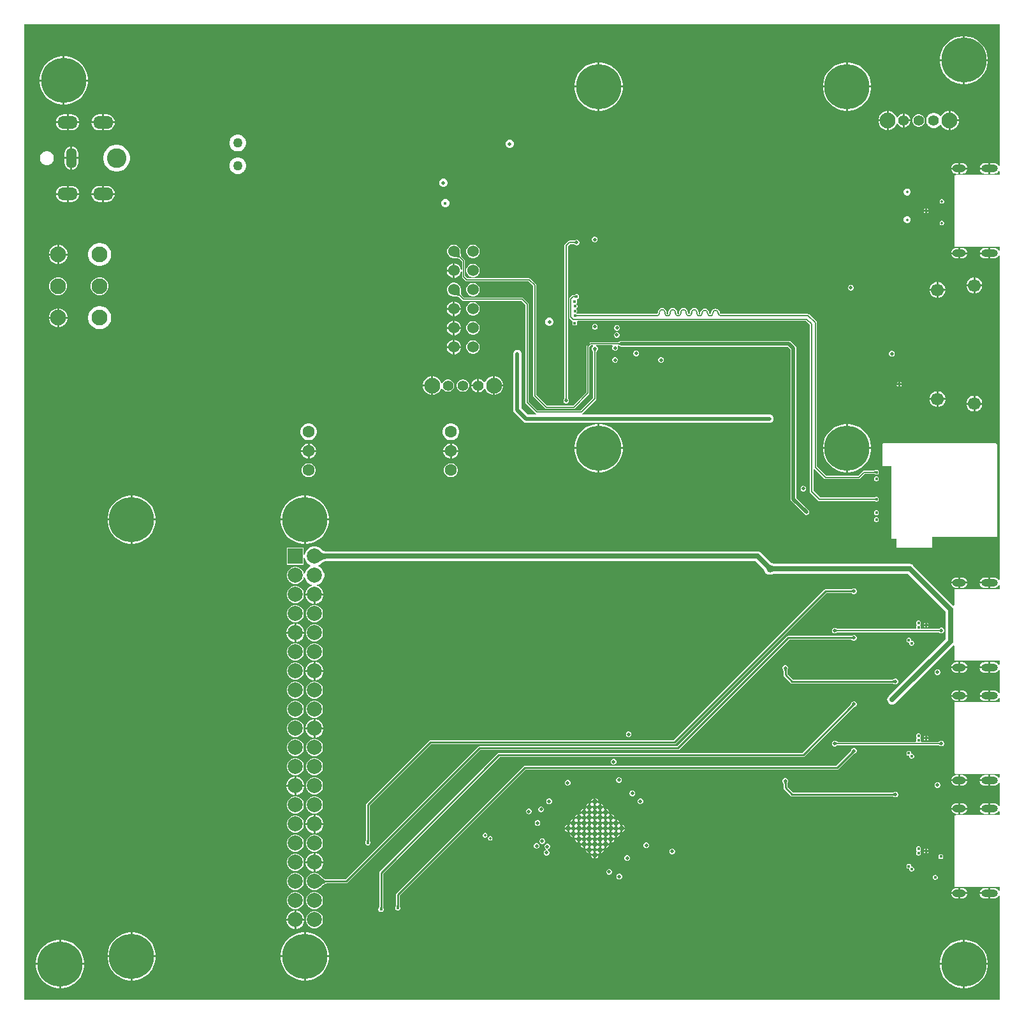
<source format=gbr>
%TF.GenerationSoftware,Altium Limited,Altium Designer,22.4.2 (48)*%
G04 Layer_Physical_Order=6*
G04 Layer_Color=3394611*
%FSLAX26Y26*%
%MOIN*%
%TF.SameCoordinates,1C2CB1AA-ACBE-45DF-AC24-D873E68AE3FE*%
%TF.FilePolarity,Positive*%
%TF.FileFunction,Copper,L6,Inr,Signal*%
%TF.Part,Single*%
G01*
G75*
%TA.AperFunction,Conductor*%
%ADD11C,0.005000*%
%ADD13C,0.007874*%
%ADD58C,0.019685*%
%ADD59C,0.006946*%
%ADD61C,0.010000*%
%TA.AperFunction,ComponentPad*%
%ADD68O,0.086614X0.039370*%
%ADD69O,0.070866X0.039370*%
%ADD70C,0.082677*%
%ADD71R,0.078740X0.078740*%
%ADD72C,0.078740*%
%ADD73O,0.106299X0.066929*%
%ADD74O,0.055118X0.106299*%
%ADD75C,0.102362*%
%ADD76C,0.055118*%
%ADD77C,0.062992*%
%ADD78C,0.236220*%
%ADD79C,0.066929*%
%ADD80C,0.060000*%
%TA.AperFunction,ViaPad*%
%ADD81C,0.027559*%
%ADD82C,0.019685*%
%ADD83C,0.013780*%
%ADD84C,0.015748*%
%ADD85C,0.017716*%
%ADD86C,0.039370*%
%ADD87C,0.050000*%
%TA.AperFunction,Conductor*%
%ADD89C,0.027559*%
G36*
X6092167Y5354016D02*
X6087167Y5353021D01*
X6087065Y5353268D01*
X6082648Y5359025D01*
X6076891Y5363443D01*
X6070186Y5366220D01*
X6062992Y5367167D01*
X6044370D01*
Y5339370D01*
Y5311573D01*
X6062992D01*
X6070186Y5312520D01*
X6076891Y5315297D01*
X6082648Y5319715D01*
X6087065Y5325472D01*
X6087167Y5325718D01*
X6092167Y5324724D01*
Y5305327D01*
X5862205D01*
X5861226Y5304921D01*
X5857283D01*
Y5300979D01*
X5856878Y5300000D01*
Y4936221D01*
X5857283Y4935242D01*
Y4931299D01*
X5861226D01*
X5862205Y4930894D01*
X6092167D01*
Y4911496D01*
X6087167Y4910502D01*
X6087065Y4910749D01*
X6082648Y4916506D01*
X6076891Y4920923D01*
X6070186Y4923700D01*
X6062992Y4924647D01*
X6044370D01*
Y4896850D01*
Y4869054D01*
X6062992D01*
X6070186Y4870001D01*
X6076891Y4872778D01*
X6082648Y4877195D01*
X6087065Y4882952D01*
X6087167Y4883199D01*
X6092167Y4882204D01*
Y3188662D01*
X6087167Y3187667D01*
X6087065Y3187914D01*
X6082648Y3193671D01*
X6076891Y3198088D01*
X6070186Y3200865D01*
X6062992Y3201812D01*
X6044370D01*
Y3174016D01*
Y3146219D01*
X6062992D01*
X6070186Y3147166D01*
X6076891Y3149943D01*
X6082648Y3154360D01*
X6087065Y3160117D01*
X6087167Y3160364D01*
X6092167Y3159370D01*
Y3139972D01*
X5862205D01*
X5861226Y3139567D01*
X5857283D01*
Y3135624D01*
X5856878Y3134646D01*
Y3056774D01*
X5851878Y3054703D01*
X5641330Y3265251D01*
X5635984Y3269353D01*
X5629759Y3271932D01*
X5623079Y3272811D01*
X4911286D01*
X4905157Y3276350D01*
X4898322Y3278181D01*
X4846047Y3330456D01*
X4840701Y3334558D01*
X4834476Y3337137D01*
X4827795Y3338016D01*
X2571824D01*
X2571814Y3338018D01*
X2568554Y3338139D01*
X2565879Y3338445D01*
X2563333Y3338945D01*
X2560897Y3339636D01*
X2558550Y3340520D01*
X2556273Y3341604D01*
X2554049Y3342899D01*
X2551863Y3344420D01*
X2549709Y3346182D01*
X2547278Y3348493D01*
X2546411Y3349041D01*
X2542292Y3353160D01*
X2530621Y3359898D01*
X2517604Y3363386D01*
X2504128D01*
X2491111Y3359898D01*
X2479440Y3353160D01*
X2469911Y3343631D01*
X2463173Y3331960D01*
X2460157Y3320706D01*
X2455157Y3321365D01*
Y3356496D01*
X2366575D01*
Y3267913D01*
X2455157D01*
Y3303045D01*
X2460157Y3303703D01*
X2463173Y3292450D01*
X2469911Y3280779D01*
X2479440Y3271250D01*
X2490445Y3264896D01*
X2490804Y3262205D01*
X2490445Y3259514D01*
X2479440Y3253160D01*
X2469911Y3243631D01*
X2463173Y3231960D01*
X2461128Y3224329D01*
X2455172Y3221420D01*
X2454133Y3221860D01*
X2452139Y3229300D01*
X2446308Y3239400D01*
X2438062Y3247647D01*
X2427962Y3253478D01*
X2416697Y3256496D01*
X2405035D01*
X2393770Y3253478D01*
X2383671Y3247647D01*
X2375424Y3239400D01*
X2369593Y3229300D01*
X2366575Y3218036D01*
Y3206374D01*
X2369593Y3195109D01*
X2375424Y3185009D01*
X2383671Y3176763D01*
X2393770Y3170932D01*
X2405035Y3167913D01*
X2416697D01*
X2427962Y3170932D01*
X2438062Y3176763D01*
X2446308Y3185009D01*
X2452139Y3195109D01*
X2454133Y3202549D01*
X2455172Y3202989D01*
X2461128Y3200080D01*
X2463173Y3192450D01*
X2469911Y3180779D01*
X2479440Y3171250D01*
X2491111Y3164512D01*
X2497666Y3162755D01*
Y3157579D01*
X2492631Y3156229D01*
X2481858Y3150009D01*
X2473061Y3141213D01*
X2466842Y3130440D01*
X2463622Y3118425D01*
Y3117205D01*
X2510866D01*
X2558110D01*
Y3118425D01*
X2554891Y3130440D01*
X2548671Y3141213D01*
X2539875Y3150009D01*
X2529102Y3156229D01*
X2524066Y3157579D01*
Y3162755D01*
X2530621Y3164512D01*
X2542292Y3171250D01*
X2551821Y3180779D01*
X2558559Y3192450D01*
X2562047Y3205467D01*
Y3218943D01*
X2558559Y3231960D01*
X2551821Y3243631D01*
X2542292Y3253160D01*
X2531287Y3259514D01*
X2530929Y3262205D01*
X2531287Y3264896D01*
X2542292Y3271250D01*
X2546411Y3275368D01*
X2547278Y3275916D01*
X2549709Y3278227D01*
X2551863Y3279990D01*
X2554049Y3281511D01*
X2556273Y3282805D01*
X2558550Y3283889D01*
X2560897Y3284773D01*
X2563333Y3285464D01*
X2565879Y3285964D01*
X2568553Y3286270D01*
X2571814Y3286391D01*
X2571824Y3286393D01*
X4817104D01*
X4861819Y3241678D01*
X4863650Y3234843D01*
X4867797Y3227661D01*
X4873661Y3221797D01*
X4880843Y3217650D01*
X4888854Y3215504D01*
X4897146D01*
X4905157Y3217650D01*
X4911286Y3221189D01*
X5612387D01*
X5810803Y3022773D01*
Y2879305D01*
X5512749Y2581251D01*
X5508647Y2575906D01*
X5506068Y2569680D01*
X5505189Y2563000D01*
X5506068Y2556320D01*
X5508647Y2550094D01*
X5512749Y2544749D01*
X5518094Y2540647D01*
X5524319Y2538068D01*
X5531000Y2537189D01*
X5537681Y2538068D01*
X5543906Y2540647D01*
X5549251Y2544749D01*
X5851878Y2847375D01*
X5856878Y2845304D01*
Y2770866D01*
X5857283Y2769887D01*
Y2765945D01*
X5861226D01*
X5862205Y2765539D01*
X6092167D01*
Y2746142D01*
X6087167Y2745148D01*
X6087065Y2745394D01*
X6082648Y2751151D01*
X6076891Y2755569D01*
X6070186Y2758346D01*
X6062992Y2759293D01*
X6044370D01*
Y2731496D01*
Y2703699D01*
X6062992D01*
X6070186Y2704646D01*
X6076891Y2707423D01*
X6082648Y2711841D01*
X6087065Y2717598D01*
X6087167Y2717845D01*
X6092167Y2716850D01*
Y2598110D01*
X6087167Y2597116D01*
X6087065Y2597363D01*
X6082648Y2603120D01*
X6076891Y2607537D01*
X6070186Y2610314D01*
X6062992Y2611261D01*
X6044370D01*
Y2583465D01*
Y2555668D01*
X6062992D01*
X6070186Y2556615D01*
X6076891Y2559392D01*
X6082648Y2563809D01*
X6087065Y2569566D01*
X6087167Y2569813D01*
X6092167Y2568818D01*
Y2549421D01*
X5862205D01*
X5861226Y2549016D01*
X5857283D01*
Y2545073D01*
X5856878Y2544094D01*
Y2180315D01*
X5857283Y2179336D01*
Y2175394D01*
X5861226D01*
X5862205Y2174988D01*
X6092167D01*
Y2155591D01*
X6087167Y2154596D01*
X6087065Y2154843D01*
X6082648Y2160600D01*
X6076891Y2165018D01*
X6070186Y2167794D01*
X6062992Y2168742D01*
X6044370D01*
Y2140945D01*
Y2113148D01*
X6062992D01*
X6070186Y2114095D01*
X6076891Y2116872D01*
X6082648Y2121290D01*
X6087065Y2127046D01*
X6087167Y2127293D01*
X6092167Y2126299D01*
Y2007559D01*
X6087167Y2006565D01*
X6087065Y2006812D01*
X6082648Y2012569D01*
X6076891Y2016986D01*
X6070186Y2019763D01*
X6062992Y2020710D01*
X6044370D01*
Y1992913D01*
Y1965117D01*
X6062992D01*
X6070186Y1966064D01*
X6076891Y1968841D01*
X6082648Y1973258D01*
X6087065Y1979015D01*
X6087167Y1979262D01*
X6092167Y1978267D01*
Y1958870D01*
X5862205D01*
X5861226Y1958465D01*
X5857283D01*
Y1954522D01*
X5856878Y1953543D01*
Y1589764D01*
X5857283Y1588785D01*
Y1584842D01*
X5861226D01*
X5862205Y1584437D01*
X6092167D01*
Y1565040D01*
X6087167Y1564045D01*
X6087065Y1564292D01*
X6082648Y1570049D01*
X6076891Y1574466D01*
X6070186Y1577243D01*
X6062992Y1578190D01*
X6044370D01*
Y1550394D01*
Y1522597D01*
X6062992D01*
X6070186Y1523544D01*
X6076891Y1526321D01*
X6082648Y1530738D01*
X6087065Y1536495D01*
X6087167Y1536742D01*
X6092167Y1535748D01*
Y994447D01*
X994447D01*
Y6092167D01*
X6092167D01*
Y5354016D01*
D02*
G37*
G36*
X2541737Y3337146D02*
X2544599Y3334803D01*
X2547570Y3332736D01*
X2550647Y3330945D01*
X2553832Y3329429D01*
X2557124Y3328189D01*
X2560524Y3327224D01*
X2564031Y3326535D01*
X2567646Y3326122D01*
X2571368Y3325984D01*
Y3298425D01*
X2567646Y3298287D01*
X2564031Y3297874D01*
X2560524Y3297185D01*
X2557124Y3296220D01*
X2553832Y3294980D01*
X2550647Y3293465D01*
X2547570Y3291673D01*
X2544599Y3289606D01*
X2541737Y3287264D01*
X2538982Y3284646D01*
Y3339764D01*
X2541737Y3337146D01*
D02*
G37*
%LPC*%
G36*
X5915427Y6031496D02*
X5910512D01*
Y5910512D01*
X6031496D01*
Y5915427D01*
X6028394Y5935013D01*
X6022266Y5953873D01*
X6013263Y5971542D01*
X6001607Y5987585D01*
X5987585Y6001607D01*
X5971542Y6013263D01*
X5953873Y6022266D01*
X5935013Y6028394D01*
X5915427Y6031496D01*
D02*
G37*
G36*
X5900512D02*
X5895597D01*
X5876010Y6028394D01*
X5857151Y6022266D01*
X5839482Y6013263D01*
X5823439Y6001607D01*
X5809416Y5987585D01*
X5797760Y5971542D01*
X5788758Y5953873D01*
X5782630Y5935013D01*
X5779528Y5915427D01*
Y5910512D01*
X5900512D01*
Y6031496D01*
D02*
G37*
G36*
X1209915Y5925984D02*
X1205000D01*
Y5805000D01*
X1325984D01*
Y5809915D01*
X1322882Y5829501D01*
X1316754Y5848361D01*
X1307751Y5866030D01*
X1296095Y5882073D01*
X1282073Y5896095D01*
X1266030Y5907751D01*
X1248361Y5916754D01*
X1229501Y5922882D01*
X1209915Y5925984D01*
D02*
G37*
G36*
X1195000D02*
X1190085D01*
X1170499Y5922882D01*
X1151639Y5916754D01*
X1133970Y5907751D01*
X1117927Y5896095D01*
X1103905Y5882073D01*
X1092249Y5866030D01*
X1083246Y5848361D01*
X1077118Y5829501D01*
X1074016Y5809915D01*
Y5805000D01*
X1195000D01*
Y5925984D01*
D02*
G37*
G36*
X6031496Y5900512D02*
X5910512D01*
Y5779528D01*
X5915427D01*
X5935013Y5782630D01*
X5953873Y5788758D01*
X5971542Y5797760D01*
X5987585Y5809416D01*
X6001607Y5823439D01*
X6013263Y5839482D01*
X6022266Y5857151D01*
X6028394Y5876010D01*
X6031496Y5895597D01*
Y5900512D01*
D02*
G37*
G36*
X5900512D02*
X5779528D01*
Y5895597D01*
X5782630Y5876010D01*
X5788758Y5857151D01*
X5797760Y5839482D01*
X5809416Y5823439D01*
X5823439Y5809416D01*
X5839482Y5797760D01*
X5857151Y5788758D01*
X5876010Y5782630D01*
X5895597Y5779528D01*
X5900512D01*
Y5900512D01*
D02*
G37*
G36*
X5305191Y5893701D02*
X5300275D01*
Y5772716D01*
X5421260D01*
Y5777632D01*
X5418158Y5797218D01*
X5412030Y5816078D01*
X5403027Y5833747D01*
X5391371Y5849790D01*
X5377349Y5863812D01*
X5361306Y5875468D01*
X5343637Y5884471D01*
X5324777Y5890599D01*
X5305191Y5893701D01*
D02*
G37*
G36*
X5290275D02*
X5285360D01*
X5265774Y5890599D01*
X5246914Y5884471D01*
X5229245Y5875468D01*
X5213202Y5863812D01*
X5199180Y5849790D01*
X5187524Y5833747D01*
X5178521Y5816078D01*
X5172394Y5797218D01*
X5169291Y5777632D01*
Y5772716D01*
X5290275D01*
Y5893701D01*
D02*
G37*
G36*
X4005978D02*
X4001063D01*
Y5772716D01*
X4122047D01*
Y5777632D01*
X4118945Y5797218D01*
X4112817Y5816078D01*
X4103814Y5833747D01*
X4092158Y5849790D01*
X4078136Y5863812D01*
X4062093Y5875468D01*
X4044424Y5884471D01*
X4025564Y5890599D01*
X4005978Y5893701D01*
D02*
G37*
G36*
X3991063D02*
X3986148D01*
X3966562Y5890599D01*
X3947702Y5884471D01*
X3930033Y5875468D01*
X3913990Y5863812D01*
X3899968Y5849790D01*
X3888312Y5833747D01*
X3879309Y5816078D01*
X3873181Y5797218D01*
X3870079Y5777632D01*
Y5772716D01*
X3991063D01*
Y5893701D01*
D02*
G37*
G36*
X1325984Y5795000D02*
X1205000D01*
Y5674016D01*
X1209915D01*
X1229501Y5677118D01*
X1248361Y5683246D01*
X1266030Y5692249D01*
X1282073Y5703905D01*
X1296095Y5717927D01*
X1307751Y5733970D01*
X1316754Y5751639D01*
X1322882Y5770499D01*
X1325984Y5790085D01*
Y5795000D01*
D02*
G37*
G36*
X1195000D02*
X1074016D01*
Y5790085D01*
X1077118Y5770499D01*
X1083246Y5751639D01*
X1092249Y5733970D01*
X1103905Y5717927D01*
X1117927Y5703905D01*
X1133970Y5692249D01*
X1151639Y5683246D01*
X1170499Y5677118D01*
X1190085Y5674016D01*
X1195000D01*
Y5795000D01*
D02*
G37*
G36*
X5421260Y5762716D02*
X5300275D01*
Y5641732D01*
X5305191D01*
X5324777Y5644834D01*
X5343637Y5650962D01*
X5361306Y5659965D01*
X5377349Y5671621D01*
X5391371Y5685643D01*
X5403027Y5701686D01*
X5412030Y5719355D01*
X5418158Y5738215D01*
X5421260Y5757801D01*
Y5762716D01*
D02*
G37*
G36*
X5290275D02*
X5169291D01*
Y5757801D01*
X5172394Y5738215D01*
X5178521Y5719355D01*
X5187524Y5701686D01*
X5199180Y5685643D01*
X5213202Y5671621D01*
X5229245Y5659965D01*
X5246914Y5650962D01*
X5265774Y5644834D01*
X5285360Y5641732D01*
X5290275D01*
Y5762716D01*
D02*
G37*
G36*
X4122047Y5762716D02*
X4001063D01*
Y5641732D01*
X4005978D01*
X4025564Y5644834D01*
X4044424Y5650962D01*
X4062093Y5659965D01*
X4078136Y5671621D01*
X4092158Y5685643D01*
X4103814Y5701686D01*
X4112817Y5719355D01*
X4118945Y5738215D01*
X4122047Y5757801D01*
Y5762716D01*
D02*
G37*
G36*
X3991063D02*
X3870079D01*
Y5757801D01*
X3873181Y5738215D01*
X3879309Y5719355D01*
X3888312Y5701686D01*
X3899968Y5685643D01*
X3913990Y5671621D01*
X3930033Y5659965D01*
X3947702Y5650962D01*
X3966562Y5644834D01*
X3986148Y5641732D01*
X3991063D01*
Y5762716D01*
D02*
G37*
G36*
X5825709Y5639764D02*
X5824230D01*
X5811713Y5636410D01*
X5800491Y5629931D01*
X5791329Y5620769D01*
X5786574Y5612533D01*
X5780801D01*
X5779535Y5614725D01*
X5772205Y5622055D01*
X5763228Y5627238D01*
X5753215Y5629921D01*
X5742848D01*
X5732835Y5627238D01*
X5723858Y5622055D01*
X5716528Y5614725D01*
X5711345Y5605747D01*
X5708662Y5595734D01*
Y5585368D01*
X5711345Y5575355D01*
X5716528Y5566377D01*
X5723858Y5559047D01*
X5732835Y5553864D01*
X5742848Y5551181D01*
X5753215D01*
X5763228Y5553864D01*
X5772205Y5559047D01*
X5779535Y5566377D01*
X5780801Y5568569D01*
X5786574D01*
X5791329Y5560334D01*
X5800491Y5551171D01*
X5811713Y5544692D01*
X5824230Y5541339D01*
X5825709D01*
Y5590551D01*
Y5639764D01*
D02*
G37*
G36*
X5837188D02*
X5835709D01*
Y5595551D01*
X5879921D01*
Y5597030D01*
X5876568Y5609547D01*
X5870088Y5620769D01*
X5860926Y5629931D01*
X5849704Y5636410D01*
X5837188Y5639764D01*
D02*
G37*
G36*
X5595551Y5625894D02*
Y5595551D01*
X5625894D01*
X5623569Y5604228D01*
X5618904Y5612307D01*
X5612307Y5618905D01*
X5604228Y5623569D01*
X5595551Y5625894D01*
D02*
G37*
G36*
X5502874Y5639764D02*
X5501395D01*
X5488879Y5636410D01*
X5477657Y5629931D01*
X5468494Y5620769D01*
X5462015Y5609547D01*
X5458661Y5597030D01*
Y5595551D01*
X5502874D01*
Y5639764D01*
D02*
G37*
G36*
X1425197Y5622404D02*
X1410512D01*
Y5585709D01*
X1466234D01*
X1465471Y5591500D01*
X1461306Y5601556D01*
X1454680Y5610192D01*
X1446044Y5616818D01*
X1435988Y5620983D01*
X1425197Y5622404D01*
D02*
G37*
G36*
X1400512D02*
X1385827D01*
X1375035Y5620983D01*
X1364979Y5616818D01*
X1356344Y5610192D01*
X1349718Y5601556D01*
X1345552Y5591500D01*
X1344790Y5585709D01*
X1400512D01*
Y5622404D01*
D02*
G37*
G36*
X1240158D02*
X1225472D01*
Y5585709D01*
X1281195D01*
X1280432Y5591500D01*
X1276267Y5601556D01*
X1269640Y5610192D01*
X1261005Y5616818D01*
X1250949Y5620983D01*
X1240158Y5622404D01*
D02*
G37*
G36*
X1215472D02*
X1200787D01*
X1189996Y5620983D01*
X1179940Y5616818D01*
X1171304Y5610192D01*
X1164678Y5601556D01*
X1160513Y5591500D01*
X1159750Y5585709D01*
X1215472D01*
Y5622404D01*
D02*
G37*
G36*
X5673567Y5623032D02*
X5665015D01*
X5656754Y5620818D01*
X5649348Y5616542D01*
X5643301Y5610495D01*
X5639025Y5603088D01*
X5636811Y5594827D01*
Y5586275D01*
X5639025Y5578014D01*
X5643301Y5570608D01*
X5649348Y5564560D01*
X5656754Y5560284D01*
X5665015Y5558071D01*
X5673567D01*
X5681828Y5560284D01*
X5689235Y5564560D01*
X5695282Y5570608D01*
X5699558Y5578014D01*
X5701772Y5586275D01*
Y5594827D01*
X5699558Y5603088D01*
X5695282Y5610495D01*
X5689235Y5616542D01*
X5681828Y5620818D01*
X5673567Y5623032D01*
D02*
G37*
G36*
X5625894Y5585551D02*
X5595551D01*
Y5555208D01*
X5604228Y5557533D01*
X5612307Y5562198D01*
X5618904Y5568795D01*
X5623569Y5576875D01*
X5625894Y5585551D01*
D02*
G37*
G36*
X5514353Y5639764D02*
X5512874D01*
Y5590551D01*
Y5541339D01*
X5514353D01*
X5526869Y5544692D01*
X5538091Y5551171D01*
X5547254Y5560334D01*
X5553733Y5571556D01*
X5554081Y5572854D01*
X5559446Y5573560D01*
X5562198Y5568795D01*
X5568795Y5562198D01*
X5576874Y5557533D01*
X5585551Y5555208D01*
Y5590551D01*
Y5625894D01*
X5576874Y5623569D01*
X5568795Y5618905D01*
X5562198Y5612307D01*
X5559446Y5607542D01*
X5554081Y5608249D01*
X5553733Y5609547D01*
X5547254Y5620769D01*
X5538091Y5629931D01*
X5526869Y5636410D01*
X5514353Y5639764D01*
D02*
G37*
G36*
X5879921Y5585551D02*
X5835709D01*
Y5541339D01*
X5837188D01*
X5849704Y5544692D01*
X5860926Y5551171D01*
X5870088Y5560334D01*
X5876568Y5571556D01*
X5879921Y5584072D01*
Y5585551D01*
D02*
G37*
G36*
X5502874D02*
X5458661D01*
Y5584072D01*
X5462015Y5571556D01*
X5468494Y5560334D01*
X5477657Y5551171D01*
X5488879Y5544692D01*
X5501395Y5541339D01*
X5502874D01*
Y5585551D01*
D02*
G37*
G36*
X1466234Y5575709D02*
X1410512D01*
Y5539014D01*
X1425197D01*
X1435988Y5540434D01*
X1446044Y5544600D01*
X1454680Y5551226D01*
X1461306Y5559861D01*
X1465471Y5569917D01*
X1466234Y5575709D01*
D02*
G37*
G36*
X1400512D02*
X1344790D01*
X1345552Y5569917D01*
X1349718Y5559861D01*
X1356344Y5551226D01*
X1364979Y5544600D01*
X1375035Y5540434D01*
X1385827Y5539014D01*
X1400512D01*
Y5575709D01*
D02*
G37*
G36*
X1281195Y5575709D02*
X1225472D01*
Y5539014D01*
X1240158D01*
X1250949Y5540434D01*
X1261005Y5544600D01*
X1269640Y5551226D01*
X1276267Y5559861D01*
X1280432Y5569917D01*
X1281195Y5575709D01*
D02*
G37*
G36*
X1215472D02*
X1159750D01*
X1160513Y5569917D01*
X1164678Y5559861D01*
X1171304Y5551226D01*
X1179940Y5544600D01*
X1189996Y5540434D01*
X1200787Y5539014D01*
X1215472D01*
Y5575709D01*
D02*
G37*
G36*
X3535803Y5490157D02*
X3527189D01*
X3519230Y5486861D01*
X3513139Y5480770D01*
X3509843Y5472811D01*
Y5464197D01*
X3513139Y5456238D01*
X3519230Y5450147D01*
X3527189Y5446850D01*
X3535803D01*
X3543762Y5450147D01*
X3549853Y5456238D01*
X3553150Y5464197D01*
Y5472811D01*
X3549853Y5480770D01*
X3543762Y5486861D01*
X3535803Y5490157D01*
D02*
G37*
G36*
X2115990Y5516142D02*
X2104483D01*
X2093368Y5513164D01*
X2083403Y5507410D01*
X2075267Y5499274D01*
X2069514Y5489309D01*
X2066535Y5478194D01*
Y5466688D01*
X2069514Y5455573D01*
X2075267Y5445608D01*
X2083403Y5437472D01*
X2093368Y5431718D01*
X2104483Y5428740D01*
X2115990D01*
X2127104Y5431718D01*
X2137069Y5437472D01*
X2145206Y5445608D01*
X2150959Y5455573D01*
X2153937Y5466688D01*
Y5478194D01*
X2150959Y5489309D01*
X2145206Y5499274D01*
X2137069Y5507410D01*
X2127104Y5513164D01*
X2115990Y5516142D01*
D02*
G37*
G36*
X1245158Y5454372D02*
Y5398701D01*
X1275896D01*
Y5419291D01*
X1274678Y5428541D01*
X1271108Y5437161D01*
X1265429Y5444562D01*
X1258027Y5450242D01*
X1249407Y5453812D01*
X1245158Y5454372D01*
D02*
G37*
G36*
X1235158D02*
X1230908Y5453812D01*
X1222288Y5450242D01*
X1214886Y5444562D01*
X1209207Y5437161D01*
X1205637Y5428541D01*
X1204419Y5419291D01*
Y5398701D01*
X1235158D01*
Y5454372D01*
D02*
G37*
G36*
X1116999Y5430118D02*
X1107410D01*
X1098148Y5427636D01*
X1089844Y5422842D01*
X1083064Y5416061D01*
X1078269Y5407757D01*
X1075787Y5398495D01*
Y5388906D01*
X1078269Y5379644D01*
X1083064Y5371340D01*
X1089844Y5364560D01*
X1098148Y5359765D01*
X1107410Y5357283D01*
X1116999D01*
X1126261Y5359765D01*
X1134565Y5364560D01*
X1141346Y5371340D01*
X1146140Y5379644D01*
X1148622Y5388906D01*
Y5398495D01*
X1146140Y5407757D01*
X1141346Y5416061D01*
X1134565Y5422842D01*
X1126261Y5427636D01*
X1116999Y5430118D01*
D02*
G37*
G36*
X6034370Y5367167D02*
X6015748D01*
X6008554Y5366220D01*
X6001850Y5363443D01*
X5996093Y5359025D01*
X5991675Y5353268D01*
X5988898Y5346564D01*
X5988609Y5344370D01*
X6034370D01*
Y5367167D01*
D02*
G37*
G36*
X5897638D02*
X5886890D01*
Y5344370D01*
X5924776D01*
X5924487Y5346564D01*
X5921711Y5353268D01*
X5917293Y5359025D01*
X5911536Y5363443D01*
X5904832Y5366220D01*
X5897638Y5367167D01*
D02*
G37*
G36*
X5876890D02*
X5866142D01*
X5858948Y5366220D01*
X5852243Y5363443D01*
X5846486Y5359025D01*
X5842069Y5353268D01*
X5839292Y5346564D01*
X5839003Y5344370D01*
X5876890D01*
Y5367167D01*
D02*
G37*
G36*
X1275896Y5388701D02*
X1245158D01*
Y5333030D01*
X1249407Y5333589D01*
X1258027Y5337160D01*
X1265429Y5342839D01*
X1271108Y5350241D01*
X1274678Y5358860D01*
X1275896Y5368110D01*
Y5388701D01*
D02*
G37*
G36*
X1235158D02*
X1204419D01*
Y5368110D01*
X1205637Y5358860D01*
X1209207Y5350241D01*
X1214886Y5342839D01*
X1222288Y5337160D01*
X1230908Y5333589D01*
X1235158Y5333030D01*
Y5388701D01*
D02*
G37*
G36*
X1483261Y5463583D02*
X1469495D01*
X1455994Y5460897D01*
X1443276Y5455629D01*
X1431831Y5447982D01*
X1422097Y5438248D01*
X1414449Y5426802D01*
X1409181Y5414085D01*
X1406496Y5400584D01*
Y5386818D01*
X1409181Y5373317D01*
X1414449Y5360599D01*
X1422097Y5349154D01*
X1431831Y5339420D01*
X1443276Y5331772D01*
X1455994Y5326504D01*
X1469495Y5323819D01*
X1483261D01*
X1496762Y5326504D01*
X1509479Y5331772D01*
X1520925Y5339420D01*
X1530659Y5349154D01*
X1538306Y5360599D01*
X1543574Y5373317D01*
X1546260Y5386818D01*
Y5400584D01*
X1543574Y5414085D01*
X1538306Y5426802D01*
X1530659Y5438248D01*
X1520925Y5447982D01*
X1509479Y5455629D01*
X1496762Y5460897D01*
X1483261Y5463583D01*
D02*
G37*
G36*
X6034370Y5334370D02*
X5988609D01*
X5988898Y5332176D01*
X5991675Y5325472D01*
X5996093Y5319715D01*
X6001850Y5315297D01*
X6008554Y5312520D01*
X6015748Y5311573D01*
X6034370D01*
Y5334370D01*
D02*
G37*
G36*
X5924776Y5334370D02*
X5886890D01*
Y5311573D01*
X5897638D01*
X5904832Y5312520D01*
X5911536Y5315297D01*
X5917293Y5319715D01*
X5921711Y5325472D01*
X5924487Y5332176D01*
X5924776Y5334370D01*
D02*
G37*
G36*
X5876890D02*
X5839003D01*
X5839292Y5332176D01*
X5842069Y5325472D01*
X5846486Y5319715D01*
X5852243Y5315297D01*
X5858948Y5312520D01*
X5866142Y5311573D01*
X5876890D01*
Y5334370D01*
D02*
G37*
G36*
X2115990Y5398032D02*
X2104483D01*
X2093368Y5395053D01*
X2083403Y5389300D01*
X2075267Y5381164D01*
X2069514Y5371199D01*
X2066535Y5360084D01*
Y5348577D01*
X2069514Y5337463D01*
X2075267Y5327498D01*
X2083403Y5319361D01*
X2093368Y5313608D01*
X2104483Y5310630D01*
X2115990D01*
X2127104Y5313608D01*
X2137069Y5319361D01*
X2145206Y5327498D01*
X2150959Y5337463D01*
X2153937Y5348577D01*
Y5360084D01*
X2150959Y5371199D01*
X2145206Y5381164D01*
X2137069Y5389300D01*
X2127104Y5395053D01*
X2115990Y5398032D01*
D02*
G37*
G36*
X3189347Y5285433D02*
X3180732D01*
X3172774Y5282136D01*
X3166682Y5276045D01*
X3163386Y5268087D01*
Y5259472D01*
X3166682Y5251514D01*
X3172774Y5245423D01*
X3180732Y5242126D01*
X3189347D01*
X3197305Y5245423D01*
X3203396Y5251514D01*
X3206693Y5259472D01*
Y5268087D01*
X3203396Y5276045D01*
X3197305Y5282136D01*
X3189347Y5285433D01*
D02*
G37*
G36*
X1240158Y5248388D02*
X1225472D01*
Y5211693D01*
X1281195D01*
X1280432Y5217484D01*
X1276267Y5227541D01*
X1269640Y5236176D01*
X1261005Y5242802D01*
X1250949Y5246967D01*
X1240158Y5248388D01*
D02*
G37*
G36*
X1215472D02*
X1200787D01*
X1189996Y5246967D01*
X1179940Y5242802D01*
X1171304Y5236176D01*
X1164678Y5227541D01*
X1160513Y5217484D01*
X1159750Y5211693D01*
X1215472D01*
Y5248388D01*
D02*
G37*
G36*
X1425197D02*
X1410512D01*
Y5211693D01*
X1466234D01*
X1465471Y5217484D01*
X1461306Y5227541D01*
X1454680Y5236176D01*
X1446044Y5242802D01*
X1435988Y5246967D01*
X1425197Y5248388D01*
D02*
G37*
G36*
X1400512D02*
X1385827D01*
X1375035Y5246967D01*
X1364979Y5242802D01*
X1356344Y5236176D01*
X1349718Y5227541D01*
X1345552Y5217484D01*
X1344790Y5211693D01*
X1400512D01*
Y5248388D01*
D02*
G37*
G36*
X5612972Y5235236D02*
X5605532D01*
X5598659Y5232389D01*
X5593398Y5227128D01*
X5590551Y5220255D01*
Y5212816D01*
X5593398Y5205942D01*
X5598659Y5200682D01*
X5605532Y5197835D01*
X5612972D01*
X5619845Y5200682D01*
X5625106Y5205942D01*
X5627953Y5212816D01*
Y5220255D01*
X5625106Y5227128D01*
X5619845Y5232389D01*
X5612972Y5235236D01*
D02*
G37*
G36*
X1466234Y5201693D02*
X1410512D01*
Y5164998D01*
X1425197D01*
X1435988Y5166418D01*
X1446044Y5170584D01*
X1454680Y5177210D01*
X1461306Y5185845D01*
X1465471Y5195901D01*
X1466234Y5201693D01*
D02*
G37*
G36*
X1400512D02*
X1344790D01*
X1345552Y5195901D01*
X1349718Y5185845D01*
X1356344Y5177210D01*
X1364979Y5170584D01*
X1375035Y5166418D01*
X1385827Y5164998D01*
X1400512D01*
Y5201693D01*
D02*
G37*
G36*
X1281195Y5201693D02*
X1225472D01*
Y5164998D01*
X1240158D01*
X1250949Y5166418D01*
X1261005Y5170584D01*
X1269640Y5177210D01*
X1276267Y5185845D01*
X1280432Y5195901D01*
X1281195Y5201693D01*
D02*
G37*
G36*
X1215472D02*
X1159750D01*
X1160513Y5195901D01*
X1164678Y5185845D01*
X1171304Y5177210D01*
X1179940Y5170584D01*
X1189996Y5166418D01*
X1200787Y5164998D01*
X1215472D01*
Y5201693D01*
D02*
G37*
G36*
X5793649Y5179134D02*
X5788950D01*
X5784609Y5177336D01*
X5781286Y5174013D01*
X5779488Y5169672D01*
Y5164973D01*
X5781286Y5160632D01*
X5784609Y5157310D01*
X5788950Y5155512D01*
X5793649D01*
X5797990Y5157310D01*
X5801312Y5160632D01*
X5803110Y5164973D01*
Y5169672D01*
X5801312Y5174013D01*
X5797990Y5177336D01*
X5793649Y5179134D01*
D02*
G37*
G36*
X3199111Y5178669D02*
X3190889D01*
X3183292Y5175523D01*
X3177477Y5169708D01*
X3174331Y5162111D01*
Y5153889D01*
X3177477Y5146292D01*
X3183292Y5140477D01*
X3190889Y5137331D01*
X3199111D01*
X3206708Y5140477D01*
X3212523Y5146292D01*
X3215669Y5153889D01*
Y5162111D01*
X3212523Y5169708D01*
X3206708Y5175523D01*
X3199111Y5178669D01*
D02*
G37*
G36*
X5713661Y5129974D02*
Y5123110D01*
X5720525D01*
X5719575Y5125403D01*
X5715954Y5129024D01*
X5713661Y5129974D01*
D02*
G37*
G36*
X5703661D02*
X5701369Y5129024D01*
X5697747Y5125403D01*
X5696798Y5123110D01*
X5703661D01*
Y5129974D01*
D02*
G37*
G36*
X5720525Y5113110D02*
X5713661D01*
Y5106247D01*
X5715954Y5107196D01*
X5719575Y5110818D01*
X5720525Y5113110D01*
D02*
G37*
G36*
X5703661D02*
X5696798D01*
X5697747Y5110818D01*
X5701369Y5107196D01*
X5703661Y5106247D01*
Y5113110D01*
D02*
G37*
G36*
X5612972Y5090551D02*
X5605532D01*
X5598659Y5087704D01*
X5593398Y5082444D01*
X5590551Y5075570D01*
Y5068131D01*
X5593398Y5061257D01*
X5598659Y5055997D01*
X5605532Y5053150D01*
X5612972D01*
X5619845Y5055997D01*
X5625106Y5061257D01*
X5627953Y5068131D01*
Y5075570D01*
X5625106Y5082444D01*
X5619845Y5087704D01*
X5612972Y5090551D01*
D02*
G37*
G36*
X5794226Y5066391D02*
X5789527D01*
X5785186Y5064593D01*
X5781863Y5061271D01*
X5780065Y5056930D01*
Y5052231D01*
X5781863Y5047890D01*
X5785186Y5044568D01*
X5789527Y5042769D01*
X5794226D01*
X5798567Y5044568D01*
X5801889Y5047890D01*
X5803687Y5052231D01*
Y5056930D01*
X5801889Y5061271D01*
X5798567Y5064593D01*
X5794226Y5066391D01*
D02*
G37*
G36*
X3979441Y4983268D02*
X3973567D01*
X3968141Y4981020D01*
X3963988Y4976867D01*
X3961740Y4971441D01*
Y4965567D01*
X3963988Y4960141D01*
X3968141Y4955988D01*
X3973567Y4953740D01*
X3979441D01*
X3984867Y4955988D01*
X3989020Y4960141D01*
X3991268Y4965567D01*
Y4971441D01*
X3989020Y4976867D01*
X3984867Y4981020D01*
X3979441Y4983268D01*
D02*
G37*
G36*
X3884827Y4967520D02*
X3878953D01*
X3873527Y4965272D01*
X3872775Y4964520D01*
X3872068Y4964312D01*
X3871594Y4963931D01*
X3871270Y4963709D01*
X3870924Y4963512D01*
X3870549Y4963336D01*
X3870138Y4963181D01*
X3869683Y4963046D01*
X3869177Y4962935D01*
X3868620Y4962850D01*
X3868003Y4962797D01*
X3867184Y4962774D01*
X3866671Y4962544D01*
X3843276D01*
X3839820Y4961857D01*
X3836890Y4959899D01*
X3820385Y4943394D01*
X3818427Y4940464D01*
X3817740Y4937008D01*
Y4141581D01*
X3817510Y4141071D01*
X3817486Y4140263D01*
X3817431Y4139677D01*
X3817346Y4139161D01*
X3817235Y4138704D01*
X3817104Y4138305D01*
X3816954Y4137951D01*
X3816788Y4137636D01*
X3816602Y4137349D01*
X3816391Y4137079D01*
X3815991Y4136652D01*
X3815649Y4135741D01*
X3814256Y4134347D01*
X3812008Y4128921D01*
Y4123048D01*
X3814256Y4117621D01*
X3818409Y4113468D01*
X3823835Y4111221D01*
X3829708D01*
X3835135Y4113468D01*
X3839288Y4117621D01*
X3841535Y4123048D01*
Y4128921D01*
X3839288Y4134347D01*
X3837894Y4135741D01*
X3837552Y4136652D01*
X3837152Y4137079D01*
X3836941Y4137349D01*
X3836755Y4137637D01*
X3836589Y4137951D01*
X3836440Y4138305D01*
X3836309Y4138704D01*
X3836198Y4139161D01*
X3836113Y4139677D01*
X3836057Y4140262D01*
X3836033Y4141071D01*
X3835803Y4141581D01*
Y4933267D01*
X3847017Y4944481D01*
X3865810D01*
X3866223Y4944267D01*
X3866364Y4944312D01*
X3866499Y4944251D01*
X3867301Y4944226D01*
X3867856Y4944170D01*
X3868335Y4944085D01*
X3868741Y4943978D01*
X3869085Y4943855D01*
X3869375Y4943720D01*
X3869626Y4943573D01*
X3869851Y4943409D01*
X3870062Y4943220D01*
X3870440Y4942812D01*
X3871396Y4942371D01*
X3873527Y4940240D01*
X3878953Y4937992D01*
X3884827D01*
X3890253Y4940240D01*
X3894406Y4944393D01*
X3896654Y4949819D01*
Y4955693D01*
X3894406Y4961119D01*
X3890253Y4965272D01*
X3884827Y4967520D01*
D02*
G37*
G36*
X5897638Y4924647D02*
X5886890D01*
Y4901851D01*
X5924776D01*
X5924487Y4904045D01*
X5921711Y4910749D01*
X5917293Y4916506D01*
X5911536Y4920923D01*
X5904832Y4923700D01*
X5897638Y4924647D01*
D02*
G37*
G36*
X5876890D02*
X5866142D01*
X5858948Y4923700D01*
X5852243Y4920923D01*
X5846486Y4916506D01*
X5842069Y4910749D01*
X5839292Y4904045D01*
X5839003Y4901851D01*
X5876890D01*
Y4924647D01*
D02*
G37*
G36*
X6034370D02*
X6015748D01*
X6008554Y4923700D01*
X6001850Y4920923D01*
X5996093Y4916506D01*
X5991675Y4910749D01*
X5988898Y4904045D01*
X5988609Y4901850D01*
X6034370D01*
Y4924647D01*
D02*
G37*
G36*
X1177739Y4938976D02*
X1176260D01*
Y4894764D01*
X1220473D01*
Y4896243D01*
X1217119Y4908759D01*
X1210640Y4919981D01*
X1201477Y4929144D01*
X1190255Y4935623D01*
X1177739Y4938976D01*
D02*
G37*
G36*
X1166260D02*
X1164781D01*
X1152264Y4935623D01*
X1141043Y4929144D01*
X1131880Y4919981D01*
X1125401Y4908759D01*
X1122047Y4896243D01*
Y4894764D01*
X1166260D01*
Y4938976D01*
D02*
G37*
G36*
X3344558Y4941221D02*
X3335363D01*
X3326481Y4938841D01*
X3318518Y4934243D01*
X3312017Y4927741D01*
X3307419Y4919778D01*
X3305039Y4910897D01*
Y4901702D01*
X3307419Y4892820D01*
X3312017Y4884857D01*
X3318518Y4878355D01*
X3326481Y4873758D01*
X3335363Y4871378D01*
X3344558D01*
X3353440Y4873758D01*
X3361403Y4878355D01*
X3367905Y4884857D01*
X3372502Y4892820D01*
X3374882Y4901702D01*
Y4910897D01*
X3372502Y4919778D01*
X3367905Y4927741D01*
X3361403Y4934243D01*
X3353440Y4938841D01*
X3344558Y4941221D01*
D02*
G37*
G36*
X6034370Y4891850D02*
X5988609D01*
X5988898Y4889656D01*
X5991675Y4882952D01*
X5996093Y4877195D01*
X6001850Y4872778D01*
X6008554Y4870001D01*
X6015748Y4869054D01*
X6034370D01*
Y4891850D01*
D02*
G37*
G36*
X5924776Y4891851D02*
X5886890D01*
Y4869054D01*
X5897638D01*
X5904832Y4870001D01*
X5911536Y4872778D01*
X5917293Y4877195D01*
X5921711Y4882952D01*
X5924487Y4889656D01*
X5924776Y4891851D01*
D02*
G37*
G36*
X5876890D02*
X5839003D01*
X5839292Y4889656D01*
X5842069Y4882952D01*
X5846486Y4877195D01*
X5852243Y4872778D01*
X5858948Y4870001D01*
X5866142Y4869054D01*
X5876890D01*
Y4891851D01*
D02*
G37*
G36*
X1220473Y4884764D02*
X1176260D01*
Y4840551D01*
X1177739D01*
X1190255Y4843905D01*
X1201477Y4850384D01*
X1210640Y4859546D01*
X1217119Y4870768D01*
X1220473Y4883285D01*
Y4884764D01*
D02*
G37*
G36*
X1166260D02*
X1122047D01*
Y4883285D01*
X1125401Y4870768D01*
X1131880Y4859546D01*
X1141043Y4850384D01*
X1152264Y4843905D01*
X1164781Y4840551D01*
X1166260D01*
Y4884764D01*
D02*
G37*
G36*
X1393709Y4949803D02*
X1381882D01*
X1370283Y4947496D01*
X1359356Y4942970D01*
X1349522Y4936399D01*
X1341160Y4928037D01*
X1334589Y4918203D01*
X1330063Y4907276D01*
X1327756Y4895677D01*
Y4883850D01*
X1330063Y4872251D01*
X1334589Y4861324D01*
X1341160Y4851491D01*
X1349522Y4843128D01*
X1359356Y4836557D01*
X1370283Y4832032D01*
X1381882Y4829724D01*
X1393709D01*
X1405308Y4832032D01*
X1416235Y4836557D01*
X1426068Y4843128D01*
X1434431Y4851491D01*
X1441002Y4861324D01*
X1445527Y4872251D01*
X1447835Y4883850D01*
Y4895677D01*
X1445527Y4907276D01*
X1441002Y4918203D01*
X1434431Y4928037D01*
X1426068Y4936399D01*
X1416235Y4942970D01*
X1405308Y4947496D01*
X1393709Y4949803D01*
D02*
G37*
G36*
X3234961Y4844169D02*
X3225342Y4841592D01*
X3216705Y4836606D01*
X3209654Y4829554D01*
X3204668Y4820918D01*
X3202090Y4811299D01*
X3234961D01*
Y4844169D01*
D02*
G37*
G36*
X3244558Y4941221D02*
X3235363D01*
X3226481Y4938841D01*
X3218518Y4934243D01*
X3212017Y4927741D01*
X3207419Y4919778D01*
X3205039Y4910897D01*
Y4901702D01*
X3207419Y4892820D01*
X3212017Y4884857D01*
X3218518Y4878355D01*
X3226481Y4873758D01*
X3235363Y4871378D01*
X3239247D01*
X3240181Y4870975D01*
X3249570Y4870834D01*
X3257178Y4870228D01*
X3260224Y4869775D01*
X3262852Y4869224D01*
X3264987Y4868605D01*
X3266604Y4867958D01*
X3267683Y4867355D01*
X3268707Y4866525D01*
X3269171Y4866388D01*
X3282788Y4852771D01*
Y4811399D01*
X3277835Y4811285D01*
X3275253Y4820918D01*
X3270267Y4829554D01*
X3263216Y4836606D01*
X3254579Y4841592D01*
X3244961Y4844169D01*
Y4806299D01*
Y4768429D01*
X3254579Y4771006D01*
X3263216Y4775993D01*
X3270267Y4783044D01*
X3275253Y4791680D01*
X3277835Y4801313D01*
X3282788Y4801199D01*
Y4773622D01*
X3283364Y4770726D01*
X3285004Y4768272D01*
X3300752Y4752524D01*
X3303207Y4750883D01*
X3306102Y4750307D01*
X3631708D01*
X3654914Y4727102D01*
Y4151496D01*
X3655490Y4148600D01*
X3657130Y4146146D01*
X3717090Y4086185D01*
X3717090Y4086185D01*
X3719545Y4084545D01*
X3722441Y4083969D01*
X3867126D01*
X3870022Y4084545D01*
X3872476Y4086185D01*
X3946295Y4160004D01*
X3946295Y4160004D01*
X3947936Y4162459D01*
X3948512Y4165354D01*
Y4406315D01*
X3957630Y4415433D01*
X3967499D01*
X3968494Y4410433D01*
X3967457Y4410004D01*
X3963028Y4405574D01*
X3960630Y4399786D01*
Y4393521D01*
X3963028Y4387733D01*
X3964451Y4386310D01*
X3964904Y4385170D01*
X3965619Y4384434D01*
X3966131Y4383848D01*
X3966545Y4383314D01*
X3966869Y4382833D01*
X3967108Y4382416D01*
X3967275Y4382062D01*
X3967381Y4381775D01*
X3967441Y4381549D01*
X3967469Y4381372D01*
X3967495Y4380887D01*
X3967808Y4380233D01*
Y4138928D01*
X3903450Y4074570D01*
X3677550D01*
X3630570Y4121550D01*
Y4629969D01*
X3629918Y4633248D01*
X3628060Y4636029D01*
X3602517Y4661572D01*
X3599736Y4663430D01*
X3596457Y4664082D01*
X3294298D01*
X3280733Y4677647D01*
X3280562Y4678224D01*
X3279790Y4679176D01*
X3279265Y4680116D01*
X3278664Y4681620D01*
X3278070Y4683666D01*
X3277534Y4686225D01*
X3277100Y4689143D01*
X3276360Y4701221D01*
X3276351Y4706012D01*
X3275866Y4707176D01*
Y4711026D01*
X3273419Y4720158D01*
X3268692Y4728346D01*
X3262007Y4735031D01*
X3253820Y4739758D01*
X3244688Y4742205D01*
X3235234D01*
X3226102Y4739758D01*
X3217914Y4735031D01*
X3211229Y4728346D01*
X3206502Y4720158D01*
X3204055Y4711026D01*
Y4701572D01*
X3206502Y4692440D01*
X3211229Y4684253D01*
X3217914Y4677568D01*
X3226102Y4672841D01*
X3235234Y4670394D01*
X3239043D01*
X3240165Y4669909D01*
X3249519Y4669770D01*
X3257059Y4669168D01*
X3260035Y4668726D01*
X3262593Y4668190D01*
X3264640Y4667596D01*
X3266144Y4666995D01*
X3267083Y4666470D01*
X3268036Y4665698D01*
X3268613Y4665527D01*
X3284688Y4649452D01*
X3287468Y4647594D01*
X3290748Y4646942D01*
X3592907D01*
X3613430Y4626419D01*
Y4118000D01*
X3614082Y4114720D01*
X3615940Y4111940D01*
X3667940Y4059940D01*
X3669985Y4058574D01*
X3669812Y4055471D01*
X3669153Y4053574D01*
X3627255D01*
X3593928Y4086901D01*
Y4370079D01*
X3593504Y4372211D01*
Y4374386D01*
X3592672Y4376395D01*
X3592247Y4378528D01*
X3591039Y4380336D01*
X3590207Y4382344D01*
X3588670Y4383882D01*
X3587462Y4385690D01*
X3585653Y4386898D01*
X3584116Y4388436D01*
X3582107Y4389268D01*
X3580299Y4390476D01*
X3578166Y4390900D01*
X3576157Y4391732D01*
X3573983D01*
X3571850Y4392156D01*
X3569718Y4391732D01*
X3567543D01*
X3565534Y4390900D01*
X3563402Y4390476D01*
X3561593Y4389268D01*
X3559585Y4388436D01*
X3558047Y4386898D01*
X3556239Y4385690D01*
X3555031Y4383882D01*
X3553494Y4382344D01*
X3552661Y4380336D01*
X3551453Y4378528D01*
X3551029Y4376395D01*
X3550197Y4374386D01*
Y4372211D01*
X3549773Y4370079D01*
Y4077756D01*
X3551453Y4069307D01*
X3556239Y4062145D01*
X3602499Y4015885D01*
X3609661Y4011099D01*
X3618110Y4009418D01*
X4889764D01*
X4891896Y4009843D01*
X4894071D01*
X4896080Y4010675D01*
X4898213Y4011099D01*
X4900021Y4012307D01*
X4902029Y4013139D01*
X4903567Y4014677D01*
X4905375Y4015885D01*
X4906583Y4017693D01*
X4908121Y4019230D01*
X4908953Y4021239D01*
X4910161Y4023047D01*
X4910585Y4025180D01*
X4911417Y4027189D01*
Y4029363D01*
X4911842Y4031496D01*
X4911417Y4033629D01*
Y4035803D01*
X4910585Y4037812D01*
X4910161Y4039945D01*
X4908953Y4041753D01*
X4908121Y4043762D01*
X4906583Y4045299D01*
X4905375Y4047107D01*
X4903567Y4048316D01*
X4902029Y4049853D01*
X4900021Y4050685D01*
X4898213Y4051893D01*
X4896080Y4052317D01*
X4894071Y4053150D01*
X4891896D01*
X4889764Y4053574D01*
X3911847D01*
X3911188Y4055471D01*
X3911015Y4058574D01*
X3913060Y4059940D01*
X3982438Y4129318D01*
X3984296Y4132098D01*
X3984948Y4135378D01*
Y4380233D01*
X3985261Y4380887D01*
X3985287Y4381373D01*
X3985315Y4381549D01*
X3985375Y4381775D01*
X3985481Y4382062D01*
X3985648Y4382416D01*
X3985887Y4382833D01*
X3986211Y4383313D01*
X3986625Y4383848D01*
X3987137Y4384434D01*
X3987852Y4385170D01*
X3988305Y4386310D01*
X3989729Y4387733D01*
X3992126Y4393521D01*
Y4399786D01*
X3989729Y4405574D01*
X3985298Y4410004D01*
X3984262Y4410433D01*
X3985257Y4415433D01*
X4068586D01*
X4070657Y4410433D01*
X4070161Y4409938D01*
X4067913Y4404511D01*
Y4398638D01*
X4070161Y4393212D01*
X4074314Y4389059D01*
X4079740Y4386811D01*
X4085614D01*
X4091040Y4389059D01*
X4095193Y4393212D01*
X4097441Y4398638D01*
Y4404511D01*
X4095343Y4409577D01*
X4095450Y4410097D01*
X4095778Y4410840D01*
X4097976Y4414227D01*
X4098364Y4414160D01*
X4100095Y4413754D01*
X4101476Y4413315D01*
X4102489Y4412880D01*
X4103128Y4412505D01*
X4103826Y4411929D01*
X4104459Y4411735D01*
X4104762Y4411532D01*
X4105810Y4410484D01*
X4107180Y4409917D01*
X4108413Y4409093D01*
X4109867Y4408803D01*
X4111236Y4408236D01*
X4112719D01*
X4114173Y4407947D01*
X4985135D01*
X4999711Y4393371D01*
Y3611220D01*
X5000857Y3605460D01*
X5004120Y3600576D01*
X5072033Y3532663D01*
X5073266Y3531839D01*
X5074314Y3530791D01*
X5075684Y3530224D01*
X5076917Y3529400D01*
X5078371Y3529111D01*
X5079740Y3528543D01*
X5081223D01*
X5082677Y3528254D01*
X5084132Y3528543D01*
X5085614D01*
X5086984Y3529111D01*
X5088438Y3529400D01*
X5089671Y3530224D01*
X5091040Y3530791D01*
X5092088Y3531839D01*
X5093321Y3532663D01*
X5094145Y3533896D01*
X5095193Y3534944D01*
X5095761Y3536314D01*
X5096584Y3537546D01*
X5096874Y3539001D01*
X5097441Y3540370D01*
Y3541853D01*
X5097730Y3543307D01*
X5097441Y3544762D01*
Y3546244D01*
X5096874Y3547613D01*
X5096584Y3549068D01*
X5095761Y3550301D01*
X5095193Y3551670D01*
X5094145Y3552718D01*
X5093321Y3553951D01*
X5029817Y3617456D01*
Y4399606D01*
X5028671Y4405367D01*
X5025408Y4410250D01*
X5025408Y4410251D01*
X5002014Y4433644D01*
X4997131Y4436907D01*
X4991370Y4438053D01*
X4114173D01*
X4112719Y4437764D01*
X4111236D01*
X4109867Y4437196D01*
X4108413Y4436907D01*
X4107180Y4436083D01*
X4105810Y4435516D01*
X4104762Y4434468D01*
X4104459Y4434266D01*
X4103826Y4434071D01*
X4103127Y4433495D01*
X4102489Y4433120D01*
X4101476Y4432685D01*
X4100095Y4432246D01*
X4098363Y4431839D01*
X4096409Y4431506D01*
X4088150Y4430869D01*
X4084899Y4430826D01*
X4084295Y4430567D01*
X3954496D01*
X3951600Y4429991D01*
X3949146Y4428350D01*
X3949145Y4428350D01*
X3935594Y4414799D01*
X3933954Y4412345D01*
X3933378Y4409449D01*
Y4168489D01*
X3863992Y4099102D01*
X3725575D01*
X3670047Y4154630D01*
Y4730236D01*
X3669471Y4733132D01*
X3667831Y4735587D01*
X3640193Y4763225D01*
X3637738Y4764865D01*
X3634843Y4765441D01*
X3309237D01*
X3297921Y4776757D01*
Y4855905D01*
X3297921Y4855905D01*
X3297345Y4858801D01*
X3295705Y4861256D01*
X3295704Y4861256D01*
X3279872Y4877089D01*
X3279734Y4877553D01*
X3278905Y4878577D01*
X3278302Y4879656D01*
X3277655Y4881273D01*
X3277036Y4883408D01*
X3276485Y4886036D01*
X3276039Y4889033D01*
X3275295Y4901186D01*
X3275286Y4906010D01*
X3274882Y4906980D01*
Y4910897D01*
X3272502Y4919778D01*
X3267905Y4927741D01*
X3261403Y4934243D01*
X3253440Y4938841D01*
X3244558Y4941221D01*
D02*
G37*
G36*
X3344558Y4841221D02*
X3335363D01*
X3326481Y4838841D01*
X3318518Y4834243D01*
X3312017Y4827741D01*
X3307419Y4819778D01*
X3305039Y4810897D01*
Y4801702D01*
X3307419Y4792820D01*
X3312017Y4784857D01*
X3318518Y4778355D01*
X3326481Y4773758D01*
X3335363Y4771378D01*
X3344558D01*
X3353440Y4773758D01*
X3361403Y4778355D01*
X3367905Y4784857D01*
X3372502Y4792820D01*
X3374882Y4801702D01*
Y4810897D01*
X3372502Y4819778D01*
X3367905Y4827741D01*
X3361403Y4834243D01*
X3353440Y4838841D01*
X3344558Y4841221D01*
D02*
G37*
G36*
X3234961Y4801299D02*
X3202090D01*
X3204668Y4791680D01*
X3209654Y4783044D01*
X3216705Y4775993D01*
X3225342Y4771006D01*
X3234961Y4768429D01*
Y4801299D01*
D02*
G37*
G36*
X5966072Y4769685D02*
X5965630D01*
Y4733346D01*
X6001968D01*
Y4733789D01*
X5999151Y4744302D01*
X5993709Y4753729D01*
X5986012Y4761425D01*
X5976586Y4766868D01*
X5966072Y4769685D01*
D02*
G37*
G36*
X5955630D02*
X5955188D01*
X5944674Y4766868D01*
X5935248Y4761425D01*
X5927551Y4753729D01*
X5922109Y4744302D01*
X5919292Y4733789D01*
Y4733346D01*
X5955630D01*
Y4769685D01*
D02*
G37*
G36*
X5773159Y4746063D02*
X5772717D01*
Y4709724D01*
X5809055D01*
Y4710167D01*
X5806238Y4720681D01*
X5800796Y4730107D01*
X5793099Y4737803D01*
X5783673Y4743246D01*
X5773159Y4746063D01*
D02*
G37*
G36*
X5762717D02*
X5762274D01*
X5751761Y4743246D01*
X5742334Y4737803D01*
X5734638Y4730107D01*
X5729195Y4720681D01*
X5726378Y4710167D01*
Y4709724D01*
X5762717D01*
Y4746063D01*
D02*
G37*
G36*
X5317897Y4731299D02*
X5312024D01*
X5306598Y4729051D01*
X5302444Y4724898D01*
X5300197Y4719472D01*
Y4713599D01*
X5302444Y4708172D01*
X5306598Y4704019D01*
X5312024Y4701772D01*
X5317897D01*
X5323324Y4704019D01*
X5327477Y4708172D01*
X5329724Y4713599D01*
Y4719472D01*
X5327477Y4724898D01*
X5323324Y4729051D01*
X5317897Y4731299D01*
D02*
G37*
G36*
X6001968Y4723346D02*
X5965630D01*
Y4687008D01*
X5966072D01*
X5976586Y4689825D01*
X5986012Y4695267D01*
X5993709Y4702964D01*
X5999151Y4712390D01*
X6001968Y4722904D01*
Y4723346D01*
D02*
G37*
G36*
X5955630D02*
X5919292D01*
Y4722904D01*
X5922109Y4712390D01*
X5927551Y4702964D01*
X5935248Y4695267D01*
X5944674Y4689825D01*
X5955188Y4687008D01*
X5955630D01*
Y4723346D01*
D02*
G37*
G36*
X1393886Y4770669D02*
X1381705D01*
X1369940Y4767517D01*
X1359391Y4761427D01*
X1350778Y4752814D01*
X1344688Y4742265D01*
X1341535Y4730500D01*
Y4718319D01*
X1344688Y4706554D01*
X1350778Y4696005D01*
X1359391Y4687392D01*
X1369940Y4681302D01*
X1381705Y4678150D01*
X1393886D01*
X1405651Y4681302D01*
X1416200Y4687392D01*
X1424812Y4696005D01*
X1430903Y4706554D01*
X1434055Y4718319D01*
Y4730500D01*
X1430903Y4742265D01*
X1424812Y4752814D01*
X1416200Y4761427D01*
X1405651Y4767517D01*
X1393886Y4770669D01*
D02*
G37*
G36*
X1177350D02*
X1165170D01*
X1153404Y4767517D01*
X1142856Y4761427D01*
X1134243Y4752814D01*
X1128152Y4742265D01*
X1125000Y4730500D01*
Y4718319D01*
X1128152Y4706554D01*
X1134243Y4696005D01*
X1142856Y4687392D01*
X1153404Y4681302D01*
X1165170Y4678150D01*
X1177350D01*
X1189116Y4681302D01*
X1199664Y4687392D01*
X1208277Y4696005D01*
X1214367Y4706554D01*
X1217520Y4718319D01*
Y4730500D01*
X1214367Y4742265D01*
X1208277Y4752814D01*
X1199664Y4761427D01*
X1189116Y4767517D01*
X1177350Y4770669D01*
D02*
G37*
G36*
X3344558Y4741221D02*
X3335363D01*
X3326481Y4738841D01*
X3318518Y4734243D01*
X3312017Y4727741D01*
X3307419Y4719778D01*
X3305039Y4710897D01*
Y4701702D01*
X3307419Y4692820D01*
X3312017Y4684857D01*
X3318518Y4678355D01*
X3326481Y4673758D01*
X3335363Y4671378D01*
X3344558D01*
X3353440Y4673758D01*
X3361403Y4678355D01*
X3367905Y4684857D01*
X3372502Y4692820D01*
X3374882Y4701702D01*
Y4710897D01*
X3372502Y4719778D01*
X3367905Y4727741D01*
X3361403Y4734243D01*
X3353440Y4738841D01*
X3344558Y4741221D01*
D02*
G37*
G36*
X5809055Y4699724D02*
X5772717D01*
Y4663386D01*
X5773159D01*
X5783673Y4666203D01*
X5793099Y4671645D01*
X5800796Y4679342D01*
X5806238Y4688768D01*
X5809055Y4699282D01*
Y4699724D01*
D02*
G37*
G36*
X5762717D02*
X5726378D01*
Y4699282D01*
X5729195Y4688768D01*
X5734638Y4679342D01*
X5742334Y4671645D01*
X5751761Y4666203D01*
X5762274Y4663386D01*
X5762717D01*
Y4699724D01*
D02*
G37*
G36*
X3244961Y4644169D02*
Y4611299D01*
X3277831D01*
X3275253Y4620918D01*
X3270267Y4629554D01*
X3263216Y4636606D01*
X3254579Y4641592D01*
X3244961Y4644169D01*
D02*
G37*
G36*
X3234961D02*
X3225342Y4641592D01*
X3216705Y4636606D01*
X3209654Y4629554D01*
X3204668Y4620918D01*
X3202090Y4611299D01*
X3234961D01*
Y4644169D01*
D02*
G37*
G36*
X3344558Y4641221D02*
X3335363D01*
X3326481Y4638841D01*
X3318518Y4634243D01*
X3312017Y4627741D01*
X3307419Y4619778D01*
X3305039Y4610897D01*
Y4601702D01*
X3307419Y4592820D01*
X3312017Y4584857D01*
X3318518Y4578355D01*
X3326481Y4573758D01*
X3335363Y4571378D01*
X3344558D01*
X3353440Y4573758D01*
X3361403Y4578355D01*
X3367905Y4584857D01*
X3372502Y4592820D01*
X3374882Y4601702D01*
Y4610897D01*
X3372502Y4619778D01*
X3367905Y4627741D01*
X3361403Y4634243D01*
X3353440Y4638841D01*
X3344558Y4641221D01*
D02*
G37*
G36*
X3277831Y4601299D02*
X3244961D01*
Y4568429D01*
X3254579Y4571006D01*
X3263216Y4575993D01*
X3270267Y4583044D01*
X3275253Y4591680D01*
X3277831Y4601299D01*
D02*
G37*
G36*
X3234961D02*
X3202090D01*
X3204668Y4591680D01*
X3209654Y4583044D01*
X3216705Y4575993D01*
X3225342Y4571006D01*
X3234961Y4568429D01*
Y4601299D01*
D02*
G37*
G36*
X1177739Y4608268D02*
X1176260D01*
Y4564055D01*
X1220473D01*
Y4565534D01*
X1217119Y4578051D01*
X1210640Y4589272D01*
X1201477Y4598435D01*
X1190255Y4604914D01*
X1177739Y4608268D01*
D02*
G37*
G36*
X1166260D02*
X1164781D01*
X1152264Y4604914D01*
X1141043Y4598435D01*
X1131880Y4589272D01*
X1125401Y4578051D01*
X1122047Y4565534D01*
Y4564055D01*
X1166260D01*
Y4608268D01*
D02*
G37*
G36*
X3743480Y4559055D02*
X3734866D01*
X3726907Y4555758D01*
X3720816Y4549667D01*
X3717520Y4541709D01*
Y4533095D01*
X3720816Y4525136D01*
X3726907Y4519045D01*
X3734866Y4515748D01*
X3743480D01*
X3751439Y4519045D01*
X3757530Y4525136D01*
X3760827Y4533095D01*
Y4541709D01*
X3757530Y4549667D01*
X3751439Y4555758D01*
X3743480Y4559055D01*
D02*
G37*
G36*
X3244961Y4544169D02*
Y4511299D01*
X3277831D01*
X3275253Y4520918D01*
X3270267Y4529554D01*
X3263216Y4536606D01*
X3254579Y4541592D01*
X3244961Y4544169D01*
D02*
G37*
G36*
X3234961D02*
X3225342Y4541592D01*
X3216705Y4536606D01*
X3209654Y4529554D01*
X3204668Y4520918D01*
X3202090Y4511299D01*
X3234961D01*
Y4544169D01*
D02*
G37*
G36*
X1220473Y4554055D02*
X1176260D01*
Y4509842D01*
X1177739D01*
X1190255Y4513196D01*
X1201477Y4519675D01*
X1210640Y4528838D01*
X1217119Y4540060D01*
X1220473Y4552576D01*
Y4554055D01*
D02*
G37*
G36*
X1166260D02*
X1122047D01*
Y4552576D01*
X1125401Y4540060D01*
X1131880Y4528838D01*
X1141043Y4519675D01*
X1152264Y4513196D01*
X1164781Y4509842D01*
X1166260D01*
Y4554055D01*
D02*
G37*
G36*
X1393709Y4619095D02*
X1381882D01*
X1370283Y4616787D01*
X1359356Y4612261D01*
X1349522Y4605691D01*
X1341160Y4597328D01*
X1334589Y4587494D01*
X1330063Y4576568D01*
X1327756Y4564968D01*
Y4553142D01*
X1330063Y4541542D01*
X1334589Y4530616D01*
X1341160Y4520782D01*
X1349522Y4512419D01*
X1359356Y4505849D01*
X1370283Y4501323D01*
X1381882Y4499016D01*
X1393709D01*
X1405308Y4501323D01*
X1416235Y4505849D01*
X1426068Y4512419D01*
X1434431Y4520782D01*
X1441002Y4530616D01*
X1445527Y4541542D01*
X1447835Y4553142D01*
Y4564968D01*
X1445527Y4576568D01*
X1441002Y4587494D01*
X1434431Y4597328D01*
X1426068Y4605691D01*
X1416235Y4612261D01*
X1405308Y4616787D01*
X1393709Y4619095D01*
D02*
G37*
G36*
X3979937Y4526764D02*
X3974063D01*
X3968637Y4524516D01*
X3964484Y4520363D01*
X3962236Y4514937D01*
Y4509063D01*
X3964484Y4503637D01*
X3968637Y4499484D01*
X3974063Y4497236D01*
X3979937D01*
X3985363Y4499484D01*
X3989516Y4503637D01*
X3991764Y4509063D01*
Y4514937D01*
X3989516Y4520363D01*
X3985363Y4524516D01*
X3979937Y4526764D01*
D02*
G37*
G36*
X4094993Y4520993D02*
X4089119D01*
X4083693Y4518745D01*
X4079540Y4514592D01*
X4077292Y4509166D01*
Y4503293D01*
X4079540Y4497866D01*
X4083693Y4493713D01*
X4089119Y4491466D01*
X4094993D01*
X4100419Y4493713D01*
X4104572Y4497866D01*
X4106820Y4503293D01*
Y4509166D01*
X4104572Y4514592D01*
X4100419Y4518745D01*
X4094993Y4520993D01*
D02*
G37*
G36*
X3344558Y4541221D02*
X3335363D01*
X3326481Y4538841D01*
X3318518Y4534243D01*
X3312017Y4527741D01*
X3307419Y4519778D01*
X3305039Y4510897D01*
Y4501702D01*
X3307419Y4492820D01*
X3312017Y4484857D01*
X3318518Y4478355D01*
X3326481Y4473758D01*
X3335363Y4471378D01*
X3344558D01*
X3353440Y4473758D01*
X3361403Y4478355D01*
X3367905Y4484857D01*
X3372502Y4492820D01*
X3374882Y4501702D01*
Y4510897D01*
X3372502Y4519778D01*
X3367905Y4527741D01*
X3361403Y4534243D01*
X3353440Y4538841D01*
X3344558Y4541221D01*
D02*
G37*
G36*
X3277831Y4501299D02*
X3244961D01*
Y4468429D01*
X3254579Y4471006D01*
X3263216Y4475993D01*
X3270267Y4483044D01*
X3275253Y4491680D01*
X3277831Y4501299D01*
D02*
G37*
G36*
X3234961D02*
X3202090D01*
X3204668Y4491680D01*
X3209654Y4483044D01*
X3216705Y4475993D01*
X3225342Y4471006D01*
X3234961Y4468429D01*
Y4501299D01*
D02*
G37*
G36*
X4094350Y4484177D02*
X4088477D01*
X4083050Y4481929D01*
X4078897Y4477776D01*
X4076650Y4472350D01*
Y4466477D01*
X4078897Y4461050D01*
X4083050Y4456897D01*
X4088477Y4454650D01*
X4094350D01*
X4099776Y4456897D01*
X4103930Y4461050D01*
X4106177Y4466477D01*
Y4472350D01*
X4103930Y4477776D01*
X4099776Y4481929D01*
X4094350Y4484177D01*
D02*
G37*
G36*
X3244961Y4444169D02*
Y4411299D01*
X3277831D01*
X3275253Y4420918D01*
X3270267Y4429554D01*
X3263216Y4436606D01*
X3254579Y4441592D01*
X3244961Y4444169D01*
D02*
G37*
G36*
X3234961D02*
X3225342Y4441592D01*
X3216705Y4436606D01*
X3209654Y4429554D01*
X3204668Y4420918D01*
X3202090Y4411299D01*
X3234961D01*
Y4444169D01*
D02*
G37*
G36*
X3344558Y4441221D02*
X3335363D01*
X3326481Y4438841D01*
X3318518Y4434243D01*
X3312017Y4427741D01*
X3307419Y4419778D01*
X3305039Y4410897D01*
Y4401702D01*
X3307419Y4392820D01*
X3312017Y4384857D01*
X3318518Y4378355D01*
X3326481Y4373758D01*
X3335363Y4371378D01*
X3344558D01*
X3353440Y4373758D01*
X3361403Y4378355D01*
X3367905Y4384857D01*
X3372502Y4392820D01*
X3374882Y4401702D01*
Y4410897D01*
X3372502Y4419778D01*
X3367905Y4427741D01*
X3361403Y4434243D01*
X3353440Y4438841D01*
X3344558Y4441221D01*
D02*
G37*
G36*
X3277831Y4401299D02*
X3244961D01*
Y4368429D01*
X3254579Y4371006D01*
X3263216Y4375993D01*
X3270267Y4383044D01*
X3275253Y4391680D01*
X3277831Y4401299D01*
D02*
G37*
G36*
X3234961D02*
X3202090D01*
X3204668Y4391680D01*
X3209654Y4383044D01*
X3216705Y4375993D01*
X3225342Y4371006D01*
X3234961Y4368429D01*
Y4401299D01*
D02*
G37*
G36*
X4195850Y4387795D02*
X4189977D01*
X4184550Y4385548D01*
X4180397Y4381395D01*
X4178150Y4375968D01*
Y4370095D01*
X4180397Y4364668D01*
X4184550Y4360515D01*
X4189977Y4358268D01*
X4195850D01*
X4201276Y4360515D01*
X4205430Y4364668D01*
X4207677Y4370095D01*
Y4375968D01*
X4205430Y4381395D01*
X4201276Y4385548D01*
X4195850Y4387795D01*
D02*
G37*
G36*
X5532464Y4385827D02*
X5526591D01*
X5521165Y4383579D01*
X5517011Y4379426D01*
X5514764Y4374000D01*
Y4368126D01*
X5517011Y4362700D01*
X5521165Y4358547D01*
X5526591Y4356299D01*
X5532464D01*
X5537891Y4358547D01*
X5542044Y4362700D01*
X5544291Y4368126D01*
Y4374000D01*
X5542044Y4379426D01*
X5537891Y4383579D01*
X5532464Y4385827D01*
D02*
G37*
G36*
X4325771Y4353346D02*
X4319898D01*
X4314472Y4351099D01*
X4310319Y4346946D01*
X4308071Y4341519D01*
Y4335646D01*
X4310319Y4330220D01*
X4314472Y4326067D01*
X4319898Y4323819D01*
X4325771D01*
X4331198Y4326067D01*
X4335351Y4330220D01*
X4337598Y4335646D01*
Y4341519D01*
X4335351Y4346946D01*
X4331198Y4351099D01*
X4325771Y4353346D01*
D02*
G37*
G36*
X4085614D02*
X4079740D01*
X4074314Y4351099D01*
X4070161Y4346946D01*
X4067913Y4341519D01*
Y4335646D01*
X4070161Y4330220D01*
X4074314Y4326067D01*
X4079740Y4323819D01*
X4085614D01*
X4091040Y4326067D01*
X4095193Y4330220D01*
X4097441Y4335646D01*
Y4341519D01*
X4095193Y4346946D01*
X4091040Y4351099D01*
X4085614Y4353346D01*
D02*
G37*
G36*
X3443819Y4253937D02*
X3442340D01*
X3429823Y4250583D01*
X3418602Y4244104D01*
X3409439Y4234942D01*
X3402960Y4223720D01*
X3402612Y4222422D01*
X3397247Y4221715D01*
X3394495Y4226481D01*
X3387898Y4233078D01*
X3379818Y4237743D01*
X3371142Y4240068D01*
Y4204724D01*
Y4169381D01*
X3379818Y4171706D01*
X3387898Y4176371D01*
X3394495Y4182968D01*
X3397247Y4187733D01*
X3402612Y4187027D01*
X3402960Y4185729D01*
X3409439Y4174507D01*
X3418602Y4165345D01*
X3429823Y4158865D01*
X3442340Y4155512D01*
X3443819D01*
Y4204724D01*
Y4253937D01*
D02*
G37*
G36*
X5573000Y4225929D02*
Y4218000D01*
X5580929D01*
X5579748Y4220850D01*
X5575850Y4224748D01*
X5573000Y4225929D01*
D02*
G37*
G36*
X5563000D02*
X5560150Y4224748D01*
X5556252Y4220850D01*
X5555071Y4218000D01*
X5563000D01*
Y4225929D01*
D02*
G37*
G36*
X3455298Y4253937D02*
X3453819D01*
Y4209724D01*
X3498032D01*
Y4211203D01*
X3494678Y4223720D01*
X3488199Y4234942D01*
X3479036Y4244104D01*
X3467814Y4250583D01*
X3455298Y4253937D01*
D02*
G37*
G36*
X3361142Y4240068D02*
X3352465Y4237743D01*
X3344385Y4233078D01*
X3337788Y4226481D01*
X3333124Y4218401D01*
X3330799Y4209724D01*
X3361142D01*
Y4240068D01*
D02*
G37*
G36*
X3120984Y4253937D02*
X3119505D01*
X3106989Y4250583D01*
X3095767Y4244104D01*
X3086604Y4234942D01*
X3080125Y4223720D01*
X3076772Y4211203D01*
Y4209724D01*
X3120984D01*
Y4253937D01*
D02*
G37*
G36*
X5580929Y4208000D02*
X5573000D01*
Y4200071D01*
X5575850Y4201252D01*
X5579748Y4205150D01*
X5580929Y4208000D01*
D02*
G37*
G36*
X5563000D02*
X5555071D01*
X5556252Y4205150D01*
X5560150Y4201252D01*
X5563000Y4200071D01*
Y4208000D01*
D02*
G37*
G36*
X3291678Y4237205D02*
X3283126D01*
X3274865Y4234991D01*
X3267458Y4230715D01*
X3261411Y4224668D01*
X3257135Y4217261D01*
X3254921Y4209001D01*
Y4200448D01*
X3257135Y4192188D01*
X3261411Y4184781D01*
X3267458Y4178734D01*
X3274865Y4174458D01*
X3283126Y4172244D01*
X3291678D01*
X3299939Y4174458D01*
X3307345Y4178734D01*
X3313392Y4184781D01*
X3317668Y4192188D01*
X3319882Y4200448D01*
Y4209001D01*
X3317668Y4217261D01*
X3313392Y4224668D01*
X3307345Y4230715D01*
X3299939Y4234991D01*
X3291678Y4237205D01*
D02*
G37*
G36*
X3132463Y4253937D02*
X3130984D01*
Y4204724D01*
Y4155512D01*
X3132463D01*
X3144980Y4158865D01*
X3156202Y4165345D01*
X3165364Y4174507D01*
X3171843Y4185729D01*
X3173396Y4191524D01*
X3177124Y4192019D01*
X3178637Y4191767D01*
X3182671Y4184781D01*
X3188718Y4178734D01*
X3196124Y4174458D01*
X3204385Y4172244D01*
X3212938D01*
X3221198Y4174458D01*
X3228605Y4178734D01*
X3234652Y4184781D01*
X3238928Y4192188D01*
X3241142Y4200448D01*
Y4209001D01*
X3238928Y4217261D01*
X3234652Y4224668D01*
X3228605Y4230715D01*
X3221198Y4234991D01*
X3212938Y4237205D01*
X3204385D01*
X3196124Y4234991D01*
X3188718Y4230715D01*
X3182671Y4224668D01*
X3178637Y4217682D01*
X3177124Y4217430D01*
X3173396Y4217925D01*
X3171843Y4223720D01*
X3165364Y4234942D01*
X3156202Y4244104D01*
X3144980Y4250583D01*
X3132463Y4253937D01*
D02*
G37*
G36*
X3361142Y4199724D02*
X3330799D01*
X3333124Y4191048D01*
X3337788Y4182968D01*
X3344385Y4176371D01*
X3352465Y4171706D01*
X3361142Y4169381D01*
Y4199724D01*
D02*
G37*
G36*
X3498032D02*
X3453819D01*
Y4155512D01*
X3455298D01*
X3467814Y4158865D01*
X3479036Y4165345D01*
X3488199Y4174507D01*
X3494678Y4185729D01*
X3498032Y4198245D01*
Y4199724D01*
D02*
G37*
G36*
X3120984D02*
X3076772D01*
Y4198245D01*
X3080125Y4185729D01*
X3086604Y4174507D01*
X3095767Y4165345D01*
X3106989Y4158865D01*
X3119505Y4155512D01*
X3120984D01*
Y4199724D01*
D02*
G37*
G36*
X5773159Y4175197D02*
X5772717D01*
Y4138858D01*
X5809055D01*
Y4139301D01*
X5806238Y4149814D01*
X5800796Y4159241D01*
X5793099Y4166937D01*
X5783673Y4172380D01*
X5773159Y4175197D01*
D02*
G37*
G36*
X5762717D02*
X5762274D01*
X5751761Y4172380D01*
X5742334Y4166937D01*
X5734638Y4159241D01*
X5729195Y4149814D01*
X5726378Y4139301D01*
Y4138858D01*
X5762717D01*
Y4175197D01*
D02*
G37*
G36*
X5966072Y4151575D02*
X5965630D01*
Y4115236D01*
X6001968D01*
Y4115678D01*
X5999151Y4126192D01*
X5993709Y4135619D01*
X5986012Y4143315D01*
X5976586Y4148757D01*
X5966072Y4151575D01*
D02*
G37*
G36*
X5955630D02*
X5955188D01*
X5944674Y4148757D01*
X5935248Y4143315D01*
X5927551Y4135619D01*
X5922109Y4126192D01*
X5919292Y4115678D01*
Y4115236D01*
X5955630D01*
Y4151575D01*
D02*
G37*
G36*
X5809055Y4128858D02*
X5772717D01*
Y4092520D01*
X5773159D01*
X5783673Y4095337D01*
X5793099Y4100779D01*
X5800796Y4108476D01*
X5806238Y4117902D01*
X5809055Y4128416D01*
Y4128858D01*
D02*
G37*
G36*
X5762717D02*
X5726378D01*
Y4128416D01*
X5729195Y4117902D01*
X5734638Y4108476D01*
X5742334Y4100779D01*
X5751761Y4095337D01*
X5762274Y4092520D01*
X5762717D01*
Y4128858D01*
D02*
G37*
G36*
X6001968Y4105236D02*
X5965630D01*
Y4068898D01*
X5966072D01*
X5976586Y4071715D01*
X5986012Y4077157D01*
X5993709Y4084854D01*
X5999151Y4094280D01*
X6001968Y4104794D01*
Y4105236D01*
D02*
G37*
G36*
X5955630D02*
X5919292D01*
Y4104794D01*
X5922109Y4094280D01*
X5927551Y4084854D01*
X5935248Y4077157D01*
X5944674Y4071715D01*
X5955188Y4068898D01*
X5955630D01*
Y4105236D01*
D02*
G37*
G36*
X3230111Y4005512D02*
X3218708D01*
X3207693Y4002560D01*
X3197818Y3996859D01*
X3189755Y3988796D01*
X3184054Y3978921D01*
X3181102Y3967906D01*
Y3956503D01*
X3184054Y3945489D01*
X3189755Y3935614D01*
X3197818Y3927550D01*
X3207693Y3921849D01*
X3218708Y3918898D01*
X3230111D01*
X3241125Y3921849D01*
X3251001Y3927550D01*
X3259064Y3935614D01*
X3264765Y3945489D01*
X3267716Y3956503D01*
Y3967906D01*
X3264765Y3978921D01*
X3259064Y3988796D01*
X3251001Y3996859D01*
X3241125Y4002560D01*
X3230111Y4005512D01*
D02*
G37*
G36*
X2486017D02*
X2474613D01*
X2463599Y4002560D01*
X2453724Y3996859D01*
X2445661Y3988796D01*
X2439959Y3978921D01*
X2437008Y3967906D01*
Y3956503D01*
X2439959Y3945489D01*
X2445661Y3935614D01*
X2453724Y3927550D01*
X2463599Y3921849D01*
X2474613Y3918898D01*
X2486017D01*
X2497031Y3921849D01*
X2506906Y3927550D01*
X2514969Y3935614D01*
X2520671Y3945489D01*
X2523622Y3956503D01*
Y3967906D01*
X2520671Y3978921D01*
X2514969Y3988796D01*
X2506906Y3996859D01*
X2497031Y4002560D01*
X2486017Y4005512D01*
D02*
G37*
G36*
X5305191Y4003937D02*
X5300276D01*
Y3882953D01*
X5421260D01*
Y3887868D01*
X5418158Y3907454D01*
X5412030Y3926314D01*
X5403027Y3943983D01*
X5391371Y3960026D01*
X5377349Y3974048D01*
X5361306Y3985704D01*
X5343637Y3994707D01*
X5324777Y4000835D01*
X5305191Y4003937D01*
D02*
G37*
G36*
X5290276D02*
X5285360D01*
X5265774Y4000835D01*
X5246914Y3994707D01*
X5229245Y3985704D01*
X5213202Y3974048D01*
X5199180Y3960026D01*
X5187524Y3943983D01*
X5178521Y3926314D01*
X5172394Y3907454D01*
X5169291Y3887868D01*
Y3882953D01*
X5290276D01*
Y4003937D01*
D02*
G37*
G36*
X4005978D02*
X4001063D01*
Y3882953D01*
X4122047D01*
Y3887868D01*
X4118945Y3907454D01*
X4112817Y3926314D01*
X4103814Y3943983D01*
X4092158Y3960026D01*
X4078136Y3974048D01*
X4062093Y3985704D01*
X4044424Y3994707D01*
X4025564Y4000835D01*
X4005978Y4003937D01*
D02*
G37*
G36*
X3991063D02*
X3986148D01*
X3966562Y4000835D01*
X3947702Y3994707D01*
X3930033Y3985704D01*
X3913990Y3974048D01*
X3899968Y3960026D01*
X3888312Y3943983D01*
X3879309Y3926314D01*
X3873181Y3907454D01*
X3870079Y3887868D01*
Y3882953D01*
X3991063D01*
Y4003937D01*
D02*
G37*
G36*
X3229593Y3901575D02*
X3229409D01*
Y3867205D01*
X3263779D01*
Y3867388D01*
X3261096Y3877401D01*
X3255913Y3886378D01*
X3248583Y3893709D01*
X3239606Y3898892D01*
X3229593Y3901575D01*
D02*
G37*
G36*
X2485498D02*
X2485315D01*
Y3867205D01*
X2519685D01*
Y3867388D01*
X2517002Y3877401D01*
X2511819Y3886378D01*
X2504489Y3893709D01*
X2495511Y3898892D01*
X2485498Y3901575D01*
D02*
G37*
G36*
X3219409D02*
X3219226D01*
X3209213Y3898892D01*
X3200236Y3893709D01*
X3192906Y3886378D01*
X3187722Y3877401D01*
X3185039Y3867388D01*
Y3867205D01*
X3219409D01*
Y3901575D01*
D02*
G37*
G36*
X2475315D02*
X2475132D01*
X2465119Y3898892D01*
X2456141Y3893709D01*
X2448811Y3886378D01*
X2443628Y3877401D01*
X2440945Y3867388D01*
Y3867205D01*
X2475315D01*
Y3901575D01*
D02*
G37*
G36*
X3263779Y3857205D02*
X3229409D01*
Y3822835D01*
X3229593D01*
X3239606Y3825518D01*
X3248583Y3830701D01*
X3255913Y3838031D01*
X3261096Y3847008D01*
X3263779Y3857021D01*
Y3857205D01*
D02*
G37*
G36*
X3219409D02*
X3185039D01*
Y3857021D01*
X3187722Y3847008D01*
X3192906Y3838031D01*
X3200236Y3830701D01*
X3209213Y3825518D01*
X3219226Y3822835D01*
X3219409D01*
Y3857205D01*
D02*
G37*
G36*
X2519685D02*
X2485315D01*
Y3822835D01*
X2485498D01*
X2495511Y3825518D01*
X2504489Y3830701D01*
X2511819Y3838031D01*
X2517002Y3847008D01*
X2519685Y3857021D01*
Y3857205D01*
D02*
G37*
G36*
X2475315D02*
X2440945D01*
Y3857021D01*
X2443628Y3847008D01*
X2448811Y3838031D01*
X2456141Y3830701D01*
X2465119Y3825518D01*
X2475132Y3822835D01*
X2475315D01*
Y3857205D01*
D02*
G37*
G36*
X5421260Y3872953D02*
X5300276D01*
Y3751969D01*
X5305191D01*
X5324777Y3755071D01*
X5343637Y3761199D01*
X5361306Y3770201D01*
X5377349Y3781857D01*
X5391371Y3795880D01*
X5403027Y3811923D01*
X5412030Y3829592D01*
X5418158Y3848451D01*
X5421260Y3868038D01*
Y3872953D01*
D02*
G37*
G36*
X5290276D02*
X5169291D01*
Y3868038D01*
X5172394Y3848451D01*
X5178521Y3829592D01*
X5187524Y3811923D01*
X5199180Y3795880D01*
X5213202Y3781857D01*
X5229245Y3770201D01*
X5246914Y3761199D01*
X5265774Y3755071D01*
X5285360Y3751969D01*
X5290276D01*
Y3872953D01*
D02*
G37*
G36*
X4122047Y3872953D02*
X4001063D01*
Y3751969D01*
X4005978D01*
X4025564Y3755071D01*
X4044424Y3761199D01*
X4062093Y3770201D01*
X4078136Y3781857D01*
X4092158Y3795880D01*
X4103814Y3811923D01*
X4112817Y3829592D01*
X4118945Y3848451D01*
X4122047Y3868038D01*
Y3872953D01*
D02*
G37*
G36*
X3991063D02*
X3870079D01*
Y3868038D01*
X3873181Y3848451D01*
X3879309Y3829592D01*
X3888312Y3811923D01*
X3899968Y3795880D01*
X3913990Y3781857D01*
X3930033Y3770201D01*
X3947702Y3761199D01*
X3966562Y3755071D01*
X3986148Y3751969D01*
X3991063D01*
Y3872953D01*
D02*
G37*
G36*
X3884435Y4682087D02*
X3879345D01*
X3874642Y4680139D01*
X3873586Y4679083D01*
X3873306Y4678986D01*
X3873219Y4678968D01*
X3873062Y4678954D01*
X3873004Y4678923D01*
X3872934Y4678909D01*
X3872816Y4678828D01*
X3872795Y4678820D01*
X3872638Y4678771D01*
X3872372Y4678711D01*
X3872068Y4678661D01*
X3870924Y4678567D01*
X3870248Y4678554D01*
X3869718Y4678323D01*
X3862205D01*
X3858748Y4677636D01*
X3855818Y4675678D01*
X3844992Y4664851D01*
X3843034Y4661921D01*
X3842346Y4658465D01*
Y4562992D01*
X3843034Y4559536D01*
X3844992Y4556606D01*
X3856803Y4544795D01*
X3858348Y4543762D01*
X3859890Y4540484D01*
X3860079Y4537670D01*
X3858663Y4534250D01*
Y4529160D01*
X3860611Y4524457D01*
X3864210Y4520858D01*
X3868913Y4518910D01*
X3874003D01*
X3878706Y4520858D01*
X3882305Y4524457D01*
X3884253Y4529160D01*
Y4534250D01*
X3883053Y4537149D01*
X3885642Y4542149D01*
X5080905D01*
X5101204Y4521850D01*
Y3651575D01*
X5101892Y3648119D01*
X5103850Y3645188D01*
X5145188Y3603850D01*
X5148118Y3601892D01*
X5151575Y3601204D01*
X5436575D01*
X5437071Y3600976D01*
X5438527Y3600920D01*
X5438933Y3600877D01*
X5439301Y3600817D01*
X5439567Y3600756D01*
X5439725Y3600708D01*
X5439745Y3600699D01*
X5439864Y3600619D01*
X5439933Y3600604D01*
X5439991Y3600574D01*
X5440148Y3600560D01*
X5440235Y3600542D01*
X5440515Y3600445D01*
X5441571Y3599389D01*
X5446274Y3597441D01*
X5451364D01*
X5456067Y3599389D01*
X5459666Y3602988D01*
X5461614Y3607691D01*
Y3612781D01*
X5459666Y3617484D01*
X5456067Y3621084D01*
X5451364Y3623032D01*
X5446274D01*
X5441571Y3621084D01*
X5440515Y3620028D01*
X5440235Y3619931D01*
X5440148Y3619913D01*
X5439991Y3619899D01*
X5439933Y3619868D01*
X5439864Y3619854D01*
X5439745Y3619773D01*
X5439725Y3619765D01*
X5439567Y3619716D01*
X5439301Y3619656D01*
X5438998Y3619606D01*
X5437853Y3619512D01*
X5437177Y3619499D01*
X5436647Y3619268D01*
X5155316D01*
X5119268Y3655316D01*
Y3768369D01*
X5124268Y3770440D01*
X5176094Y3718614D01*
X5179024Y3716656D01*
X5182480Y3715968D01*
X5356890D01*
X5360346Y3716656D01*
X5363276Y3718614D01*
X5387599Y3742937D01*
X5436575D01*
X5437071Y3742709D01*
X5438527Y3742653D01*
X5438933Y3742609D01*
X5439301Y3742549D01*
X5439567Y3742488D01*
X5439725Y3742440D01*
X5439745Y3742432D01*
X5439864Y3742351D01*
X5439933Y3742336D01*
X5439991Y3742306D01*
X5440148Y3742292D01*
X5440235Y3742274D01*
X5440515Y3742177D01*
X5441571Y3741121D01*
X5446274Y3739173D01*
X5451364D01*
X5456067Y3741121D01*
X5459666Y3744720D01*
X5461614Y3749423D01*
Y3754514D01*
X5459666Y3759216D01*
X5456067Y3762816D01*
X5451364Y3764764D01*
X5446274D01*
X5441571Y3762816D01*
X5440515Y3761760D01*
X5440235Y3761663D01*
X5440148Y3761645D01*
X5439991Y3761631D01*
X5439933Y3761601D01*
X5439864Y3761586D01*
X5439745Y3761505D01*
X5439725Y3761497D01*
X5439567Y3761449D01*
X5439301Y3761388D01*
X5438998Y3761338D01*
X5437853Y3761244D01*
X5437177Y3761231D01*
X5436647Y3761000D01*
X5383858D01*
X5380402Y3760313D01*
X5377472Y3758355D01*
X5353149Y3734032D01*
X5186221D01*
X5137969Y3782284D01*
Y4532480D01*
X5137281Y4535937D01*
X5135324Y4538867D01*
X5097921Y4576270D01*
X5094990Y4578228D01*
X5091534Y4578915D01*
X4635394D01*
X4635311Y4578899D01*
X4633130Y4579802D01*
X4630761Y4583821D01*
D01*
X4628992Y4592716D01*
X4623954Y4600256D01*
X4616414Y4605294D01*
X4607520Y4607063D01*
X4598625Y4605294D01*
X4591085Y4600256D01*
X4586047Y4592716D01*
X4584278Y4583821D01*
X4584278D01*
X4583511Y4580478D01*
X4579904Y4578787D01*
X4576406Y4580600D01*
X4575588Y4581233D01*
X4575014Y4584388D01*
X4575014D01*
X4573244Y4593282D01*
X4568206Y4600823D01*
X4560666Y4605861D01*
X4551772Y4607630D01*
X4542877Y4605861D01*
X4535337Y4600823D01*
X4530299Y4593282D01*
X4528530Y4584388D01*
X4528530D01*
X4527778Y4580261D01*
X4525463Y4578983D01*
X4522783Y4578071D01*
X4520393Y4579060D01*
X4518976Y4582482D01*
X4518992Y4582565D01*
Y4587355D01*
X4519266D01*
X4517496Y4596249D01*
X4512458Y4603789D01*
X4504918Y4608827D01*
X4496024Y4610597D01*
X4487129Y4608827D01*
X4479589Y4603789D01*
X4474551Y4596249D01*
X4472782Y4587355D01*
X4473055D01*
Y4582565D01*
X4473071Y4582482D01*
X4472578Y4581290D01*
X4468803Y4579727D01*
X4463451Y4581944D01*
X4463228Y4582482D01*
X4463244Y4582565D01*
Y4587355D01*
X4463517D01*
X4461748Y4596249D01*
X4456710Y4603789D01*
X4449170Y4608827D01*
X4440276Y4610597D01*
X4431381Y4608827D01*
X4423841Y4603789D01*
X4418803Y4596249D01*
X4417034Y4587355D01*
X4417307D01*
Y4582565D01*
X4417323Y4582482D01*
X4415906Y4579060D01*
X4412402Y4577609D01*
X4408897Y4579060D01*
X4407480Y4582482D01*
X4407496Y4582565D01*
Y4587355D01*
X4407770D01*
X4406000Y4596249D01*
X4400962Y4603789D01*
X4393422Y4608827D01*
X4384528Y4610597D01*
X4375633Y4608827D01*
X4368093Y4603789D01*
X4363055Y4596249D01*
X4361286Y4587355D01*
X4361559D01*
Y4582565D01*
X4361575Y4582482D01*
X4360158Y4579060D01*
X4356654Y4577609D01*
X4353149Y4579060D01*
X4351732Y4582482D01*
X4351748Y4582565D01*
Y4587355D01*
X4352021D01*
X4350252Y4596249D01*
X4345214Y4603789D01*
X4337674Y4608827D01*
X4328780Y4610597D01*
X4319885Y4608827D01*
X4312345Y4603789D01*
X4307307Y4596249D01*
X4305538Y4587355D01*
X4305538D01*
X4305296Y4582455D01*
X4304410Y4580316D01*
X4300988Y4578899D01*
X4300906Y4578915D01*
X3885892D01*
X3885396Y4579143D01*
X3885122Y4579154D01*
X3881796Y4582499D01*
X3881667Y4582696D01*
X3881311Y4584085D01*
X3881533Y4585879D01*
X3882895Y4587240D01*
X3884843Y4591943D01*
Y4597033D01*
X3882895Y4601736D01*
X3881409Y4603222D01*
X3880431Y4607378D01*
X3881630Y4609534D01*
X3883847Y4611752D01*
X3885795Y4616455D01*
Y4621545D01*
X3883847Y4626248D01*
X3881057Y4629038D01*
X3880312Y4630811D01*
X3880600Y4635114D01*
X3882724Y4637238D01*
X3884672Y4641941D01*
Y4647031D01*
X3882724Y4651734D01*
X3883379Y4653557D01*
X3884858Y4656671D01*
X3889138Y4658444D01*
X3892737Y4662043D01*
X3894685Y4666746D01*
Y4671836D01*
X3892737Y4676539D01*
X3889138Y4680139D01*
X3884435Y4682087D01*
D02*
G37*
G36*
X3229204Y3798622D02*
X3219615D01*
X3210353Y3796140D01*
X3202049Y3791346D01*
X3195268Y3784565D01*
X3190474Y3776261D01*
X3187992Y3766999D01*
Y3757410D01*
X3190474Y3748148D01*
X3195268Y3739844D01*
X3202049Y3733064D01*
X3210353Y3728269D01*
X3219615Y3725787D01*
X3229204D01*
X3238466Y3728269D01*
X3246770Y3733064D01*
X3253550Y3739844D01*
X3258345Y3748148D01*
X3260827Y3757410D01*
Y3766999D01*
X3258345Y3776261D01*
X3253550Y3784565D01*
X3246770Y3791346D01*
X3238466Y3796140D01*
X3229204Y3798622D01*
D02*
G37*
G36*
X2485109D02*
X2475521D01*
X2466258Y3796140D01*
X2457954Y3791346D01*
X2451174Y3784565D01*
X2446380Y3776261D01*
X2443898Y3766999D01*
Y3757410D01*
X2446380Y3748148D01*
X2451174Y3739844D01*
X2457954Y3733064D01*
X2466258Y3728269D01*
X2475521Y3725787D01*
X2485109D01*
X2494372Y3728269D01*
X2502676Y3733064D01*
X2509456Y3739844D01*
X2514251Y3748148D01*
X2516732Y3757410D01*
Y3766999D01*
X2514251Y3776261D01*
X2509456Y3784565D01*
X2502676Y3791346D01*
X2494372Y3796140D01*
X2485109Y3798622D01*
D02*
G37*
G36*
X5451364Y3729331D02*
X5446274D01*
X5441571Y3727383D01*
X5437971Y3723783D01*
X5436024Y3719081D01*
Y3713990D01*
X5437971Y3709287D01*
X5441571Y3705688D01*
X5446274Y3703740D01*
X5451364D01*
X5456067Y3705688D01*
X5459666Y3709287D01*
X5461614Y3713990D01*
Y3719081D01*
X5459666Y3723783D01*
X5456067Y3727383D01*
X5451364Y3729331D01*
D02*
G37*
G36*
X5069866Y3680118D02*
X5063992D01*
X5058566Y3677870D01*
X5054413Y3673717D01*
X5052165Y3668291D01*
Y3662418D01*
X5054413Y3656991D01*
X5058566Y3652838D01*
X5063992Y3650590D01*
X5069866D01*
X5075292Y3652838D01*
X5079445Y3656991D01*
X5081693Y3662418D01*
Y3668291D01*
X5079445Y3673717D01*
X5075292Y3677870D01*
X5069866Y3680118D01*
D02*
G37*
G36*
X5451364Y3552165D02*
X5446274D01*
X5441571Y3550218D01*
X5437971Y3546618D01*
X5436024Y3541915D01*
Y3536825D01*
X5437971Y3532122D01*
X5441571Y3528523D01*
X5446274Y3526575D01*
X5451364D01*
X5456067Y3528523D01*
X5459666Y3532122D01*
X5461614Y3536825D01*
Y3541915D01*
X5459666Y3546618D01*
X5456067Y3550218D01*
X5451364Y3552165D01*
D02*
G37*
G36*
X1565033Y3629921D02*
X1560118D01*
Y3508937D01*
X1681102D01*
Y3513852D01*
X1678000Y3533438D01*
X1671872Y3552298D01*
X1662870Y3569967D01*
X1651214Y3586010D01*
X1637191Y3600032D01*
X1621148Y3611688D01*
X1603479Y3620691D01*
X1584620Y3626819D01*
X1565033Y3629921D01*
D02*
G37*
G36*
X1550118D02*
X1545203D01*
X1525617Y3626819D01*
X1506757Y3620691D01*
X1489088Y3611688D01*
X1473045Y3600032D01*
X1459023Y3586010D01*
X1447367Y3569967D01*
X1438364Y3552298D01*
X1432236Y3533438D01*
X1429134Y3513852D01*
Y3508937D01*
X1550118D01*
Y3629921D01*
D02*
G37*
G36*
X2470545D02*
X2465630D01*
Y3508937D01*
X2586614D01*
Y3513852D01*
X2583512Y3533438D01*
X2577384Y3552298D01*
X2568381Y3569967D01*
X2556725Y3586010D01*
X2542703Y3600032D01*
X2526660Y3611688D01*
X2508991Y3620691D01*
X2490131Y3626819D01*
X2470545Y3629921D01*
D02*
G37*
G36*
X2455630D02*
X2450715D01*
X2431128Y3626819D01*
X2412269Y3620691D01*
X2394600Y3611688D01*
X2378557Y3600032D01*
X2364535Y3586010D01*
X2352878Y3569967D01*
X2343876Y3552298D01*
X2337748Y3533438D01*
X2334646Y3513852D01*
Y3508937D01*
X2455630D01*
Y3629921D01*
D02*
G37*
G36*
X5451364Y3516732D02*
X5446274D01*
X5441571Y3514784D01*
X5437971Y3511185D01*
X5436024Y3506482D01*
Y3501392D01*
X5437971Y3496689D01*
X5441571Y3493090D01*
X5446274Y3491142D01*
X5451364D01*
X5456067Y3493090D01*
X5459666Y3496689D01*
X5461614Y3501392D01*
Y3506482D01*
X5459666Y3511185D01*
X5456067Y3514784D01*
X5451364Y3516732D01*
D02*
G37*
G36*
X2586614Y3498937D02*
X2465630D01*
Y3377953D01*
X2470545D01*
X2490131Y3381055D01*
X2508991Y3387183D01*
X2526660Y3396186D01*
X2542703Y3407842D01*
X2556725Y3421864D01*
X2568381Y3437907D01*
X2577384Y3455576D01*
X2583512Y3474436D01*
X2586614Y3494022D01*
Y3498937D01*
D02*
G37*
G36*
X2455630D02*
X2334646D01*
Y3494022D01*
X2337748Y3474436D01*
X2343876Y3455576D01*
X2352878Y3437907D01*
X2364535Y3421864D01*
X2378557Y3407842D01*
X2394600Y3396186D01*
X2412269Y3387183D01*
X2431128Y3381055D01*
X2450715Y3377953D01*
X2455630D01*
Y3498937D01*
D02*
G37*
G36*
X1681102Y3498937D02*
X1560118D01*
Y3377953D01*
X1565033D01*
X1584620Y3381055D01*
X1603479Y3387183D01*
X1621148Y3396186D01*
X1637191Y3407842D01*
X1651214Y3421864D01*
X1662870Y3437907D01*
X1671872Y3455576D01*
X1678000Y3474436D01*
X1681102Y3494022D01*
Y3498937D01*
D02*
G37*
G36*
X1550118D02*
X1429134D01*
Y3494022D01*
X1432236Y3474436D01*
X1438364Y3455576D01*
X1447367Y3437907D01*
X1459023Y3421864D01*
X1473045Y3407842D01*
X1489088Y3396186D01*
X1506757Y3387183D01*
X1525617Y3381055D01*
X1545203Y3377953D01*
X1550118D01*
Y3498937D01*
D02*
G37*
G36*
X6074803Y3902965D02*
X5484252D01*
X5480485Y3901404D01*
X5478925Y3897638D01*
Y3787402D01*
X5480485Y3783635D01*
X5484252Y3782075D01*
X5526169D01*
Y3409449D01*
X5527729Y3405682D01*
X5531496Y3404122D01*
X5553728D01*
Y3362205D01*
X5555288Y3358438D01*
X5559055Y3356878D01*
X5736220D01*
X5739987Y3358438D01*
X5741547Y3362205D01*
Y3411996D01*
X6074803D01*
X6078570Y3413556D01*
X6080130Y3417323D01*
Y3897638D01*
X6078570Y3901404D01*
X6074803Y3902965D01*
D02*
G37*
G36*
X6034370Y3201812D02*
X6015748D01*
X6008554Y3200865D01*
X6001850Y3198088D01*
X5996093Y3193671D01*
X5991675Y3187914D01*
X5988898Y3181210D01*
X5988609Y3179016D01*
X6034370D01*
Y3201812D01*
D02*
G37*
G36*
X5897638D02*
X5886890D01*
Y3179015D01*
X5924776D01*
X5924487Y3181210D01*
X5921711Y3187914D01*
X5917293Y3193671D01*
X5911536Y3198088D01*
X5904832Y3200865D01*
X5897638Y3201812D01*
D02*
G37*
G36*
X5876890D02*
X5866142D01*
X5858948Y3200865D01*
X5852243Y3198088D01*
X5846486Y3193671D01*
X5842069Y3187914D01*
X5839292Y3181210D01*
X5839003Y3179015D01*
X5876890D01*
Y3201812D01*
D02*
G37*
G36*
X6034370Y3169016D02*
X5988609D01*
X5988898Y3166821D01*
X5991675Y3160117D01*
X5996093Y3154360D01*
X6001850Y3149943D01*
X6008554Y3147166D01*
X6015748Y3146219D01*
X6034370D01*
Y3169016D01*
D02*
G37*
G36*
X5924776Y3169015D02*
X5886890D01*
Y3146219D01*
X5897638D01*
X5904832Y3147166D01*
X5911536Y3149943D01*
X5917293Y3154360D01*
X5921711Y3160117D01*
X5924487Y3166821D01*
X5924776Y3169015D01*
D02*
G37*
G36*
X5876890D02*
X5839003D01*
X5839292Y3166821D01*
X5842069Y3160117D01*
X5846486Y3154360D01*
X5852243Y3149943D01*
X5858948Y3147166D01*
X5866142Y3146219D01*
X5876890D01*
Y3169015D01*
D02*
G37*
G36*
X5333645Y3144685D02*
X5327772D01*
X5322346Y3142437D01*
X5321005Y3141097D01*
X5320452Y3140907D01*
X5320310Y3140879D01*
X5320247Y3140837D01*
X5320155Y3140805D01*
X5320046Y3140708D01*
X5319879Y3140643D01*
X5319582Y3140555D01*
X5319157Y3140461D01*
X5318675Y3140385D01*
X5317132Y3140263D01*
X5316231Y3140247D01*
X5315748Y3140037D01*
X5182921D01*
X5179050Y3139267D01*
X5175768Y3137074D01*
X4388377Y2349683D01*
X3116567D01*
X3112696Y2348913D01*
X3109414Y2346720D01*
X2782847Y2020153D01*
X2780654Y2016871D01*
X2779884Y2013000D01*
Y1828234D01*
X2779675Y1827762D01*
X2779631Y1826046D01*
X2779520Y1824827D01*
X2779467Y1824497D01*
X2779415Y1824265D01*
X2779413Y1824263D01*
X2779412Y1824256D01*
X2779393Y1824192D01*
X2779314Y1824001D01*
X2779313Y1823800D01*
X2778318Y1822805D01*
X2776220Y1817741D01*
Y1812259D01*
X2778318Y1807195D01*
X2782195Y1803318D01*
X2787259Y1801220D01*
X2792741D01*
X2797805Y1803318D01*
X2801682Y1807195D01*
X2803780Y1812259D01*
Y1817741D01*
X2801682Y1822805D01*
X2800687Y1823800D01*
X2800686Y1824001D01*
X2800607Y1824192D01*
X2800588Y1824256D01*
X2800587Y1824263D01*
X2800585Y1824265D01*
X2800533Y1824497D01*
X2800488Y1824778D01*
X2800336Y1826867D01*
X2800326Y1827692D01*
X2800116Y1828184D01*
Y2008810D01*
X3120757Y2329451D01*
X4392567D01*
X4396438Y2330221D01*
X4399720Y2332414D01*
X5187111Y3119806D01*
X5315676D01*
X5316129Y3119598D01*
X5318009Y3119529D01*
X5318612Y3119467D01*
X5319157Y3119381D01*
X5319582Y3119288D01*
X5319879Y3119200D01*
X5320046Y3119134D01*
X5320155Y3119037D01*
X5320247Y3119006D01*
X5320310Y3118964D01*
X5320452Y3118936D01*
X5321005Y3118746D01*
X5322346Y3117405D01*
X5327772Y3115157D01*
X5333645D01*
X5339072Y3117405D01*
X5343225Y3121558D01*
X5345472Y3126985D01*
Y3132858D01*
X5343225Y3138284D01*
X5339072Y3142437D01*
X5333645Y3144685D01*
D02*
G37*
G36*
X2416697Y3156496D02*
X2405035D01*
X2393770Y3153478D01*
X2383671Y3147647D01*
X2375424Y3139400D01*
X2369593Y3129300D01*
X2366575Y3118036D01*
Y3106374D01*
X2369593Y3095109D01*
X2375424Y3085009D01*
X2383671Y3076763D01*
X2393770Y3070932D01*
X2405035Y3067913D01*
X2416697D01*
X2427962Y3070932D01*
X2438062Y3076763D01*
X2446308Y3085009D01*
X2452139Y3095109D01*
X2455157Y3106374D01*
Y3118036D01*
X2452139Y3129300D01*
X2446308Y3139400D01*
X2438062Y3147647D01*
X2427962Y3153478D01*
X2416697Y3156496D01*
D02*
G37*
G36*
X2558110Y3107205D02*
X2515866D01*
Y3064961D01*
X2517086D01*
X2529102Y3068180D01*
X2539875Y3074400D01*
X2548671Y3083196D01*
X2554891Y3093969D01*
X2558110Y3105985D01*
Y3107205D01*
D02*
G37*
G36*
X2505866D02*
X2463622D01*
Y3105985D01*
X2466842Y3093969D01*
X2473061Y3083196D01*
X2481858Y3074400D01*
X2492631Y3068180D01*
X2504646Y3064961D01*
X2505866D01*
Y3107205D01*
D02*
G37*
G36*
X2516697Y3056496D02*
X2505035D01*
X2493770Y3053478D01*
X2483671Y3047647D01*
X2475424Y3039400D01*
X2469593Y3029300D01*
X2466575Y3018036D01*
Y3006374D01*
X2469593Y2995109D01*
X2475424Y2985009D01*
X2483671Y2976763D01*
X2493770Y2970932D01*
X2505035Y2967913D01*
X2516697D01*
X2527962Y2970932D01*
X2538062Y2976763D01*
X2546308Y2985009D01*
X2552139Y2995109D01*
X2555157Y3006374D01*
Y3018036D01*
X2552139Y3029300D01*
X2546308Y3039400D01*
X2538062Y3047647D01*
X2527962Y3053478D01*
X2516697Y3056496D01*
D02*
G37*
G36*
X2416697D02*
X2405035D01*
X2393770Y3053478D01*
X2383671Y3047647D01*
X2375424Y3039400D01*
X2369593Y3029300D01*
X2366575Y3018036D01*
Y3006374D01*
X2369593Y2995109D01*
X2375424Y2985009D01*
X2383671Y2976763D01*
X2393770Y2970932D01*
X2405035Y2967913D01*
X2416697D01*
X2427962Y2970932D01*
X2438062Y2976763D01*
X2446308Y2985009D01*
X2452139Y2995109D01*
X2455157Y3006374D01*
Y3018036D01*
X2452139Y3029300D01*
X2446308Y3039400D01*
X2438062Y3047647D01*
X2427962Y3053478D01*
X2416697Y3056496D01*
D02*
G37*
G36*
X5713661Y2964619D02*
Y2957756D01*
X5720525D01*
X5719575Y2960048D01*
X5715954Y2963670D01*
X5713661Y2964619D01*
D02*
G37*
G36*
X5703661D02*
X5701369Y2963670D01*
X5697747Y2960048D01*
X5696798Y2957756D01*
X5703661D01*
Y2964619D01*
D02*
G37*
G36*
X5720525Y2947756D02*
X5713661D01*
Y2940892D01*
X5715954Y2941842D01*
X5719575Y2945463D01*
X5720525Y2947756D01*
D02*
G37*
G36*
X5703661D02*
X5696798D01*
X5697747Y2945463D01*
X5701369Y2941842D01*
X5703661Y2940892D01*
Y2947756D01*
D02*
G37*
G36*
X5671223Y2976575D02*
X5666133D01*
X5661430Y2974627D01*
X5657831Y2971028D01*
X5655883Y2966325D01*
Y2961235D01*
X5657831Y2956532D01*
X5658340Y2956022D01*
X5661272Y2952756D01*
X5658340Y2949490D01*
X5657831Y2948980D01*
X5655883Y2944277D01*
Y2939187D01*
X5656629Y2937386D01*
X5653396Y2932386D01*
X5246717D01*
X5246197Y2932623D01*
X5245464Y2932650D01*
X5244959Y2932705D01*
X5244489Y2932795D01*
X5244045Y2932916D01*
X5243619Y2933070D01*
X5243204Y2933259D01*
X5242792Y2933488D01*
X5242378Y2933763D01*
X5241958Y2934089D01*
X5241397Y2934594D01*
X5240529Y2934901D01*
X5239363Y2936067D01*
X5233937Y2938315D01*
X5228063D01*
X5222637Y2936067D01*
X5218484Y2931914D01*
X5216236Y2926488D01*
Y2920615D01*
X5218484Y2915188D01*
X5222637Y2911035D01*
X5228063Y2908787D01*
X5233937D01*
X5239363Y2911035D01*
X5241025Y2912697D01*
X5241989Y2913097D01*
X5242505Y2913615D01*
X5242876Y2913932D01*
X5243239Y2914195D01*
X5243602Y2914414D01*
X5243970Y2914594D01*
X5244353Y2914742D01*
X5244760Y2914860D01*
X5245200Y2914948D01*
X5245684Y2915003D01*
X5246413Y2915030D01*
X5246930Y2915268D01*
X5772283D01*
X5772803Y2915030D01*
X5773536Y2915004D01*
X5774041Y2914948D01*
X5774511Y2914859D01*
X5774955Y2914738D01*
X5775381Y2914584D01*
X5775796Y2914394D01*
X5776208Y2914165D01*
X5776622Y2913891D01*
X5777042Y2913565D01*
X5777603Y2913059D01*
X5778471Y2912752D01*
X5779637Y2911586D01*
X5785063Y2909339D01*
X5790937D01*
X5796363Y2911586D01*
X5800516Y2915739D01*
X5802764Y2921166D01*
Y2927039D01*
X5800516Y2932465D01*
X5796363Y2936619D01*
X5790937Y2938866D01*
X5785063D01*
X5779637Y2936619D01*
X5777975Y2934956D01*
X5777011Y2934556D01*
X5776495Y2934039D01*
X5776124Y2933722D01*
X5775761Y2933458D01*
X5775398Y2933240D01*
X5775030Y2933059D01*
X5774647Y2932912D01*
X5774240Y2932794D01*
X5773800Y2932706D01*
X5773316Y2932650D01*
X5772587Y2932623D01*
X5772070Y2932386D01*
X5683960D01*
X5680727Y2937386D01*
X5681473Y2939187D01*
Y2944277D01*
X5679525Y2948980D01*
X5679016Y2949490D01*
X5676084Y2952756D01*
X5679016Y2956022D01*
X5679525Y2956532D01*
X5681473Y2961235D01*
Y2966325D01*
X5679525Y2971028D01*
X5675926Y2974627D01*
X5671223Y2976575D01*
D02*
G37*
G36*
X2417086Y2959449D02*
X2415866D01*
Y2917205D01*
X2458110D01*
Y2918425D01*
X2454891Y2930440D01*
X2448671Y2941213D01*
X2439875Y2950009D01*
X2429102Y2956229D01*
X2417086Y2959449D01*
D02*
G37*
G36*
X2405866D02*
X2404646D01*
X2392631Y2956229D01*
X2381858Y2950009D01*
X2373061Y2941213D01*
X2366842Y2930440D01*
X2363622Y2918425D01*
Y2917205D01*
X2405866D01*
Y2959449D01*
D02*
G37*
G36*
X5333645Y2900591D02*
X5327772D01*
X5322346Y2898343D01*
X5321005Y2897002D01*
X5320452Y2896813D01*
X5320310Y2896784D01*
X5320247Y2896742D01*
X5320155Y2896711D01*
X5320046Y2896614D01*
X5319879Y2896548D01*
X5319582Y2896460D01*
X5319157Y2896367D01*
X5318675Y2896291D01*
X5317132Y2896169D01*
X5316231Y2896153D01*
X5315748Y2895943D01*
X4987874D01*
X4984003Y2895173D01*
X4980721Y2892980D01*
X4406857Y2319116D01*
X3373001D01*
X3373000Y2319116D01*
X3369129Y2318346D01*
X3365847Y2316153D01*
X2672015Y1622320D01*
X2574369D01*
X2574003Y1622511D01*
X2571820Y1622702D01*
X2569756Y1623204D01*
X2567341Y1624121D01*
X2564608Y1625484D01*
X2561584Y1627312D01*
X2558394Y1629540D01*
X2546923Y1639394D01*
X2542731Y1643548D01*
X2541766Y1643942D01*
X2538062Y1647647D01*
X2527962Y1653478D01*
X2516697Y1656496D01*
X2505035D01*
X2493770Y1653478D01*
X2483671Y1647647D01*
X2475424Y1639400D01*
X2469593Y1629301D01*
X2466575Y1618036D01*
Y1606374D01*
X2469593Y1595109D01*
X2475424Y1585009D01*
X2483671Y1576763D01*
X2493770Y1570932D01*
X2505035Y1567913D01*
X2516697D01*
X2527962Y1570932D01*
X2538062Y1576763D01*
X2541766Y1580467D01*
X2542731Y1580862D01*
X2546961Y1585053D01*
X2554801Y1592064D01*
X2558295Y1594800D01*
X2561583Y1597097D01*
X2564608Y1598925D01*
X2567341Y1600289D01*
X2569756Y1601205D01*
X2571820Y1601708D01*
X2574003Y1601898D01*
X2574369Y1602089D01*
X2676205D01*
X2680076Y1602859D01*
X2683358Y1605052D01*
X3377190Y2298884D01*
X4411047D01*
X4414918Y2299654D01*
X4418200Y2301847D01*
X4992064Y2875711D01*
X5315676D01*
X5316129Y2875504D01*
X5318009Y2875435D01*
X5318612Y2875372D01*
X5319157Y2875287D01*
X5319582Y2875194D01*
X5319879Y2875105D01*
X5320046Y2875040D01*
X5320155Y2874943D01*
X5320247Y2874911D01*
X5320310Y2874870D01*
X5320452Y2874841D01*
X5321005Y2874652D01*
X5322346Y2873311D01*
X5327772Y2871063D01*
X5333645D01*
X5339072Y2873311D01*
X5343225Y2877464D01*
X5345472Y2882890D01*
Y2888764D01*
X5343225Y2894190D01*
X5339072Y2898343D01*
X5333645Y2900591D01*
D02*
G37*
G36*
X2516697Y2956496D02*
X2505035D01*
X2493770Y2953478D01*
X2483671Y2947647D01*
X2475424Y2939400D01*
X2469593Y2929300D01*
X2466575Y2918036D01*
Y2906374D01*
X2469593Y2895109D01*
X2475424Y2885009D01*
X2483671Y2876763D01*
X2493770Y2870932D01*
X2505035Y2867913D01*
X2516697D01*
X2527962Y2870932D01*
X2538062Y2876763D01*
X2546308Y2885009D01*
X2552139Y2895109D01*
X2555157Y2906374D01*
Y2918036D01*
X2552139Y2929300D01*
X2546308Y2939400D01*
X2538062Y2947647D01*
X2527962Y2953478D01*
X2516697Y2956496D01*
D02*
G37*
G36*
X2458110Y2907205D02*
X2415866D01*
Y2864961D01*
X2417086D01*
X2429102Y2868180D01*
X2439875Y2874400D01*
X2448671Y2883196D01*
X2454891Y2893969D01*
X2458110Y2905985D01*
Y2907205D01*
D02*
G37*
G36*
X2405866D02*
X2363622D01*
Y2905985D01*
X2366842Y2893969D01*
X2373061Y2883196D01*
X2381858Y2874400D01*
X2392631Y2868180D01*
X2404646Y2864961D01*
X2405866D01*
Y2907205D01*
D02*
G37*
G36*
X5620655Y2885827D02*
X5615565D01*
X5610862Y2883879D01*
X5607263Y2880280D01*
X5605315Y2875577D01*
Y2870486D01*
X5607263Y2865784D01*
X5610862Y2862184D01*
X5615565Y2860236D01*
X5619921D01*
Y2855329D01*
X5621869Y2850626D01*
X5625468Y2847027D01*
X5630171Y2845079D01*
X5635262D01*
X5639965Y2847027D01*
X5643564Y2850626D01*
X5645512Y2855329D01*
Y2860419D01*
X5643564Y2865122D01*
X5639965Y2868722D01*
X5635262Y2870669D01*
X5630905D01*
Y2875577D01*
X5628958Y2880280D01*
X5625358Y2883879D01*
X5620655Y2885827D01*
D02*
G37*
G36*
X2516697Y2856496D02*
X2505035D01*
X2493770Y2853478D01*
X2483671Y2847647D01*
X2475424Y2839400D01*
X2469593Y2829300D01*
X2466575Y2818036D01*
Y2806374D01*
X2469593Y2795109D01*
X2475424Y2785009D01*
X2483671Y2776763D01*
X2493770Y2770932D01*
X2505035Y2767913D01*
X2516697D01*
X2527962Y2770932D01*
X2538062Y2776763D01*
X2546308Y2785009D01*
X2552139Y2795109D01*
X2555157Y2806374D01*
Y2818036D01*
X2552139Y2829300D01*
X2546308Y2839400D01*
X2538062Y2847647D01*
X2527962Y2853478D01*
X2516697Y2856496D01*
D02*
G37*
G36*
X2416697D02*
X2405035D01*
X2393770Y2853478D01*
X2383671Y2847647D01*
X2375424Y2839400D01*
X2369593Y2829300D01*
X2366575Y2818036D01*
Y2806374D01*
X2369593Y2795109D01*
X2375424Y2785009D01*
X2383671Y2776763D01*
X2393770Y2770932D01*
X2405035Y2767913D01*
X2416697D01*
X2427962Y2770932D01*
X2438062Y2776763D01*
X2446308Y2785009D01*
X2452139Y2795109D01*
X2455157Y2806374D01*
Y2818036D01*
X2452139Y2829300D01*
X2446308Y2839400D01*
X2438062Y2847647D01*
X2427962Y2853478D01*
X2416697Y2856496D01*
D02*
G37*
G36*
X5897638Y2759293D02*
X5886890D01*
Y2736496D01*
X5924776D01*
X5924487Y2738690D01*
X5921711Y2745394D01*
X5917293Y2751151D01*
X5911536Y2755569D01*
X5904832Y2758346D01*
X5897638Y2759293D01*
D02*
G37*
G36*
X5876890D02*
X5866142D01*
X5858948Y2758346D01*
X5852243Y2755569D01*
X5846486Y2751151D01*
X5842069Y2745394D01*
X5839292Y2738690D01*
X5839003Y2736496D01*
X5876890D01*
Y2759293D01*
D02*
G37*
G36*
X6034370D02*
X6015748D01*
X6008554Y2758346D01*
X6001850Y2755569D01*
X5996093Y2751151D01*
X5991675Y2745394D01*
X5988898Y2738690D01*
X5988609Y2736496D01*
X6034370D01*
Y2759293D01*
D02*
G37*
G36*
X2517086Y2759449D02*
X2515866D01*
Y2717205D01*
X2558110D01*
Y2718425D01*
X2554891Y2730440D01*
X2548671Y2741213D01*
X2539875Y2750009D01*
X2529102Y2756229D01*
X2517086Y2759449D01*
D02*
G37*
G36*
X2505866D02*
X2504646D01*
X2492631Y2756229D01*
X2481858Y2750009D01*
X2473061Y2741213D01*
X2466842Y2730440D01*
X2463622Y2718425D01*
Y2717205D01*
X2505866D01*
Y2759449D01*
D02*
G37*
G36*
X6034370Y2726496D02*
X5988609D01*
X5988898Y2724302D01*
X5991675Y2717598D01*
X5996093Y2711841D01*
X6001850Y2707423D01*
X6008554Y2704646D01*
X6015748Y2703699D01*
X6034370D01*
Y2726496D01*
D02*
G37*
G36*
X5924776Y2726496D02*
X5886890D01*
Y2703699D01*
X5897638D01*
X5904832Y2704646D01*
X5911536Y2707423D01*
X5917293Y2711841D01*
X5921711Y2717598D01*
X5924487Y2724302D01*
X5924776Y2726496D01*
D02*
G37*
G36*
X5876890D02*
X5839003D01*
X5839292Y2724302D01*
X5842069Y2717598D01*
X5846486Y2711841D01*
X5852243Y2707423D01*
X5858948Y2704646D01*
X5866142Y2703699D01*
X5876890D01*
Y2726496D01*
D02*
G37*
G36*
X5770653Y2721457D02*
X5764780D01*
X5759354Y2719209D01*
X5755200Y2715056D01*
X5752953Y2709630D01*
Y2703756D01*
X5755200Y2698330D01*
X5759354Y2694177D01*
X5764780Y2691929D01*
X5770653D01*
X5776079Y2694177D01*
X5780233Y2698330D01*
X5782480Y2703756D01*
Y2709630D01*
X5780233Y2715056D01*
X5776079Y2719209D01*
X5770653Y2721457D01*
D02*
G37*
G36*
X2416697Y2756496D02*
X2405035D01*
X2393770Y2753478D01*
X2383671Y2747647D01*
X2375424Y2739400D01*
X2369593Y2729300D01*
X2366575Y2718036D01*
Y2706374D01*
X2369593Y2695109D01*
X2375424Y2685009D01*
X2383671Y2676763D01*
X2393770Y2670932D01*
X2405035Y2667913D01*
X2416697D01*
X2427962Y2670932D01*
X2438062Y2676763D01*
X2446308Y2685009D01*
X2452139Y2695109D01*
X2455157Y2706374D01*
Y2718036D01*
X2452139Y2729300D01*
X2446308Y2739400D01*
X2438062Y2747647D01*
X2427962Y2753478D01*
X2416697Y2756496D01*
D02*
G37*
G36*
X2558110Y2707205D02*
X2515866D01*
Y2664961D01*
X2517086D01*
X2529102Y2668180D01*
X2539875Y2674400D01*
X2548671Y2683196D01*
X2554891Y2693969D01*
X2558110Y2705985D01*
Y2707205D01*
D02*
G37*
G36*
X2505866D02*
X2463622D01*
Y2705985D01*
X2466842Y2693969D01*
X2473061Y2683196D01*
X2481858Y2674400D01*
X2492631Y2668180D01*
X2504646Y2664961D01*
X2505866D01*
Y2707205D01*
D02*
G37*
G36*
X4975378Y2743110D02*
X4969504D01*
X4964078Y2740863D01*
X4959925Y2736709D01*
X4957677Y2731283D01*
Y2725410D01*
X4959925Y2719983D01*
X4961266Y2718643D01*
X4961455Y2718090D01*
X4961484Y2717948D01*
X4961525Y2717885D01*
X4961557Y2717793D01*
X4961654Y2717683D01*
X4961719Y2717516D01*
X4961808Y2717219D01*
X4961901Y2716795D01*
X4961977Y2716313D01*
X4962099Y2714769D01*
X4962115Y2713869D01*
X4962325Y2713385D01*
Y2692914D01*
X4963095Y2689042D01*
X4965288Y2685761D01*
X5000721Y2650327D01*
X5004003Y2648135D01*
X5007874Y2647365D01*
X5532212D01*
X5532665Y2647157D01*
X5534544Y2647088D01*
X5535148Y2647026D01*
X5535693Y2646941D01*
X5536117Y2646847D01*
X5536414Y2646759D01*
X5536581Y2646693D01*
X5536691Y2646596D01*
X5536783Y2646565D01*
X5536845Y2646523D01*
X5536987Y2646495D01*
X5537540Y2646305D01*
X5538881Y2644964D01*
X5544307Y2642716D01*
X5550181D01*
X5555607Y2644964D01*
X5559760Y2649117D01*
X5562008Y2654544D01*
Y2660417D01*
X5559760Y2665843D01*
X5555607Y2669996D01*
X5550181Y2672244D01*
X5544307D01*
X5538881Y2669996D01*
X5537540Y2668655D01*
X5536987Y2668466D01*
X5536845Y2668438D01*
X5536783Y2668396D01*
X5536691Y2668364D01*
X5536581Y2668267D01*
X5536414Y2668202D01*
X5536117Y2668114D01*
X5535693Y2668020D01*
X5535210Y2667945D01*
X5533667Y2667822D01*
X5532766Y2667806D01*
X5532283Y2667596D01*
X5012064D01*
X4982557Y2697104D01*
Y2713314D01*
X4982764Y2713767D01*
X4982833Y2715647D01*
X4982895Y2716250D01*
X4982981Y2716795D01*
X4983074Y2717219D01*
X4983163Y2717517D01*
X4983228Y2717683D01*
X4983325Y2717793D01*
X4983356Y2717885D01*
X4983398Y2717948D01*
X4983427Y2718090D01*
X4983616Y2718643D01*
X4984957Y2719983D01*
X4987205Y2725410D01*
Y2731283D01*
X4984957Y2736709D01*
X4980804Y2740863D01*
X4975378Y2743110D01*
D02*
G37*
G36*
X6034370Y2611261D02*
X6015748D01*
X6008554Y2610314D01*
X6001850Y2607537D01*
X5996093Y2603120D01*
X5991675Y2597363D01*
X5988898Y2590659D01*
X5988609Y2588465D01*
X6034370D01*
Y2611261D01*
D02*
G37*
G36*
X5897638D02*
X5886890D01*
Y2588464D01*
X5924776D01*
X5924487Y2590659D01*
X5921711Y2597363D01*
X5917293Y2603120D01*
X5911536Y2607537D01*
X5904832Y2610314D01*
X5897638Y2611261D01*
D02*
G37*
G36*
X5876890D02*
X5866142D01*
X5858948Y2610314D01*
X5852243Y2607537D01*
X5846486Y2603120D01*
X5842069Y2597363D01*
X5839292Y2590659D01*
X5839003Y2588464D01*
X5876890D01*
Y2611261D01*
D02*
G37*
G36*
X2516697Y2656496D02*
X2505035D01*
X2493770Y2653478D01*
X2483671Y2647647D01*
X2475424Y2639400D01*
X2469593Y2629300D01*
X2466575Y2618036D01*
Y2606374D01*
X2469593Y2595109D01*
X2475424Y2585009D01*
X2483671Y2576763D01*
X2493770Y2570932D01*
X2505035Y2567913D01*
X2516697D01*
X2527962Y2570932D01*
X2538062Y2576763D01*
X2546308Y2585009D01*
X2552139Y2595109D01*
X2555157Y2606374D01*
Y2618036D01*
X2552139Y2629300D01*
X2546308Y2639400D01*
X2538062Y2647647D01*
X2527962Y2653478D01*
X2516697Y2656496D01*
D02*
G37*
G36*
X2416697D02*
X2405035D01*
X2393770Y2653478D01*
X2383671Y2647647D01*
X2375424Y2639400D01*
X2369593Y2629300D01*
X2366575Y2618036D01*
Y2606374D01*
X2369593Y2595109D01*
X2375424Y2585009D01*
X2383671Y2576763D01*
X2393770Y2570932D01*
X2405035Y2567913D01*
X2416697D01*
X2427962Y2570932D01*
X2438062Y2576763D01*
X2446308Y2585009D01*
X2452139Y2595109D01*
X2455157Y2606374D01*
Y2618036D01*
X2452139Y2629300D01*
X2446308Y2639400D01*
X2438062Y2647647D01*
X2427962Y2653478D01*
X2416697Y2656496D01*
D02*
G37*
G36*
X6034370Y2578465D02*
X5988609D01*
X5988898Y2576270D01*
X5991675Y2569566D01*
X5996093Y2563809D01*
X6001850Y2559392D01*
X6008554Y2556615D01*
X6015748Y2555668D01*
X6034370D01*
Y2578465D01*
D02*
G37*
G36*
X5924776Y2578464D02*
X5886890D01*
Y2555668D01*
X5897638D01*
X5904832Y2556615D01*
X5911536Y2559392D01*
X5917293Y2563809D01*
X5921711Y2569566D01*
X5924487Y2576270D01*
X5924776Y2578464D01*
D02*
G37*
G36*
X5876890D02*
X5839003D01*
X5839292Y2576270D01*
X5842069Y2569566D01*
X5846486Y2563809D01*
X5852243Y2559392D01*
X5858948Y2556615D01*
X5866142Y2555668D01*
X5876890D01*
Y2578464D01*
D02*
G37*
G36*
X2516697Y2556496D02*
X2505035D01*
X2493770Y2553478D01*
X2483671Y2547647D01*
X2475424Y2539400D01*
X2469593Y2529300D01*
X2466575Y2518036D01*
Y2506374D01*
X2469593Y2495109D01*
X2475424Y2485009D01*
X2483671Y2476763D01*
X2493770Y2470932D01*
X2505035Y2467913D01*
X2516697D01*
X2527962Y2470932D01*
X2538062Y2476763D01*
X2546308Y2485009D01*
X2552139Y2495109D01*
X2555157Y2506374D01*
Y2518036D01*
X2552139Y2529300D01*
X2546308Y2539400D01*
X2538062Y2547647D01*
X2527962Y2553478D01*
X2516697Y2556496D01*
D02*
G37*
G36*
X2416697D02*
X2405035D01*
X2393770Y2553478D01*
X2383671Y2547647D01*
X2375424Y2539400D01*
X2369593Y2529300D01*
X2366575Y2518036D01*
Y2506374D01*
X2369593Y2495109D01*
X2375424Y2485009D01*
X2383671Y2476763D01*
X2393770Y2470932D01*
X2405035Y2467913D01*
X2416697D01*
X2427962Y2470932D01*
X2438062Y2476763D01*
X2446308Y2485009D01*
X2452139Y2495109D01*
X2455157Y2506374D01*
Y2518036D01*
X2452139Y2529300D01*
X2446308Y2539400D01*
X2438062Y2547647D01*
X2427962Y2553478D01*
X2416697Y2556496D01*
D02*
G37*
G36*
X2517086Y2459449D02*
X2515866D01*
Y2417205D01*
X2558110D01*
Y2418425D01*
X2554891Y2430440D01*
X2548671Y2441213D01*
X2539875Y2450009D01*
X2529102Y2456229D01*
X2517086Y2459449D01*
D02*
G37*
G36*
X2505866D02*
X2504646D01*
X2492631Y2456229D01*
X2481858Y2450009D01*
X2473061Y2441213D01*
X2466842Y2430440D01*
X2463622Y2418425D01*
Y2417205D01*
X2505866D01*
Y2459449D01*
D02*
G37*
G36*
X2416697Y2456496D02*
X2405035D01*
X2393770Y2453478D01*
X2383671Y2447647D01*
X2375424Y2439400D01*
X2369593Y2429300D01*
X2366575Y2418036D01*
Y2406374D01*
X2369593Y2395109D01*
X2375424Y2385009D01*
X2383671Y2376763D01*
X2393770Y2370932D01*
X2405035Y2367913D01*
X2416697D01*
X2427962Y2370932D01*
X2438062Y2376763D01*
X2446308Y2385009D01*
X2452139Y2395109D01*
X2455157Y2406374D01*
Y2418036D01*
X2452139Y2429300D01*
X2446308Y2439400D01*
X2438062Y2447647D01*
X2427962Y2453478D01*
X2416697Y2456496D01*
D02*
G37*
G36*
X5713661Y2374068D02*
Y2367205D01*
X5720525D01*
X5719575Y2369497D01*
X5715954Y2373119D01*
X5713661Y2374068D01*
D02*
G37*
G36*
X5703661D02*
X5701369Y2373119D01*
X5697747Y2369497D01*
X5696798Y2367205D01*
X5703661D01*
Y2374068D01*
D02*
G37*
G36*
X4156480Y2396654D02*
X4150607D01*
X4145180Y2394406D01*
X4141027Y2390253D01*
X4138779Y2384827D01*
Y2378953D01*
X4141027Y2373527D01*
X4145180Y2369374D01*
X4150607Y2367126D01*
X4156480D01*
X4161906Y2369374D01*
X4166059Y2373527D01*
X4168307Y2378953D01*
Y2384827D01*
X4166059Y2390253D01*
X4161906Y2394406D01*
X4156480Y2396654D01*
D02*
G37*
G36*
X2558110Y2407205D02*
X2515866D01*
Y2364961D01*
X2517086D01*
X2529102Y2368180D01*
X2539875Y2374400D01*
X2548671Y2383196D01*
X2554891Y2393969D01*
X2558110Y2405985D01*
Y2407205D01*
D02*
G37*
G36*
X2505866D02*
X2463622D01*
Y2405985D01*
X2466842Y2393969D01*
X2473061Y2383196D01*
X2481858Y2374400D01*
X2492631Y2368180D01*
X2504646Y2364961D01*
X2505866D01*
Y2407205D01*
D02*
G37*
G36*
X5720525Y2357205D02*
X5713661D01*
Y2350341D01*
X5715954Y2351291D01*
X5719575Y2354912D01*
X5720525Y2357205D01*
D02*
G37*
G36*
X5703661D02*
X5696798D01*
X5697747Y2354912D01*
X5701369Y2351291D01*
X5703661Y2350341D01*
Y2357205D01*
D02*
G37*
G36*
X5671223Y2386024D02*
X5666133D01*
X5661430Y2384076D01*
X5657831Y2380476D01*
X5655883Y2375773D01*
Y2370683D01*
X5657831Y2365980D01*
X5658340Y2365471D01*
X5661272Y2362205D01*
X5658340Y2358938D01*
X5657831Y2358429D01*
X5655883Y2353726D01*
Y2348636D01*
X5656629Y2346835D01*
X5653396Y2341835D01*
X5246717D01*
X5246197Y2342072D01*
X5245464Y2342099D01*
X5244959Y2342154D01*
X5244489Y2342244D01*
X5244045Y2342365D01*
X5243619Y2342519D01*
X5243204Y2342708D01*
X5242792Y2342937D01*
X5242378Y2343211D01*
X5241958Y2343538D01*
X5241397Y2344043D01*
X5240529Y2344350D01*
X5239363Y2345516D01*
X5233937Y2347764D01*
X5228063D01*
X5222637Y2345516D01*
X5218484Y2341363D01*
X5216236Y2335937D01*
Y2330063D01*
X5218484Y2324637D01*
X5222637Y2320484D01*
X5228063Y2318236D01*
X5233937D01*
X5239363Y2320484D01*
X5241025Y2322146D01*
X5241989Y2322546D01*
X5242505Y2323063D01*
X5242876Y2323381D01*
X5243239Y2323644D01*
X5243602Y2323863D01*
X5243970Y2324043D01*
X5244353Y2324191D01*
X5244760Y2324309D01*
X5245200Y2324396D01*
X5245684Y2324452D01*
X5246413Y2324479D01*
X5246930Y2324717D01*
X5772283D01*
X5772803Y2324479D01*
X5773536Y2324453D01*
X5774041Y2324397D01*
X5774511Y2324308D01*
X5774955Y2324187D01*
X5775381Y2324032D01*
X5775796Y2323843D01*
X5776208Y2323614D01*
X5776622Y2323340D01*
X5777042Y2323013D01*
X5777603Y2322508D01*
X5778471Y2322201D01*
X5779637Y2321035D01*
X5785063Y2318787D01*
X5790937D01*
X5796363Y2321035D01*
X5800516Y2325188D01*
X5802764Y2330615D01*
Y2336488D01*
X5800516Y2341914D01*
X5796363Y2346067D01*
X5790937Y2348315D01*
X5785063D01*
X5779637Y2346067D01*
X5777975Y2344405D01*
X5777011Y2344005D01*
X5776495Y2343488D01*
X5776124Y2343170D01*
X5775761Y2342907D01*
X5775398Y2342688D01*
X5775030Y2342508D01*
X5774647Y2342360D01*
X5774240Y2342243D01*
X5773800Y2342155D01*
X5773316Y2342099D01*
X5772587Y2342072D01*
X5772070Y2341835D01*
X5683960D01*
X5680727Y2346835D01*
X5681473Y2348636D01*
Y2353726D01*
X5679525Y2358429D01*
X5679016Y2358938D01*
X5676084Y2362205D01*
X5679016Y2365471D01*
X5679525Y2365980D01*
X5681473Y2370683D01*
Y2375773D01*
X5679525Y2380476D01*
X5675926Y2384076D01*
X5671223Y2386024D01*
D02*
G37*
G36*
X5333645Y2554134D02*
X5327772D01*
X5322346Y2551886D01*
X5318193Y2547733D01*
X5315945Y2542307D01*
Y2540411D01*
X5315688Y2539885D01*
X5315608Y2539765D01*
X5315593Y2539692D01*
X5315550Y2539604D01*
X5315541Y2539458D01*
X5315470Y2539294D01*
X5315321Y2539020D01*
X5315088Y2538655D01*
X5314800Y2538260D01*
X5313796Y2537083D01*
X5313169Y2536434D01*
X5312977Y2535944D01*
X5061149Y2284116D01*
X3475001D01*
X3475000Y2284116D01*
X3471129Y2283346D01*
X3467847Y2281153D01*
X3467847Y2281153D01*
X2851847Y1665153D01*
X2849654Y1661871D01*
X2848884Y1658000D01*
Y1479234D01*
X2848675Y1478762D01*
X2848631Y1477046D01*
X2848520Y1475827D01*
X2848467Y1475497D01*
X2848415Y1475265D01*
X2848413Y1475263D01*
X2848412Y1475256D01*
X2848393Y1475192D01*
X2848314Y1475001D01*
X2848313Y1474800D01*
X2847318Y1473805D01*
X2845220Y1468741D01*
Y1463259D01*
X2847318Y1458195D01*
X2851195Y1454318D01*
X2856259Y1452220D01*
X2861741D01*
X2866805Y1454318D01*
X2870682Y1458195D01*
X2872780Y1463259D01*
Y1468741D01*
X2870682Y1473805D01*
X2869687Y1474800D01*
X2869686Y1475001D01*
X2869607Y1475192D01*
X2869588Y1475256D01*
X2869587Y1475263D01*
X2869585Y1475265D01*
X2869533Y1475497D01*
X2869488Y1475778D01*
X2869336Y1477867D01*
X2869326Y1478692D01*
X2869116Y1479184D01*
Y1653810D01*
X3479190Y2263884D01*
X5065339D01*
X5069210Y2264654D01*
X5072492Y2266847D01*
X5327232Y2521588D01*
X5327699Y2521761D01*
X5329078Y2523042D01*
X5329548Y2523425D01*
X5329993Y2523749D01*
X5330359Y2523983D01*
X5330632Y2524131D01*
X5330797Y2524202D01*
X5330943Y2524212D01*
X5331030Y2524254D01*
X5331104Y2524269D01*
X5331224Y2524349D01*
X5331749Y2524606D01*
X5333645D01*
X5339072Y2526854D01*
X5343225Y2531007D01*
X5345472Y2536433D01*
Y2542307D01*
X5343225Y2547733D01*
X5339072Y2551886D01*
X5333645Y2554134D01*
D02*
G37*
G36*
X2516697Y2356496D02*
X2505035D01*
X2493770Y2353478D01*
X2483671Y2347647D01*
X2475424Y2339400D01*
X2469593Y2329300D01*
X2466575Y2318036D01*
Y2306374D01*
X2469593Y2295109D01*
X2475424Y2285009D01*
X2483671Y2276763D01*
X2493770Y2270932D01*
X2505035Y2267913D01*
X2516697D01*
X2527962Y2270932D01*
X2538062Y2276763D01*
X2546308Y2285009D01*
X2552139Y2295109D01*
X2555157Y2306374D01*
Y2318036D01*
X2552139Y2329300D01*
X2546308Y2339400D01*
X2538062Y2347647D01*
X2527962Y2353478D01*
X2516697Y2356496D01*
D02*
G37*
G36*
X2416697D02*
X2405035D01*
X2393770Y2353478D01*
X2383671Y2347647D01*
X2375424Y2339400D01*
X2369593Y2329300D01*
X2366575Y2318036D01*
Y2306374D01*
X2369593Y2295109D01*
X2375424Y2285009D01*
X2383671Y2276763D01*
X2393770Y2270932D01*
X2405035Y2267913D01*
X2416697D01*
X2427962Y2270932D01*
X2438062Y2276763D01*
X2446308Y2285009D01*
X2452139Y2295109D01*
X2455157Y2306374D01*
Y2318036D01*
X2452139Y2329300D01*
X2446308Y2339400D01*
X2438062Y2347647D01*
X2427962Y2353478D01*
X2416697Y2356496D01*
D02*
G37*
G36*
X5620655Y2295276D02*
X5615565D01*
X5610862Y2293328D01*
X5607263Y2289728D01*
X5605315Y2285025D01*
Y2279935D01*
X5607263Y2275232D01*
X5610862Y2271633D01*
X5615565Y2269685D01*
X5619921D01*
Y2264778D01*
X5621869Y2260075D01*
X5625468Y2256476D01*
X5630171Y2254528D01*
X5635262D01*
X5639965Y2256476D01*
X5643564Y2260075D01*
X5645512Y2264778D01*
Y2269868D01*
X5643564Y2274571D01*
X5639965Y2278170D01*
X5635262Y2280118D01*
X5630905D01*
Y2285025D01*
X5628958Y2289728D01*
X5625358Y2293328D01*
X5620655Y2295276D01*
D02*
G37*
G36*
X4077756Y2252953D02*
X4071883D01*
X4066456Y2250705D01*
X4062303Y2246552D01*
X4060055Y2241126D01*
Y2235252D01*
X4062303Y2229826D01*
X4066456Y2225673D01*
X4071883Y2223425D01*
X4077756D01*
X4083182Y2225673D01*
X4087335Y2229826D01*
X4089583Y2235252D01*
Y2241126D01*
X4087335Y2246552D01*
X4083182Y2250705D01*
X4077756Y2252953D01*
D02*
G37*
G36*
X2516697Y2256496D02*
X2505035D01*
X2493770Y2253478D01*
X2483671Y2247647D01*
X2475424Y2239400D01*
X2469593Y2229300D01*
X2466575Y2218036D01*
Y2206374D01*
X2469593Y2195109D01*
X2475424Y2185009D01*
X2483671Y2176763D01*
X2493770Y2170932D01*
X2505035Y2167913D01*
X2516697D01*
X2527962Y2170932D01*
X2538062Y2176763D01*
X2546308Y2185009D01*
X2552139Y2195109D01*
X2555157Y2206374D01*
Y2218036D01*
X2552139Y2229300D01*
X2546308Y2239400D01*
X2538062Y2247647D01*
X2527962Y2253478D01*
X2516697Y2256496D01*
D02*
G37*
G36*
X2416697D02*
X2405035D01*
X2393770Y2253478D01*
X2383671Y2247647D01*
X2375424Y2239400D01*
X2369593Y2229300D01*
X2366575Y2218036D01*
Y2206374D01*
X2369593Y2195109D01*
X2375424Y2185009D01*
X2383671Y2176763D01*
X2393770Y2170932D01*
X2405035Y2167913D01*
X2416697D01*
X2427962Y2170932D01*
X2438062Y2176763D01*
X2446308Y2185009D01*
X2452139Y2195109D01*
X2455157Y2206374D01*
Y2218036D01*
X2452139Y2229300D01*
X2446308Y2239400D01*
X2438062Y2247647D01*
X2427962Y2253478D01*
X2416697Y2256496D01*
D02*
G37*
G36*
X5897638Y2168742D02*
X5886890D01*
Y2145945D01*
X5924776D01*
X5924487Y2148139D01*
X5921711Y2154843D01*
X5917293Y2160600D01*
X5911536Y2165018D01*
X5904832Y2167794D01*
X5897638Y2168742D01*
D02*
G37*
G36*
X5876890D02*
X5866142D01*
X5858948Y2167794D01*
X5852243Y2165018D01*
X5846486Y2160600D01*
X5842069Y2154843D01*
X5839292Y2148139D01*
X5839003Y2145945D01*
X5876890D01*
Y2168742D01*
D02*
G37*
G36*
X6034370D02*
X6015748D01*
X6008554Y2167794D01*
X6001850Y2165018D01*
X5996093Y2160600D01*
X5991675Y2154843D01*
X5988898Y2148139D01*
X5988609Y2145945D01*
X6034370D01*
Y2168742D01*
D02*
G37*
G36*
X4106340Y2157361D02*
X4100466D01*
X4095040Y2155113D01*
X4090887Y2150960D01*
X4088639Y2145534D01*
Y2139660D01*
X4090887Y2134234D01*
X4095040Y2130081D01*
X4100466Y2127833D01*
X4106340D01*
X4111766Y2130081D01*
X4115919Y2134234D01*
X4118167Y2139660D01*
Y2145534D01*
X4115919Y2150960D01*
X4111766Y2155113D01*
X4106340Y2157361D01*
D02*
G37*
G36*
X2417086Y2159449D02*
X2415866D01*
Y2117205D01*
X2458110D01*
Y2118425D01*
X2454891Y2130440D01*
X2448671Y2141213D01*
X2439875Y2150009D01*
X2429102Y2156229D01*
X2417086Y2159449D01*
D02*
G37*
G36*
X2405866D02*
X2404646D01*
X2392631Y2156229D01*
X2381858Y2150009D01*
X2373061Y2141213D01*
X2366842Y2130440D01*
X2363622Y2118425D01*
Y2117205D01*
X2405866D01*
Y2159449D01*
D02*
G37*
G36*
X3837837Y2142908D02*
X3831963D01*
X3826537Y2140660D01*
X3822384Y2136507D01*
X3820136Y2131081D01*
Y2125207D01*
X3822384Y2119781D01*
X3826537Y2115628D01*
X3831963Y2113380D01*
X3837837D01*
X3843263Y2115628D01*
X3847416Y2119781D01*
X3849664Y2125207D01*
Y2131081D01*
X3847416Y2136507D01*
X3843263Y2140660D01*
X3837837Y2142908D01*
D02*
G37*
G36*
X6034370Y2135945D02*
X5988609D01*
X5988898Y2133751D01*
X5991675Y2127046D01*
X5996093Y2121290D01*
X6001850Y2116872D01*
X6008554Y2114095D01*
X6015748Y2113148D01*
X6034370D01*
Y2135945D01*
D02*
G37*
G36*
X5924776Y2135945D02*
X5886890D01*
Y2113148D01*
X5897638D01*
X5904832Y2114095D01*
X5911536Y2116872D01*
X5917293Y2121290D01*
X5921711Y2127046D01*
X5924487Y2133751D01*
X5924776Y2135945D01*
D02*
G37*
G36*
X5876890D02*
X5839003D01*
X5839292Y2133751D01*
X5842069Y2127046D01*
X5846486Y2121290D01*
X5852243Y2116872D01*
X5858948Y2114095D01*
X5866142Y2113148D01*
X5876890D01*
Y2135945D01*
D02*
G37*
G36*
X5770653Y2130905D02*
X5764780D01*
X5759354Y2128658D01*
X5755200Y2124505D01*
X5752953Y2119078D01*
Y2113205D01*
X5755200Y2107779D01*
X5759354Y2103626D01*
X5764780Y2101378D01*
X5770653D01*
X5776079Y2103626D01*
X5780233Y2107779D01*
X5782480Y2113205D01*
Y2119078D01*
X5780233Y2124505D01*
X5776079Y2128658D01*
X5770653Y2130905D01*
D02*
G37*
G36*
X2516697Y2156496D02*
X2505035D01*
X2493770Y2153478D01*
X2483671Y2147647D01*
X2475424Y2139400D01*
X2469593Y2129300D01*
X2466575Y2118036D01*
Y2106374D01*
X2469593Y2095109D01*
X2475424Y2085009D01*
X2483671Y2076763D01*
X2493770Y2070932D01*
X2505035Y2067913D01*
X2516697D01*
X2527962Y2070932D01*
X2538062Y2076763D01*
X2546308Y2085009D01*
X2552139Y2095109D01*
X2555157Y2106374D01*
Y2118036D01*
X2552139Y2129300D01*
X2546308Y2139400D01*
X2538062Y2147647D01*
X2527962Y2153478D01*
X2516697Y2156496D01*
D02*
G37*
G36*
X2458110Y2107205D02*
X2415866D01*
Y2064961D01*
X2417086D01*
X2429102Y2068180D01*
X2439875Y2074400D01*
X2448671Y2083196D01*
X2454891Y2093969D01*
X2458110Y2105985D01*
Y2107205D01*
D02*
G37*
G36*
X2405866D02*
X2363622D01*
Y2105985D01*
X2366842Y2093969D01*
X2373061Y2083196D01*
X2381858Y2074400D01*
X2392631Y2068180D01*
X2404646Y2064961D01*
X2405866D01*
Y2107205D01*
D02*
G37*
G36*
X4175937Y2087764D02*
X4170063D01*
X4164637Y2085516D01*
X4160484Y2081363D01*
X4158236Y2075937D01*
Y2070063D01*
X4160484Y2064637D01*
X4164637Y2060484D01*
X4170063Y2058236D01*
X4175937D01*
X4181363Y2060484D01*
X4185516Y2064637D01*
X4187764Y2070063D01*
Y2075937D01*
X4185516Y2081363D01*
X4181363Y2085516D01*
X4175937Y2087764D01*
D02*
G37*
G36*
X4975378Y2152559D02*
X4969504D01*
X4964078Y2150311D01*
X4959925Y2146158D01*
X4957677Y2140732D01*
Y2134859D01*
X4959925Y2129432D01*
X4961266Y2128091D01*
X4961455Y2127539D01*
X4961484Y2127396D01*
X4961525Y2127334D01*
X4961557Y2127242D01*
X4961654Y2127132D01*
X4961719Y2126965D01*
X4961808Y2126668D01*
X4961901Y2126244D01*
X4961977Y2125761D01*
X4962099Y2124218D01*
X4962115Y2123317D01*
X4962325Y2122834D01*
Y2102362D01*
X4963095Y2098491D01*
X4965288Y2095209D01*
X5000721Y2059776D01*
X5004003Y2057583D01*
X5007874Y2056813D01*
X5532212D01*
X5532665Y2056606D01*
X5534544Y2056537D01*
X5535148Y2056475D01*
X5535693Y2056389D01*
X5536117Y2056296D01*
X5536414Y2056207D01*
X5536581Y2056142D01*
X5536691Y2056045D01*
X5536783Y2056014D01*
X5536845Y2055972D01*
X5536987Y2055943D01*
X5537540Y2055754D01*
X5538881Y2054413D01*
X5544307Y2052165D01*
X5550181D01*
X5555607Y2054413D01*
X5559760Y2058566D01*
X5562008Y2063992D01*
Y2069866D01*
X5559760Y2075292D01*
X5555607Y2079445D01*
X5550181Y2081693D01*
X5544307D01*
X5538881Y2079445D01*
X5537540Y2078104D01*
X5536987Y2077915D01*
X5536845Y2077886D01*
X5536783Y2077845D01*
X5536691Y2077813D01*
X5536581Y2077716D01*
X5536414Y2077651D01*
X5536117Y2077562D01*
X5535693Y2077469D01*
X5535210Y2077393D01*
X5533667Y2077271D01*
X5532766Y2077255D01*
X5532283Y2077045D01*
X5012064D01*
X4982557Y2106552D01*
Y2122763D01*
X4982764Y2123216D01*
X4982833Y2125095D01*
X4982895Y2125699D01*
X4982981Y2126244D01*
X4983074Y2126668D01*
X4983163Y2126965D01*
X4983228Y2127132D01*
X4983325Y2127242D01*
X4983356Y2127334D01*
X4983398Y2127396D01*
X4983427Y2127539D01*
X4983616Y2128091D01*
X4984957Y2129432D01*
X4987205Y2134859D01*
Y2140732D01*
X4984957Y2146158D01*
X4980804Y2150311D01*
X4975378Y2152559D01*
D02*
G37*
G36*
X3981378Y2047214D02*
Y2033958D01*
X3994634D01*
X3992298Y2039596D01*
X3987016Y2044879D01*
X3981378Y2047214D01*
D02*
G37*
G36*
X3971378D02*
X3965740Y2044879D01*
X3960457Y2039596D01*
X3958122Y2033958D01*
X3971378D01*
Y2047214D01*
D02*
G37*
G36*
Y2023958D02*
X3958122D01*
X3958657Y2022667D01*
X3954830Y2018840D01*
X3953539Y2019375D01*
Y2006119D01*
X3966795D01*
X3966260Y2007410D01*
X3970087Y2011237D01*
X3971378Y2010702D01*
Y2023958D01*
D02*
G37*
G36*
X4217695Y2046005D02*
X4211822D01*
X4206395Y2043758D01*
X4202242Y2039605D01*
X4199994Y2034178D01*
Y2028305D01*
X4202242Y2022879D01*
X4206395Y2018726D01*
X4211822Y2016478D01*
X4217695D01*
X4223121Y2018726D01*
X4227274Y2022879D01*
X4229522Y2028305D01*
Y2034178D01*
X4227274Y2039605D01*
X4223121Y2043758D01*
X4217695Y2046005D01*
D02*
G37*
G36*
X3740401Y2045472D02*
X3734527D01*
X3729101Y2043224D01*
X3724948Y2039071D01*
X3722700Y2033645D01*
Y2027771D01*
X3724948Y2022345D01*
X3729101Y2018192D01*
X3734527Y2015944D01*
X3740401D01*
X3745827Y2018192D01*
X3749980Y2022345D01*
X3752228Y2027771D01*
Y2033645D01*
X3749980Y2039071D01*
X3745827Y2043224D01*
X3740401Y2045472D01*
D02*
G37*
G36*
X4009217Y2019375D02*
Y2006119D01*
X4022473D01*
X4020137Y2011757D01*
X4014855Y2017040D01*
X4009217Y2019375D01*
D02*
G37*
G36*
X3994634Y2023958D02*
X3981378D01*
Y2010702D01*
X3982669Y2011237D01*
X3986496Y2007410D01*
X3985961Y2006119D01*
X3999217D01*
Y2019375D01*
X3997926Y2018840D01*
X3994099Y2022667D01*
X3994634Y2023958D01*
D02*
G37*
G36*
X3943539Y2019375D02*
X3937901Y2017040D01*
X3932619Y2011757D01*
X3930283Y2006119D01*
X3943539D01*
Y2019375D01*
D02*
G37*
G36*
X6034370Y2020710D02*
X6015748D01*
X6008554Y2019763D01*
X6001850Y2016986D01*
X5996093Y2012569D01*
X5991675Y2006812D01*
X5988898Y2000108D01*
X5988609Y1997913D01*
X6034370D01*
Y2020710D01*
D02*
G37*
G36*
X5897638D02*
X5886890D01*
Y1997913D01*
X5924776D01*
X5924487Y2000108D01*
X5921711Y2006812D01*
X5917293Y2012569D01*
X5911536Y2016986D01*
X5904832Y2019763D01*
X5897638Y2020710D01*
D02*
G37*
G36*
X5876890D02*
X5866142D01*
X5858948Y2019763D01*
X5852243Y2016986D01*
X5846486Y2012569D01*
X5842069Y2006812D01*
X5839292Y2000108D01*
X5839003Y1997913D01*
X5876890D01*
Y2020710D01*
D02*
G37*
G36*
X3943539Y1996119D02*
X3930283D01*
X3930818Y1994828D01*
X3926991Y1991001D01*
X3925700Y1991536D01*
Y1978280D01*
X3938956D01*
X3938421Y1979571D01*
X3942248Y1983398D01*
X3943539Y1982863D01*
Y1996119D01*
D02*
G37*
G36*
X3999217D02*
X3985961D01*
X3986496Y1994828D01*
X3982669Y1991001D01*
X3981378Y1991536D01*
Y1978280D01*
X3994634D01*
X3994099Y1979571D01*
X3997926Y1983398D01*
X3999217Y1982863D01*
Y1996119D01*
D02*
G37*
G36*
X4037056Y1991536D02*
Y1978280D01*
X4050311D01*
X4047976Y1983918D01*
X4042693Y1989201D01*
X4037056Y1991536D01*
D02*
G37*
G36*
X4022473Y1996119D02*
X4009217D01*
Y1982863D01*
X4010508Y1983398D01*
X4014335Y1979571D01*
X4013800Y1978280D01*
X4027056D01*
Y1991536D01*
X4025765Y1991001D01*
X4021938Y1994828D01*
X4022473Y1996119D01*
D02*
G37*
G36*
X3966795D02*
X3953539D01*
Y1982863D01*
X3954830Y1983398D01*
X3958657Y1979571D01*
X3958122Y1978280D01*
X3971378D01*
Y1991536D01*
X3970087Y1991001D01*
X3966260Y1994828D01*
X3966795Y1996119D01*
D02*
G37*
G36*
X3915700Y1991536D02*
X3910063Y1989201D01*
X3904780Y1983918D01*
X3902445Y1978280D01*
X3915700D01*
Y1991536D01*
D02*
G37*
G36*
X3698642Y2003714D02*
X3692769D01*
X3687343Y2001466D01*
X3683190Y1997313D01*
X3680942Y1991887D01*
Y1986013D01*
X3683190Y1980587D01*
X3687343Y1976434D01*
X3692769Y1974186D01*
X3698642D01*
X3704069Y1976434D01*
X3708222Y1980587D01*
X3710470Y1986013D01*
Y1991887D01*
X3708222Y1997313D01*
X3704069Y2001466D01*
X3698642Y2003714D01*
D02*
G37*
G36*
X2516697Y2056496D02*
X2505035D01*
X2493770Y2053478D01*
X2483671Y2047647D01*
X2475424Y2039400D01*
X2469593Y2029301D01*
X2466575Y2018036D01*
Y2006374D01*
X2469593Y1995109D01*
X2475424Y1985009D01*
X2483671Y1976763D01*
X2493770Y1970932D01*
X2505035Y1967913D01*
X2516697D01*
X2527962Y1970932D01*
X2538062Y1976763D01*
X2546308Y1985009D01*
X2552139Y1995109D01*
X2555157Y2006374D01*
Y2018036D01*
X2552139Y2029301D01*
X2546308Y2039400D01*
X2538062Y2047647D01*
X2527962Y2053478D01*
X2516697Y2056496D01*
D02*
G37*
G36*
X2416697D02*
X2405035D01*
X2393770Y2053478D01*
X2383671Y2047647D01*
X2375424Y2039400D01*
X2369593Y2029301D01*
X2366575Y2018036D01*
Y2006374D01*
X2369593Y1995109D01*
X2375424Y1985009D01*
X2383671Y1976763D01*
X2393770Y1970932D01*
X2405035Y1967913D01*
X2416697D01*
X2427962Y1970932D01*
X2438062Y1976763D01*
X2446308Y1985009D01*
X2452139Y1995109D01*
X2455157Y2006374D01*
Y2018036D01*
X2452139Y2029301D01*
X2446308Y2039400D01*
X2438062Y2047647D01*
X2427962Y2053478D01*
X2416697Y2056496D01*
D02*
G37*
G36*
X6034370Y1987913D02*
X5988609D01*
X5988898Y1985719D01*
X5991675Y1979015D01*
X5996093Y1973258D01*
X6001850Y1968841D01*
X6008554Y1966064D01*
X6015748Y1965117D01*
X6034370D01*
Y1987913D01*
D02*
G37*
G36*
X5924776Y1987913D02*
X5886890D01*
Y1965117D01*
X5897638D01*
X5904832Y1966064D01*
X5911536Y1968841D01*
X5917293Y1973258D01*
X5921711Y1979015D01*
X5924487Y1985719D01*
X5924776Y1987913D01*
D02*
G37*
G36*
X5876890D02*
X5839003D01*
X5839292Y1985719D01*
X5842069Y1979015D01*
X5846486Y1973258D01*
X5852243Y1968841D01*
X5858948Y1966064D01*
X5866142Y1965117D01*
X5876890D01*
Y1987913D01*
D02*
G37*
G36*
X3634827Y1993110D02*
X3628953D01*
X3623527Y1990863D01*
X3619374Y1986709D01*
X3617126Y1981283D01*
Y1975410D01*
X3619374Y1969984D01*
X3623527Y1965830D01*
X3628953Y1963583D01*
X3634827D01*
X3640253Y1965830D01*
X3644406Y1969984D01*
X3646654Y1975410D01*
Y1981283D01*
X3644406Y1986709D01*
X3640253Y1990863D01*
X3634827Y1993110D01*
D02*
G37*
G36*
X4027056Y1968280D02*
X4013800D01*
X4014335Y1966989D01*
X4010508Y1963162D01*
X4009217Y1963697D01*
Y1950441D01*
X4022473D01*
X4021938Y1951732D01*
X4025765Y1955559D01*
X4027056Y1955025D01*
Y1968280D01*
D02*
G37*
G36*
X3915700D02*
X3902445D01*
X3902979Y1966989D01*
X3899152Y1963162D01*
X3897861Y1963697D01*
Y1950441D01*
X3911117D01*
X3910582Y1951732D01*
X3914409Y1955559D01*
X3915700Y1955025D01*
Y1968280D01*
D02*
G37*
G36*
X3971378D02*
X3958122D01*
X3958657Y1966989D01*
X3954830Y1963162D01*
X3953539Y1963697D01*
Y1950441D01*
X3966795D01*
X3966260Y1951733D01*
X3970087Y1955559D01*
X3971378Y1955025D01*
Y1968280D01*
D02*
G37*
G36*
X4064894Y1963697D02*
Y1950441D01*
X4078150D01*
X4075815Y1956079D01*
X4070532Y1961362D01*
X4064894Y1963697D01*
D02*
G37*
G36*
X4050311Y1968280D02*
X4037056D01*
Y1955025D01*
X4038347Y1955559D01*
X4042173Y1951732D01*
X4041639Y1950441D01*
X4054894D01*
Y1963697D01*
X4053604Y1963162D01*
X4049777Y1966989D01*
X4050311Y1968280D01*
D02*
G37*
G36*
X3994634D02*
X3981378D01*
Y1955025D01*
X3982669Y1955559D01*
X3986496Y1951733D01*
X3985961Y1950441D01*
X3999217D01*
Y1963697D01*
X3997926Y1963162D01*
X3994099Y1966989D01*
X3994634Y1968280D01*
D02*
G37*
G36*
X3938956D02*
X3925700D01*
Y1955025D01*
X3926991Y1955559D01*
X3930818Y1951732D01*
X3930283Y1950441D01*
X3943539D01*
Y1963697D01*
X3942248Y1963162D01*
X3938421Y1966989D01*
X3938956Y1968280D01*
D02*
G37*
G36*
X3887861Y1963697D02*
X3882224Y1961362D01*
X3876941Y1956079D01*
X3874606Y1950441D01*
X3887861D01*
Y1963697D01*
D02*
G37*
G36*
X4054894Y1940441D02*
X4041639D01*
X4042173Y1939151D01*
X4038347Y1935324D01*
X4037056Y1935858D01*
Y1922603D01*
X4050311D01*
X4049777Y1923894D01*
X4053604Y1927720D01*
X4054894Y1927186D01*
Y1940441D01*
D02*
G37*
G36*
X3943539D02*
X3930283D01*
X3930818Y1939151D01*
X3926991Y1935324D01*
X3925700Y1935858D01*
Y1922603D01*
X3938956D01*
X3938421Y1923894D01*
X3942248Y1927720D01*
X3943539Y1927186D01*
Y1940441D01*
D02*
G37*
G36*
X3887861D02*
X3874606D01*
X3875140Y1939150D01*
X3871314Y1935324D01*
X3870023Y1935858D01*
Y1922603D01*
X3883278D01*
X3882744Y1923894D01*
X3886570Y1927721D01*
X3887861Y1927186D01*
Y1940441D01*
D02*
G37*
G36*
X3999217D02*
X3985961D01*
X3986496Y1939150D01*
X3982669Y1935323D01*
X3981378Y1935858D01*
Y1922603D01*
X3994634D01*
X3994099Y1923894D01*
X3997926Y1927721D01*
X3999217Y1927186D01*
Y1940441D01*
D02*
G37*
G36*
X4092733Y1935858D02*
Y1922603D01*
X4105989D01*
X4103654Y1928240D01*
X4098371Y1933523D01*
X4092733Y1935858D01*
D02*
G37*
G36*
X4078150Y1940441D02*
X4064894D01*
Y1927186D01*
X4066186Y1927721D01*
X4070012Y1923894D01*
X4069478Y1922603D01*
X4082733D01*
Y1935858D01*
X4081442Y1935324D01*
X4077615Y1939150D01*
X4078150Y1940441D01*
D02*
G37*
G36*
X4022473D02*
X4009217D01*
Y1927186D01*
X4010508Y1927720D01*
X4014335Y1923894D01*
X4013800Y1922603D01*
X4027056D01*
Y1935858D01*
X4025765Y1935324D01*
X4021938Y1939151D01*
X4022473Y1940441D01*
D02*
G37*
G36*
X3911117D02*
X3897861D01*
Y1927186D01*
X3899152Y1927720D01*
X3902979Y1923894D01*
X3902445Y1922603D01*
X3915700D01*
Y1935858D01*
X3914409Y1935324D01*
X3910582Y1939151D01*
X3911117Y1940441D01*
D02*
G37*
G36*
X3860023Y1935858D02*
X3854385Y1933523D01*
X3849102Y1928240D01*
X3846767Y1922603D01*
X3860023D01*
Y1935858D01*
D02*
G37*
G36*
X3966795Y1940441D02*
X3953539D01*
Y1927186D01*
X3954830Y1927721D01*
X3958657Y1923894D01*
X3958122Y1922603D01*
X3971378D01*
Y1935858D01*
X3970087Y1935323D01*
X3966260Y1939150D01*
X3966795Y1940441D01*
D02*
G37*
G36*
X2517086Y1959449D02*
X2515866D01*
Y1917205D01*
X2558110D01*
Y1918425D01*
X2554891Y1930440D01*
X2548671Y1941213D01*
X2539875Y1950009D01*
X2529102Y1956229D01*
X2517086Y1959449D01*
D02*
G37*
G36*
X2505866D02*
X2504646D01*
X2492631Y1956229D01*
X2481858Y1950009D01*
X2473061Y1941213D01*
X2466842Y1930440D01*
X2463622Y1918425D01*
Y1917205D01*
X2505866D01*
Y1959449D01*
D02*
G37*
G36*
X3971378Y1912603D02*
X3958122D01*
X3958657Y1911312D01*
X3954830Y1907485D01*
X3953539Y1908020D01*
Y1894764D01*
X3966795D01*
X3966260Y1896055D01*
X3970087Y1899882D01*
X3971378Y1899347D01*
Y1912603D01*
D02*
G37*
G36*
X3915700Y1912603D02*
X3902445D01*
X3902979Y1911312D01*
X3899153Y1907485D01*
X3897861Y1908020D01*
Y1894764D01*
X3911117D01*
X3910582Y1896055D01*
X3914409Y1899882D01*
X3915700Y1899347D01*
Y1912603D01*
D02*
G37*
G36*
X4082733D02*
X4069478D01*
X4070012Y1911312D01*
X4066186Y1907485D01*
X4064894Y1908020D01*
Y1894764D01*
X4078150D01*
X4077615Y1896055D01*
X4081442Y1899882D01*
X4082733Y1899347D01*
Y1912603D01*
D02*
G37*
G36*
X4027056D02*
X4013800D01*
X4014335Y1911312D01*
X4010508Y1907485D01*
X4009217Y1908020D01*
Y1894764D01*
X4022472D01*
X4021938Y1896055D01*
X4025765Y1899882D01*
X4027056Y1899347D01*
Y1912603D01*
D02*
G37*
G36*
X3860023D02*
X3846767D01*
X3847302Y1911312D01*
X3843475Y1907485D01*
X3842184Y1908020D01*
Y1894764D01*
X3855439D01*
X3854905Y1896055D01*
X3858731Y1899882D01*
X3860023Y1899347D01*
Y1912603D01*
D02*
G37*
G36*
X3680102Y1932087D02*
X3674229D01*
X3668802Y1929839D01*
X3664649Y1925686D01*
X3662402Y1920259D01*
Y1914386D01*
X3664649Y1908960D01*
X3668802Y1904807D01*
X3674229Y1902559D01*
X3680102D01*
X3685528Y1904807D01*
X3689682Y1908960D01*
X3691929Y1914386D01*
Y1920259D01*
X3689682Y1925686D01*
X3685528Y1929839D01*
X3680102Y1932087D01*
D02*
G37*
G36*
X4120572Y1908020D02*
Y1894764D01*
X4133828D01*
X4131493Y1900401D01*
X4126210Y1905684D01*
X4120572Y1908020D01*
D02*
G37*
G36*
X4105989Y1912603D02*
X4092733D01*
Y1899347D01*
X4094024Y1899882D01*
X4097851Y1896055D01*
X4097317Y1894764D01*
X4110572D01*
Y1908020D01*
X4109281Y1907485D01*
X4105454Y1911312D01*
X4105989Y1912603D01*
D02*
G37*
G36*
X4050311D02*
X4037056D01*
Y1899347D01*
X4038347Y1899882D01*
X4042174Y1896055D01*
X4041639Y1894764D01*
X4054894D01*
Y1908020D01*
X4053604Y1907485D01*
X4049777Y1911312D01*
X4050311Y1912603D01*
D02*
G37*
G36*
X3994634Y1912603D02*
X3981378D01*
Y1899347D01*
X3982669Y1899882D01*
X3986496Y1896055D01*
X3985961Y1894764D01*
X3999217D01*
Y1908020D01*
X3997926Y1907485D01*
X3994099Y1911312D01*
X3994634Y1912603D01*
D02*
G37*
G36*
X3938956Y1912603D02*
X3925700D01*
Y1899347D01*
X3926991Y1899882D01*
X3930818Y1896055D01*
X3930284Y1894764D01*
X3943539D01*
Y1908020D01*
X3942248Y1907485D01*
X3938421Y1911312D01*
X3938956Y1912603D01*
D02*
G37*
G36*
X3883278D02*
X3870023D01*
Y1899347D01*
X3871314Y1899882D01*
X3875141Y1896055D01*
X3874606Y1894764D01*
X3887861D01*
Y1908020D01*
X3886570Y1907485D01*
X3882744Y1911312D01*
X3883278Y1912603D01*
D02*
G37*
G36*
X3832184Y1908020D02*
X3826546Y1905684D01*
X3821263Y1900401D01*
X3818928Y1894764D01*
X3832184D01*
Y1908020D01*
D02*
G37*
G36*
X3999217Y1884764D02*
X3985961D01*
X3986496Y1883473D01*
X3982669Y1879646D01*
X3981378Y1880181D01*
Y1866925D01*
X3994634D01*
X3994099Y1868216D01*
X3997926Y1872043D01*
X3999217Y1871508D01*
Y1884764D01*
D02*
G37*
G36*
X4054894D02*
X4041639D01*
X4042174Y1883473D01*
X4038347Y1879646D01*
X4037056Y1880181D01*
Y1866925D01*
X4050311D01*
X4049777Y1868216D01*
X4053604Y1872043D01*
X4054894Y1871508D01*
Y1884764D01*
D02*
G37*
G36*
X4110572D02*
X4097317D01*
X4097851Y1883473D01*
X4094024Y1879646D01*
X4092733Y1880181D01*
Y1866925D01*
X4105989D01*
X4105454Y1868216D01*
X4109281Y1872043D01*
X4110572Y1871508D01*
Y1884764D01*
D02*
G37*
G36*
X3943539D02*
X3930284D01*
X3930818Y1883473D01*
X3926991Y1879646D01*
X3925700Y1880181D01*
Y1866925D01*
X3938956D01*
X3938421Y1868216D01*
X3942248Y1872043D01*
X3943539Y1871508D01*
Y1884764D01*
D02*
G37*
G36*
X3887861D02*
X3874606D01*
X3875141Y1883473D01*
X3871314Y1879646D01*
X3870023Y1880181D01*
Y1866925D01*
X3883278D01*
X3882744Y1868216D01*
X3886570Y1872043D01*
X3887861Y1871508D01*
Y1884764D01*
D02*
G37*
G36*
X4133828D02*
X4120572D01*
Y1871508D01*
X4126210Y1873843D01*
X4131493Y1879126D01*
X4133828Y1884764D01*
D02*
G37*
G36*
X3832184D02*
X3818928D01*
X3821263Y1879126D01*
X3826546Y1873843D01*
X3832184Y1871508D01*
Y1884764D01*
D02*
G37*
G36*
X2416697Y1956496D02*
X2405035D01*
X2393770Y1953478D01*
X2383671Y1947647D01*
X2375424Y1939400D01*
X2369593Y1929301D01*
X2366575Y1918036D01*
Y1906374D01*
X2369593Y1895109D01*
X2375424Y1885009D01*
X2383671Y1876763D01*
X2393770Y1870932D01*
X2405035Y1867913D01*
X2416697D01*
X2427962Y1870932D01*
X2438062Y1876763D01*
X2446308Y1885009D01*
X2452139Y1895109D01*
X2455157Y1906374D01*
Y1918036D01*
X2452139Y1929301D01*
X2446308Y1939400D01*
X2438062Y1947647D01*
X2427962Y1953478D01*
X2416697Y1956496D01*
D02*
G37*
G36*
X3966795Y1884764D02*
X3953539D01*
Y1871508D01*
X3954830Y1872043D01*
X3958657Y1868216D01*
X3958122Y1866925D01*
X3971378D01*
Y1880181D01*
X3970087Y1879646D01*
X3966260Y1883473D01*
X3966795Y1884764D01*
D02*
G37*
G36*
X4078150D02*
X4064894D01*
Y1871508D01*
X4066186Y1872043D01*
X4070012Y1868216D01*
X4069478Y1866925D01*
X4082733D01*
Y1880181D01*
X4081442Y1879646D01*
X4077615Y1883473D01*
X4078150Y1884764D01*
D02*
G37*
G36*
X4022472D02*
X4009217D01*
Y1871508D01*
X4010508Y1872043D01*
X4014335Y1868216D01*
X4013800Y1866925D01*
X4027056D01*
Y1880181D01*
X4025765Y1879646D01*
X4021938Y1883473D01*
X4022472Y1884764D01*
D02*
G37*
G36*
X3911117D02*
X3897861D01*
Y1871508D01*
X3899153Y1872043D01*
X3902979Y1868216D01*
X3902445Y1866925D01*
X3915700D01*
Y1880181D01*
X3914409Y1879646D01*
X3910582Y1883473D01*
X3911117Y1884764D01*
D02*
G37*
G36*
X3855439D02*
X3842184D01*
Y1871508D01*
X3843475Y1872043D01*
X3847302Y1868216D01*
X3846767Y1866925D01*
X3860023D01*
Y1880181D01*
X3858731Y1879646D01*
X3854905Y1883473D01*
X3855439Y1884764D01*
D02*
G37*
G36*
X2558110Y1907205D02*
X2515866D01*
Y1864961D01*
X2517086D01*
X2529102Y1868180D01*
X2539875Y1874400D01*
X2548671Y1883196D01*
X2554891Y1893969D01*
X2558110Y1905985D01*
Y1907205D01*
D02*
G37*
G36*
X2505866D02*
X2463622D01*
Y1905985D01*
X2466842Y1893969D01*
X2473061Y1883196D01*
X2481858Y1874400D01*
X2492631Y1868180D01*
X2504646Y1864961D01*
X2505866D01*
Y1907205D01*
D02*
G37*
G36*
X4027056Y1856925D02*
X4013800D01*
X4014335Y1855634D01*
X4010508Y1851807D01*
X4009217Y1852342D01*
Y1839086D01*
X4022473D01*
X4021938Y1840377D01*
X4025765Y1844204D01*
X4027056Y1843669D01*
Y1856925D01*
D02*
G37*
G36*
X3915700D02*
X3902445D01*
X3902979Y1855634D01*
X3899152Y1851807D01*
X3897861Y1852342D01*
Y1839086D01*
X3911117D01*
X3910582Y1840377D01*
X3914409Y1844204D01*
X3915700Y1843669D01*
Y1856925D01*
D02*
G37*
G36*
X4082733D02*
X4069478D01*
X4070012Y1855634D01*
X4066186Y1851807D01*
X4064894Y1852342D01*
Y1839086D01*
X4078150D01*
X4077615Y1840377D01*
X4081442Y1844204D01*
X4082733Y1843669D01*
Y1856925D01*
D02*
G37*
G36*
X3971378Y1856925D02*
X3958122D01*
X3958657Y1855634D01*
X3954830Y1851807D01*
X3953539Y1852342D01*
Y1839086D01*
X3966795D01*
X3966260Y1840377D01*
X3970087Y1844204D01*
X3971378Y1843669D01*
Y1856925D01*
D02*
G37*
G36*
X4105989Y1856925D02*
X4092733D01*
Y1843669D01*
X4098371Y1846004D01*
X4103654Y1851287D01*
X4105989Y1856925D01*
D02*
G37*
G36*
X3860023D02*
X3846767D01*
X3849102Y1851287D01*
X3854385Y1846004D01*
X3860023Y1843669D01*
Y1856925D01*
D02*
G37*
G36*
X3404909Y1865507D02*
X3400210D01*
X3395869Y1863709D01*
X3392546Y1860386D01*
X3390748Y1856045D01*
Y1851346D01*
X3392546Y1847005D01*
X3395869Y1843683D01*
X3400210Y1841885D01*
X3404909D01*
X3409249Y1843683D01*
X3412572Y1847005D01*
X3414370Y1851346D01*
Y1856045D01*
X3412572Y1860386D01*
X3409249Y1863709D01*
X3404909Y1865507D01*
D02*
G37*
G36*
X4050311Y1856925D02*
X4037056D01*
Y1843669D01*
X4038347Y1844204D01*
X4042173Y1840377D01*
X4041639Y1839086D01*
X4054894D01*
Y1852342D01*
X4053604Y1851807D01*
X4049777Y1855634D01*
X4050311Y1856925D01*
D02*
G37*
G36*
X3994634Y1856925D02*
X3981378D01*
Y1843669D01*
X3982669Y1844204D01*
X3986496Y1840377D01*
X3985961Y1839086D01*
X3999217D01*
Y1852342D01*
X3997926Y1851807D01*
X3994099Y1855634D01*
X3994634Y1856925D01*
D02*
G37*
G36*
X3938956Y1856925D02*
X3925700D01*
Y1843669D01*
X3926991Y1844204D01*
X3930818Y1840377D01*
X3930283Y1839086D01*
X3943539D01*
Y1852342D01*
X3942248Y1851807D01*
X3938421Y1855634D01*
X3938956Y1856925D01*
D02*
G37*
G36*
X3883278D02*
X3870023D01*
Y1843669D01*
X3871314Y1844204D01*
X3875140Y1840377D01*
X3874606Y1839086D01*
X3887861D01*
Y1852342D01*
X3886570Y1851807D01*
X3882744Y1855634D01*
X3883278Y1856925D01*
D02*
G37*
G36*
X3431637Y1849910D02*
X3426938D01*
X3422597Y1848112D01*
X3419274Y1844790D01*
X3417476Y1840449D01*
Y1835750D01*
X3419274Y1831409D01*
X3422597Y1828086D01*
X3426938Y1826288D01*
X3431637D01*
X3435978Y1828086D01*
X3439300Y1831409D01*
X3441098Y1835750D01*
Y1840449D01*
X3439300Y1844790D01*
X3435978Y1848112D01*
X3431637Y1849910D01*
D02*
G37*
G36*
X4054894Y1829086D02*
X4041639D01*
X4042173Y1827795D01*
X4038347Y1823968D01*
X4037056Y1824503D01*
Y1811247D01*
X4050311D01*
X4049777Y1812538D01*
X4053604Y1816365D01*
X4054894Y1815830D01*
Y1829086D01*
D02*
G37*
G36*
X3943539D02*
X3930283D01*
X3930818Y1827795D01*
X3926991Y1823968D01*
X3925700Y1824503D01*
Y1811247D01*
X3938956D01*
X3938421Y1812538D01*
X3942248Y1816365D01*
X3943539Y1815830D01*
Y1829086D01*
D02*
G37*
G36*
X3999217D02*
X3985961D01*
X3986496Y1827795D01*
X3982669Y1823968D01*
X3981378Y1824503D01*
Y1811247D01*
X3994634D01*
X3994099Y1812538D01*
X3997926Y1816365D01*
X3999217Y1815830D01*
Y1829086D01*
D02*
G37*
G36*
X4078150D02*
X4064894D01*
Y1815830D01*
X4070532Y1818166D01*
X4075815Y1823448D01*
X4078150Y1829086D01*
D02*
G37*
G36*
X3887861D02*
X3874606D01*
X3876941Y1823448D01*
X3882224Y1818166D01*
X3887861Y1815830D01*
Y1829086D01*
D02*
G37*
G36*
X4022473D02*
X4009217D01*
Y1815830D01*
X4010508Y1816365D01*
X4014335Y1812538D01*
X4013800Y1811247D01*
X4027056D01*
Y1824503D01*
X4025765Y1823968D01*
X4021938Y1827795D01*
X4022473Y1829086D01*
D02*
G37*
G36*
X3966795D02*
X3953539D01*
Y1815830D01*
X3954830Y1816365D01*
X3958657Y1812538D01*
X3958122Y1811247D01*
X3971378D01*
Y1824503D01*
X3970087Y1823968D01*
X3966260Y1827795D01*
X3966795Y1829086D01*
D02*
G37*
G36*
X3911117D02*
X3897861D01*
Y1815830D01*
X3899152Y1816365D01*
X3902979Y1812538D01*
X3902445Y1811247D01*
X3915700D01*
Y1824503D01*
X3914409Y1823968D01*
X3910582Y1827795D01*
X3911117Y1829086D01*
D02*
G37*
G36*
X3704708Y1837598D02*
X3698835D01*
X3693409Y1835351D01*
X3689256Y1831198D01*
X3687008Y1825771D01*
Y1819898D01*
X3689256Y1814472D01*
X3693409Y1810319D01*
X3698835Y1808071D01*
X3704708D01*
X3710135Y1810319D01*
X3714288Y1814472D01*
X3716535Y1819898D01*
Y1825771D01*
X3714288Y1831198D01*
X3710135Y1835351D01*
X3704708Y1837598D01*
D02*
G37*
G36*
X4027056Y1801247D02*
X4013800D01*
X4014335Y1799956D01*
X4010508Y1796129D01*
X4009217Y1796664D01*
Y1783408D01*
X4022473D01*
X4021938Y1784699D01*
X4025765Y1788526D01*
X4027056Y1787992D01*
Y1801247D01*
D02*
G37*
G36*
X3971378D02*
X3958122D01*
X3958657Y1799956D01*
X3954830Y1796129D01*
X3953539Y1796664D01*
Y1783408D01*
X3966795D01*
X3966260Y1784699D01*
X3970087Y1788526D01*
X3971378Y1787992D01*
Y1801247D01*
D02*
G37*
G36*
X4050311D02*
X4037056D01*
Y1787992D01*
X4042693Y1790327D01*
X4047976Y1795610D01*
X4050311Y1801247D01*
D02*
G37*
G36*
X3915700D02*
X3902445D01*
X3904780Y1795610D01*
X3910063Y1790327D01*
X3915700Y1787992D01*
Y1801247D01*
D02*
G37*
G36*
X4248937Y1815764D02*
X4243063D01*
X4237637Y1813516D01*
X4233484Y1809363D01*
X4231236Y1803937D01*
Y1798063D01*
X4233484Y1792637D01*
X4237637Y1788484D01*
X4243063Y1786236D01*
X4248937D01*
X4254363Y1788484D01*
X4258516Y1792637D01*
X4260764Y1798063D01*
Y1803937D01*
X4258516Y1809363D01*
X4254363Y1813516D01*
X4248937Y1815764D01*
D02*
G37*
G36*
X3994634Y1801247D02*
X3981378D01*
Y1787992D01*
X3982669Y1788526D01*
X3986496Y1784699D01*
X3985961Y1783408D01*
X3999217D01*
Y1796664D01*
X3997926Y1796129D01*
X3994099Y1799956D01*
X3994634Y1801247D01*
D02*
G37*
G36*
X3938956D02*
X3925700D01*
Y1787992D01*
X3926991Y1788526D01*
X3930818Y1784699D01*
X3930283Y1783408D01*
X3943539D01*
Y1796664D01*
X3942248Y1796129D01*
X3938421Y1799956D01*
X3938956Y1801247D01*
D02*
G37*
G36*
X3674937Y1812764D02*
X3669063D01*
X3663637Y1810516D01*
X3659484Y1806363D01*
X3657236Y1800937D01*
Y1795063D01*
X3659484Y1789637D01*
X3663637Y1785484D01*
X3669063Y1783236D01*
X3674937D01*
X3680363Y1785484D01*
X3684516Y1789637D01*
X3686764Y1795063D01*
Y1800937D01*
X3684516Y1806363D01*
X3680363Y1810516D01*
X3674937Y1812764D01*
D02*
G37*
G36*
X5713661Y1783517D02*
Y1776653D01*
X5720525D01*
X5719575Y1778946D01*
X5715954Y1782568D01*
X5713661Y1783517D01*
D02*
G37*
G36*
X5703661D02*
X5701369Y1782568D01*
X5697747Y1778946D01*
X5696798Y1776653D01*
X5703661D01*
Y1783517D01*
D02*
G37*
G36*
X3999217Y1773408D02*
X3985961D01*
X3986496Y1772117D01*
X3982669Y1768290D01*
X3981378Y1768825D01*
Y1755570D01*
X3994634D01*
X3994099Y1756861D01*
X3997926Y1760688D01*
X3999217Y1760153D01*
Y1773408D01*
D02*
G37*
G36*
X2516697Y1856496D02*
X2505035D01*
X2493770Y1853478D01*
X2483671Y1847647D01*
X2475424Y1839400D01*
X2469593Y1829301D01*
X2466575Y1818036D01*
Y1806374D01*
X2469593Y1795109D01*
X2475424Y1785009D01*
X2483671Y1776763D01*
X2493770Y1770932D01*
X2505035Y1767913D01*
X2516697D01*
X2527962Y1770932D01*
X2538062Y1776763D01*
X2546308Y1785009D01*
X2552139Y1795109D01*
X2555157Y1806374D01*
Y1818036D01*
X2552139Y1829301D01*
X2546308Y1839400D01*
X2538062Y1847647D01*
X2527962Y1853478D01*
X2516697Y1856496D01*
D02*
G37*
G36*
X2416697D02*
X2405035D01*
X2393770Y1853478D01*
X2383671Y1847647D01*
X2375424Y1839400D01*
X2369593Y1829301D01*
X2366575Y1818036D01*
Y1806374D01*
X2369593Y1795109D01*
X2375424Y1785009D01*
X2383671Y1776763D01*
X2393770Y1770932D01*
X2405035Y1767913D01*
X2416697D01*
X2427962Y1770932D01*
X2438062Y1776763D01*
X2446308Y1785009D01*
X2452139Y1795109D01*
X2455157Y1806374D01*
Y1818036D01*
X2452139Y1829301D01*
X2446308Y1839400D01*
X2438062Y1847647D01*
X2427962Y1853478D01*
X2416697Y1856496D01*
D02*
G37*
G36*
X4022473Y1773408D02*
X4009217D01*
Y1760153D01*
X4014855Y1762488D01*
X4020137Y1767771D01*
X4022473Y1773408D01*
D02*
G37*
G36*
X3943539D02*
X3930283D01*
X3932619Y1767771D01*
X3937901Y1762488D01*
X3943539Y1760153D01*
Y1773408D01*
D02*
G37*
G36*
X5720525Y1766653D02*
X5713661D01*
Y1759790D01*
X5715954Y1760739D01*
X5719575Y1764361D01*
X5720525Y1766653D01*
D02*
G37*
G36*
X5703661D02*
X5696798D01*
X5697747Y1764361D01*
X5701369Y1760739D01*
X5703661Y1759790D01*
Y1766653D01*
D02*
G37*
G36*
X3966795Y1773408D02*
X3953539D01*
Y1760153D01*
X3954830Y1760688D01*
X3958657Y1756861D01*
X3958122Y1755570D01*
X3971378D01*
Y1768825D01*
X3970087Y1768290D01*
X3966260Y1772117D01*
X3966795Y1773408D01*
D02*
G37*
G36*
X4383842Y1783465D02*
X4377969D01*
X4372542Y1781217D01*
X4368389Y1777064D01*
X4366142Y1771638D01*
Y1765764D01*
X4368389Y1760338D01*
X4372542Y1756185D01*
X4377969Y1753937D01*
X4383842D01*
X4389269Y1756185D01*
X4393422Y1760338D01*
X4395669Y1765764D01*
Y1771638D01*
X4393422Y1777064D01*
X4389269Y1781217D01*
X4383842Y1783465D01*
D02*
G37*
G36*
X5671223Y1795473D02*
X5666133D01*
X5661430Y1793525D01*
X5657831Y1789925D01*
X5655883Y1785222D01*
Y1780132D01*
X5657831Y1775429D01*
X5658340Y1774920D01*
X5661272Y1771653D01*
X5658340Y1768387D01*
X5657831Y1767878D01*
X5655883Y1763175D01*
Y1758085D01*
X5657831Y1753382D01*
X5661430Y1749783D01*
X5666133Y1747835D01*
X5671223D01*
X5675926Y1749783D01*
X5679525Y1753382D01*
X5681473Y1758085D01*
Y1763175D01*
X5679525Y1767878D01*
X5679016Y1768387D01*
X5676084Y1771654D01*
X5679016Y1774920D01*
X5679525Y1775429D01*
X5681473Y1780132D01*
Y1785222D01*
X5679525Y1789925D01*
X5675926Y1793525D01*
X5671223Y1795473D01*
D02*
G37*
G36*
X3731283Y1810039D02*
X3725410D01*
X3719983Y1807792D01*
X3715830Y1803639D01*
X3713583Y1798212D01*
Y1792339D01*
X3715830Y1786913D01*
X3719983Y1782759D01*
X3721892Y1781969D01*
X3721208Y1777409D01*
X3721019Y1776918D01*
X3715715Y1774721D01*
X3711562Y1770568D01*
X3709314Y1765142D01*
Y1759269D01*
X3711562Y1753842D01*
X3715715Y1749689D01*
X3721142Y1747441D01*
X3727015D01*
X3732441Y1749689D01*
X3736594Y1753842D01*
X3738842Y1759269D01*
Y1765142D01*
X3736594Y1770568D01*
X3732441Y1774721D01*
X3730533Y1775512D01*
X3731217Y1780072D01*
X3731405Y1780562D01*
X3736709Y1782759D01*
X3740863Y1786913D01*
X3743110Y1792339D01*
Y1798212D01*
X3740863Y1803639D01*
X3736709Y1807792D01*
X3731283Y1810039D01*
D02*
G37*
G36*
X3994634Y1745570D02*
X3981378D01*
Y1732314D01*
X3987016Y1734649D01*
X3992298Y1739932D01*
X3994634Y1745570D01*
D02*
G37*
G36*
X3971378D02*
X3958122D01*
X3960457Y1739932D01*
X3965740Y1734649D01*
X3971378Y1732314D01*
Y1745570D01*
D02*
G37*
G36*
X5787978Y1754921D02*
X5782888D01*
X5778185Y1752973D01*
X5774586Y1749374D01*
X5772638Y1744671D01*
Y1739581D01*
X5774586Y1734878D01*
X5778185Y1731279D01*
X5782888Y1729331D01*
X5787978D01*
X5792681Y1731279D01*
X5796280Y1734878D01*
X5798228Y1739581D01*
Y1744671D01*
X5796280Y1749374D01*
X5792681Y1752973D01*
X5787978Y1754921D01*
D02*
G37*
G36*
X4148937Y1748764D02*
X4143063D01*
X4137637Y1746516D01*
X4133484Y1742363D01*
X4131236Y1736937D01*
Y1731063D01*
X4133484Y1725637D01*
X4137637Y1721484D01*
X4143063Y1719236D01*
X4148937D01*
X4154363Y1721484D01*
X4158516Y1725637D01*
X4160764Y1731063D01*
Y1736937D01*
X4158516Y1742363D01*
X4154363Y1746516D01*
X4148937Y1748764D01*
D02*
G37*
G36*
X2517086Y1759449D02*
X2515866D01*
Y1717205D01*
X2558110D01*
Y1718425D01*
X2554891Y1730440D01*
X2548671Y1741213D01*
X2539875Y1750009D01*
X2529102Y1756229D01*
X2517086Y1759449D01*
D02*
G37*
G36*
X2505866D02*
X2504646D01*
X2492631Y1756229D01*
X2481858Y1750009D01*
X2473061Y1741213D01*
X2466842Y1730440D01*
X2463622Y1718425D01*
Y1717205D01*
X2505866D01*
Y1759449D01*
D02*
G37*
G36*
X2416697Y1756496D02*
X2405035D01*
X2393770Y1753478D01*
X2383671Y1747647D01*
X2375424Y1739400D01*
X2369593Y1729301D01*
X2366575Y1718036D01*
Y1706374D01*
X2369593Y1695109D01*
X2375424Y1685009D01*
X2383671Y1676763D01*
X2393770Y1670932D01*
X2405035Y1667913D01*
X2416697D01*
X2427962Y1670932D01*
X2438062Y1676763D01*
X2446308Y1685009D01*
X2452139Y1695109D01*
X2455157Y1706374D01*
Y1718036D01*
X2452139Y1729301D01*
X2446308Y1739400D01*
X2438062Y1747647D01*
X2427962Y1753478D01*
X2416697Y1756496D01*
D02*
G37*
G36*
X2558110Y1707205D02*
X2515866D01*
Y1664961D01*
X2517086D01*
X2529102Y1668180D01*
X2539875Y1674400D01*
X2548671Y1683196D01*
X2554891Y1693969D01*
X2558110Y1705985D01*
Y1707205D01*
D02*
G37*
G36*
X2505866D02*
X2463622D01*
Y1705985D01*
X2466842Y1693969D01*
X2473061Y1683196D01*
X2481858Y1674400D01*
X2492631Y1668180D01*
X2504646Y1664961D01*
X2505866D01*
Y1707205D01*
D02*
G37*
G36*
X5620655Y1704724D02*
X5615565D01*
X5610862Y1702776D01*
X5607263Y1699177D01*
X5605315Y1694474D01*
Y1689384D01*
X5607263Y1684681D01*
X5610862Y1681082D01*
X5615565Y1679134D01*
X5619921D01*
Y1674227D01*
X5621869Y1669524D01*
X5625468Y1665924D01*
X5630171Y1663976D01*
X5635262D01*
X5639965Y1665924D01*
X5643564Y1669524D01*
X5645512Y1674227D01*
Y1679317D01*
X5643564Y1684020D01*
X5639965Y1687619D01*
X5635262Y1689567D01*
X5630905D01*
Y1694474D01*
X5628958Y1699177D01*
X5625358Y1702776D01*
X5620655Y1704724D01*
D02*
G37*
G36*
X4054118Y1677165D02*
X4048244D01*
X4042818Y1674918D01*
X4038665Y1670765D01*
X4036417Y1665338D01*
Y1659465D01*
X4038665Y1654039D01*
X4042818Y1649886D01*
X4048244Y1647638D01*
X4054118D01*
X4059544Y1649886D01*
X4063697Y1654039D01*
X4065945Y1659465D01*
Y1665338D01*
X4063697Y1670765D01*
X4059544Y1674918D01*
X4054118Y1677165D01*
D02*
G37*
G36*
X4106873Y1652228D02*
X4101000D01*
X4095573Y1649980D01*
X4091420Y1645827D01*
X4089173Y1640401D01*
Y1634527D01*
X4091420Y1629101D01*
X4095573Y1624948D01*
X4101000Y1622700D01*
X4106873D01*
X4112300Y1624948D01*
X4116453Y1629101D01*
X4118700Y1634527D01*
Y1640401D01*
X4116453Y1645827D01*
X4112300Y1649980D01*
X4106873Y1652228D01*
D02*
G37*
G36*
X5758451Y1646654D02*
X5753360D01*
X5748658Y1644706D01*
X5745058Y1641106D01*
X5743110Y1636403D01*
Y1631313D01*
X5745058Y1626610D01*
X5748658Y1623011D01*
X5753360Y1621063D01*
X5758451D01*
X5763154Y1623011D01*
X5766753Y1626610D01*
X5768701Y1631313D01*
Y1636403D01*
X5766753Y1641106D01*
X5763154Y1644706D01*
X5758451Y1646654D01*
D02*
G37*
G36*
X2416697Y1656496D02*
X2405035D01*
X2393770Y1653478D01*
X2383671Y1647647D01*
X2375424Y1639400D01*
X2369593Y1629301D01*
X2366575Y1618036D01*
Y1606374D01*
X2369593Y1595109D01*
X2375424Y1585009D01*
X2383671Y1576763D01*
X2393770Y1570932D01*
X2405035Y1567913D01*
X2416697D01*
X2427962Y1570932D01*
X2438062Y1576763D01*
X2446308Y1585009D01*
X2452139Y1595109D01*
X2455157Y1606374D01*
Y1618036D01*
X2452139Y1629301D01*
X2446308Y1639400D01*
X2438062Y1647647D01*
X2427962Y1653478D01*
X2416697Y1656496D01*
D02*
G37*
G36*
X5897638Y1578190D02*
X5886890D01*
Y1555394D01*
X5924776D01*
X5924487Y1557588D01*
X5921711Y1564292D01*
X5917293Y1570049D01*
X5911536Y1574466D01*
X5904832Y1577243D01*
X5897638Y1578190D01*
D02*
G37*
G36*
X5876890D02*
X5866142D01*
X5858948Y1577243D01*
X5852243Y1574466D01*
X5846486Y1570049D01*
X5842069Y1564292D01*
X5839292Y1557588D01*
X5839003Y1555394D01*
X5876890D01*
Y1578190D01*
D02*
G37*
G36*
X6034370D02*
X6015748D01*
X6008554Y1577243D01*
X6001850Y1574466D01*
X5996093Y1570049D01*
X5991675Y1564292D01*
X5988898Y1557588D01*
X5988609Y1555394D01*
X6034370D01*
Y1578190D01*
D02*
G37*
G36*
Y1545394D02*
X5988609D01*
X5988898Y1543199D01*
X5991675Y1536495D01*
X5996093Y1530738D01*
X6001850Y1526321D01*
X6008554Y1523544D01*
X6015748Y1522597D01*
X6034370D01*
Y1545394D01*
D02*
G37*
G36*
X5924776Y1545394D02*
X5886890D01*
Y1522597D01*
X5897638D01*
X5904832Y1523544D01*
X5911536Y1526321D01*
X5917293Y1530738D01*
X5921711Y1536495D01*
X5924487Y1543199D01*
X5924776Y1545394D01*
D02*
G37*
G36*
X5876890D02*
X5839003D01*
X5839292Y1543199D01*
X5842069Y1536495D01*
X5846486Y1530738D01*
X5852243Y1526321D01*
X5858948Y1523544D01*
X5866142Y1522597D01*
X5876890D01*
Y1545394D01*
D02*
G37*
G36*
X2516697Y1556496D02*
X2505035D01*
X2493770Y1553478D01*
X2483671Y1547647D01*
X2475424Y1539400D01*
X2469593Y1529301D01*
X2466575Y1518036D01*
Y1506374D01*
X2469593Y1495109D01*
X2475424Y1485009D01*
X2483671Y1476763D01*
X2493770Y1470932D01*
X2505035Y1467913D01*
X2516697D01*
X2527962Y1470932D01*
X2538062Y1476763D01*
X2546308Y1485009D01*
X2552139Y1495109D01*
X2555157Y1506374D01*
Y1518036D01*
X2552139Y1529301D01*
X2546308Y1539400D01*
X2538062Y1547647D01*
X2527962Y1553478D01*
X2516697Y1556496D01*
D02*
G37*
G36*
X2416697D02*
X2405035D01*
X2393770Y1553478D01*
X2383671Y1547647D01*
X2375424Y1539400D01*
X2369593Y1529301D01*
X2366575Y1518036D01*
Y1506374D01*
X2369593Y1495109D01*
X2375424Y1485009D01*
X2383671Y1476763D01*
X2393770Y1470932D01*
X2405035Y1467913D01*
X2416697D01*
X2427962Y1470932D01*
X2438062Y1476763D01*
X2446308Y1485009D01*
X2452139Y1495109D01*
X2455157Y1506374D01*
Y1518036D01*
X2452139Y1529301D01*
X2446308Y1539400D01*
X2438062Y1547647D01*
X2427962Y1553478D01*
X2416697Y1556496D01*
D02*
G37*
G36*
X5333645Y2310039D02*
X5327772D01*
X5322346Y2307792D01*
X5318193Y2303639D01*
X5315945Y2298212D01*
Y2296316D01*
X5315688Y2295791D01*
X5315608Y2295671D01*
X5315593Y2295597D01*
X5315550Y2295510D01*
X5315541Y2295364D01*
X5315470Y2295199D01*
X5315321Y2294925D01*
X5315088Y2294560D01*
X5314800Y2294165D01*
X5313796Y2292988D01*
X5313169Y2292340D01*
X5312977Y2291849D01*
X5237936Y2216809D01*
X3610693D01*
X3606822Y2216039D01*
X3603540Y2213846D01*
X2938847Y1549153D01*
X2936654Y1545871D01*
X2935884Y1542000D01*
Y1487234D01*
X2935675Y1486762D01*
X2935631Y1485046D01*
X2935520Y1483827D01*
X2935467Y1483497D01*
X2935415Y1483265D01*
X2935413Y1483263D01*
X2935412Y1483256D01*
X2935393Y1483192D01*
X2935314Y1483001D01*
X2935313Y1482800D01*
X2934318Y1481805D01*
X2932220Y1476741D01*
Y1471259D01*
X2934318Y1466195D01*
X2938195Y1462318D01*
X2943259Y1460220D01*
X2948741D01*
X2953805Y1462318D01*
X2957682Y1466195D01*
X2959780Y1471259D01*
Y1476741D01*
X2957682Y1481805D01*
X2956687Y1482800D01*
X2956686Y1483001D01*
X2956607Y1483192D01*
X2956588Y1483256D01*
X2956587Y1483263D01*
X2956585Y1483265D01*
X2956533Y1483497D01*
X2956488Y1483778D01*
X2956336Y1485867D01*
X2956326Y1486692D01*
X2956116Y1487184D01*
Y1537810D01*
X3614883Y2196577D01*
X5242126D01*
X5245997Y2197347D01*
X5249279Y2199540D01*
X5327232Y2277494D01*
X5327699Y2277667D01*
X5329078Y2278948D01*
X5329548Y2279330D01*
X5329993Y2279655D01*
X5330359Y2279889D01*
X5330632Y2280037D01*
X5330797Y2280108D01*
X5330943Y2280117D01*
X5331030Y2280160D01*
X5331104Y2280175D01*
X5331224Y2280255D01*
X5331749Y2280512D01*
X5333645D01*
X5339072Y2282760D01*
X5343225Y2286913D01*
X5345472Y2292339D01*
Y2298212D01*
X5343225Y2303639D01*
X5339072Y2307792D01*
X5333645Y2310039D01*
D02*
G37*
G36*
X2417086Y1459449D02*
X2415866D01*
Y1417205D01*
X2458110D01*
Y1418425D01*
X2454891Y1430440D01*
X2448671Y1441213D01*
X2439875Y1450009D01*
X2429102Y1456229D01*
X2417086Y1459449D01*
D02*
G37*
G36*
X2405866D02*
X2404646D01*
X2392631Y1456229D01*
X2381858Y1450009D01*
X2373061Y1441213D01*
X2366842Y1430440D01*
X2363622Y1418425D01*
Y1417205D01*
X2405866D01*
Y1459449D01*
D02*
G37*
G36*
X2516697Y1456496D02*
X2505035D01*
X2493770Y1453478D01*
X2483671Y1447647D01*
X2475424Y1439400D01*
X2469593Y1429301D01*
X2466575Y1418036D01*
Y1406374D01*
X2469593Y1395109D01*
X2475424Y1385009D01*
X2483671Y1376763D01*
X2493770Y1370932D01*
X2505035Y1367913D01*
X2516697D01*
X2527962Y1370932D01*
X2538062Y1376763D01*
X2546308Y1385009D01*
X2552139Y1395109D01*
X2555157Y1406374D01*
Y1418036D01*
X2552139Y1429301D01*
X2546308Y1439400D01*
X2538062Y1447647D01*
X2527962Y1453478D01*
X2516697Y1456496D01*
D02*
G37*
G36*
X2458110Y1407205D02*
X2415866D01*
Y1364961D01*
X2417086D01*
X2429102Y1368180D01*
X2439875Y1374400D01*
X2448671Y1383196D01*
X2454891Y1393969D01*
X2458110Y1405985D01*
Y1407205D01*
D02*
G37*
G36*
X2405866D02*
X2363622D01*
Y1405985D01*
X2366842Y1393969D01*
X2373061Y1383196D01*
X2381858Y1374400D01*
X2392631Y1368180D01*
X2404646Y1364961D01*
X2405866D01*
Y1407205D01*
D02*
G37*
G36*
X1565033Y1346457D02*
X1560118D01*
Y1225472D01*
X1681102D01*
Y1230388D01*
X1678000Y1249974D01*
X1671872Y1268834D01*
X1662870Y1286503D01*
X1651214Y1302546D01*
X1637191Y1316568D01*
X1621148Y1328224D01*
X1603479Y1337227D01*
X1584620Y1343354D01*
X1565033Y1346457D01*
D02*
G37*
G36*
X1550118D02*
X1545203D01*
X1525617Y1343354D01*
X1506757Y1337227D01*
X1489088Y1328224D01*
X1473045Y1316568D01*
X1459023Y1302546D01*
X1447367Y1286503D01*
X1438364Y1268834D01*
X1432236Y1249974D01*
X1429134Y1230388D01*
Y1225472D01*
X1550118D01*
Y1346457D01*
D02*
G37*
G36*
X2470545D02*
X2465630D01*
Y1225472D01*
X2586614D01*
Y1230388D01*
X2583512Y1249974D01*
X2577384Y1268834D01*
X2568381Y1286503D01*
X2556725Y1302546D01*
X2542703Y1316568D01*
X2526660Y1328224D01*
X2508991Y1337227D01*
X2490131Y1343354D01*
X2470545Y1346457D01*
D02*
G37*
G36*
X2455630D02*
X2450715D01*
X2431128Y1343354D01*
X2412269Y1337227D01*
X2394600Y1328224D01*
X2378557Y1316568D01*
X2364535Y1302546D01*
X2352878Y1286503D01*
X2343876Y1268834D01*
X2337748Y1249974D01*
X2334646Y1230388D01*
Y1225472D01*
X2455630D01*
Y1346457D01*
D02*
G37*
G36*
X5915427Y1307087D02*
X5910512D01*
Y1186102D01*
X6031496D01*
Y1191018D01*
X6028394Y1210604D01*
X6022266Y1229464D01*
X6013263Y1247132D01*
X6001607Y1263176D01*
X5987585Y1277198D01*
X5971542Y1288854D01*
X5953873Y1297857D01*
X5935013Y1303985D01*
X5915427Y1307087D01*
D02*
G37*
G36*
X5900512D02*
X5895597D01*
X5876010Y1303985D01*
X5857151Y1297857D01*
X5839482Y1288854D01*
X5823439Y1277198D01*
X5809416Y1263176D01*
X5797760Y1247132D01*
X5788758Y1229464D01*
X5782630Y1210604D01*
X5779528Y1191018D01*
Y1186102D01*
X5900512D01*
Y1307087D01*
D02*
G37*
G36*
X1191018D02*
X1186102D01*
Y1186102D01*
X1307087D01*
Y1191018D01*
X1303985Y1210604D01*
X1297857Y1229464D01*
X1288854Y1247132D01*
X1277198Y1263176D01*
X1263176Y1277198D01*
X1247132Y1288854D01*
X1229464Y1297857D01*
X1210604Y1303985D01*
X1191018Y1307087D01*
D02*
G37*
G36*
X1176102D02*
X1171187D01*
X1151601Y1303985D01*
X1132741Y1297857D01*
X1115072Y1288854D01*
X1099029Y1277198D01*
X1085007Y1263176D01*
X1073351Y1247132D01*
X1064348Y1229464D01*
X1058220Y1210604D01*
X1055118Y1191018D01*
Y1186102D01*
X1176102D01*
Y1307087D01*
D02*
G37*
G36*
X2586614Y1215472D02*
X2465630D01*
Y1094488D01*
X2470545D01*
X2490131Y1097590D01*
X2508991Y1103718D01*
X2526660Y1112721D01*
X2542703Y1124377D01*
X2556725Y1138399D01*
X2568381Y1154442D01*
X2577384Y1172111D01*
X2583512Y1190971D01*
X2586614Y1210557D01*
Y1215472D01*
D02*
G37*
G36*
X2455630D02*
X2334646D01*
Y1210557D01*
X2337748Y1190971D01*
X2343876Y1172111D01*
X2352878Y1154442D01*
X2364535Y1138399D01*
X2378557Y1124377D01*
X2394600Y1112721D01*
X2412269Y1103718D01*
X2431128Y1097590D01*
X2450715Y1094488D01*
X2455630D01*
Y1215472D01*
D02*
G37*
G36*
X1681102Y1215472D02*
X1560118D01*
Y1094488D01*
X1565033D01*
X1584620Y1097590D01*
X1603479Y1103718D01*
X1621148Y1112721D01*
X1637191Y1124377D01*
X1651214Y1138399D01*
X1662870Y1154442D01*
X1671872Y1172111D01*
X1678000Y1190971D01*
X1681102Y1210557D01*
Y1215472D01*
D02*
G37*
G36*
X1550118D02*
X1429134D01*
Y1210557D01*
X1432236Y1190971D01*
X1438364Y1172111D01*
X1447367Y1154442D01*
X1459023Y1138399D01*
X1473045Y1124377D01*
X1489088Y1112721D01*
X1506757Y1103718D01*
X1525617Y1097590D01*
X1545203Y1094488D01*
X1550118D01*
Y1215472D01*
D02*
G37*
G36*
X6031496Y1176102D02*
X5910512D01*
Y1055118D01*
X5915427D01*
X5935013Y1058220D01*
X5953873Y1064348D01*
X5971542Y1073351D01*
X5987585Y1085007D01*
X6001607Y1099029D01*
X6013263Y1115072D01*
X6022266Y1132741D01*
X6028394Y1151601D01*
X6031496Y1171187D01*
Y1176102D01*
D02*
G37*
G36*
X5900512D02*
X5779528D01*
Y1171187D01*
X5782630Y1151601D01*
X5788758Y1132741D01*
X5797760Y1115072D01*
X5809416Y1099029D01*
X5823439Y1085007D01*
X5839482Y1073351D01*
X5857151Y1064348D01*
X5876010Y1058220D01*
X5895597Y1055118D01*
X5900512D01*
Y1176102D01*
D02*
G37*
G36*
X1307087D02*
X1186102D01*
Y1055118D01*
X1191018D01*
X1210604Y1058220D01*
X1229464Y1064348D01*
X1247132Y1073351D01*
X1263176Y1085007D01*
X1277198Y1099029D01*
X1288854Y1115072D01*
X1297857Y1132741D01*
X1303985Y1151601D01*
X1307087Y1171187D01*
Y1176102D01*
D02*
G37*
G36*
X1176102D02*
X1055118D01*
Y1171187D01*
X1058220Y1151601D01*
X1064348Y1132741D01*
X1073351Y1115072D01*
X1085007Y1099029D01*
X1099029Y1085007D01*
X1115072Y1073351D01*
X1132741Y1064348D01*
X1151601Y1058220D01*
X1171187Y1055118D01*
X1176102D01*
Y1176102D01*
D02*
G37*
%LPD*%
G36*
X3874352Y4946427D02*
X3873799Y4947025D01*
X3873199Y4947560D01*
X3872550Y4948033D01*
X3871854Y4948442D01*
X3871110Y4948788D01*
X3870318Y4949072D01*
X3869477Y4949292D01*
X3868589Y4949449D01*
X3867654Y4949544D01*
X3866670Y4949575D01*
X3867333Y4957449D01*
X3868309Y4957477D01*
X3869247Y4957558D01*
X3870148Y4957694D01*
X3871012Y4957884D01*
X3871838Y4958128D01*
X3872628Y4958427D01*
X3873379Y4958780D01*
X3874094Y4959188D01*
X3874771Y4959650D01*
X3875411Y4960166D01*
X3874352Y4946427D01*
D02*
G37*
G36*
X3830738Y4139931D02*
X3830827Y4138994D01*
X3830974Y4138099D01*
X3831181Y4137245D01*
X3831447Y4136435D01*
X3831772Y4135666D01*
X3832155Y4134940D01*
X3832599Y4134255D01*
X3833100Y4133613D01*
X3833661Y4133013D01*
X3819882D01*
X3820443Y4133613D01*
X3820945Y4134255D01*
X3821388Y4134940D01*
X3821772Y4135666D01*
X3822097Y4136435D01*
X3822362Y4137245D01*
X3822569Y4138099D01*
X3822717Y4138994D01*
X3822805Y4139931D01*
X3822835Y4140911D01*
X3830709D01*
X3830738Y4139931D01*
D02*
G37*
G36*
X3269969Y4901019D02*
X3270737Y4888477D01*
X3271239Y4885097D01*
X3271864Y4882118D01*
X3272612Y4879538D01*
X3273484Y4877358D01*
X3274478Y4875579D01*
X3275596Y4874200D01*
X3272060Y4870664D01*
X3270681Y4871782D01*
X3268902Y4872776D01*
X3266722Y4873648D01*
X3264142Y4874396D01*
X3261162Y4875021D01*
X3257782Y4875523D01*
X3249822Y4876158D01*
X3240261Y4876301D01*
X3269959Y4905999D01*
X3269969Y4901019D01*
D02*
G37*
G36*
Y4701019D02*
X3270737Y4688477D01*
X3271239Y4685097D01*
X3271864Y4682118D01*
X3272612Y4679538D01*
X3273484Y4677358D01*
X3274478Y4675579D01*
X3275596Y4674200D01*
X3272060Y4670664D01*
X3270681Y4671782D01*
X3268902Y4672776D01*
X3266722Y4673648D01*
X3264142Y4674396D01*
X3261162Y4675021D01*
X3257782Y4675523D01*
X3249822Y4676158D01*
X3240261Y4676301D01*
X3269959Y4705999D01*
X3269969Y4701019D01*
D02*
G37*
G36*
X4107218Y4416036D02*
X4106191Y4416884D01*
X4104898Y4417643D01*
X4103338Y4418313D01*
X4101512Y4418893D01*
X4099421Y4419384D01*
X4097063Y4419786D01*
X4091548Y4420321D01*
X4088391Y4420455D01*
X4084968Y4420500D01*
Y4425500D01*
X4088391Y4425545D01*
X4097063Y4426214D01*
X4099421Y4426616D01*
X4101512Y4427107D01*
X4103338Y4427687D01*
X4104898Y4428357D01*
X4106191Y4429116D01*
X4107218Y4429964D01*
Y4416036D01*
D02*
G37*
G36*
X3982434Y4388766D02*
X3981687Y4387912D01*
X3981029Y4387062D01*
X3980458Y4386216D01*
X3979975Y4385374D01*
X3979580Y4384537D01*
X3979273Y4383703D01*
X3979054Y4382874D01*
X3978922Y4382049D01*
X3978878Y4381228D01*
X3973878D01*
X3973834Y4382049D01*
X3973702Y4382874D01*
X3973483Y4383703D01*
X3973176Y4384537D01*
X3972781Y4385374D01*
X3972298Y4386216D01*
X3971727Y4387062D01*
X3971069Y4387912D01*
X3970322Y4388766D01*
X3969488Y4389624D01*
X3983268D01*
X3982434Y4388766D01*
D02*
G37*
G36*
X3876267Y4663779D02*
X3875930Y4664079D01*
X3875536Y4664346D01*
X3875086Y4664583D01*
X3874579Y4664787D01*
X3874015Y4664961D01*
X3873394Y4665102D01*
X3872717Y4665213D01*
X3871984Y4665291D01*
X3870346Y4665354D01*
Y4673228D01*
X3871193Y4673244D01*
X3872717Y4673370D01*
X3873394Y4673480D01*
X3874015Y4673622D01*
X3874579Y4673795D01*
X3875086Y4674000D01*
X3875536Y4674236D01*
X3875930Y4674504D01*
X3876267Y4674803D01*
Y4663779D01*
D02*
G37*
G36*
X3879608Y4575096D02*
X3880001Y4574828D01*
X3880452Y4574592D01*
X3880959Y4574387D01*
X3881523Y4574214D01*
X3882143Y4574072D01*
X3882820Y4573962D01*
X3883554Y4573883D01*
X3885191Y4573820D01*
Y4565946D01*
X3884344Y4565931D01*
X3882820Y4565805D01*
X3882143Y4565694D01*
X3881523Y4565553D01*
X3880959Y4565379D01*
X3880452Y4565175D01*
X3880001Y4564938D01*
X3879608Y4564671D01*
X3879271Y4564372D01*
Y4575395D01*
X3879608Y4575096D01*
D02*
G37*
G36*
X5443196Y3746457D02*
X5442859Y3746756D01*
X5442465Y3747024D01*
X5442015Y3747260D01*
X5441508Y3747465D01*
X5440944Y3747638D01*
X5440324Y3747780D01*
X5439646Y3747890D01*
X5438913Y3747968D01*
X5437275Y3748032D01*
Y3755905D01*
X5438122Y3755921D01*
X5439646Y3756047D01*
X5440324Y3756157D01*
X5440944Y3756299D01*
X5441508Y3756472D01*
X5442015Y3756677D01*
X5442465Y3756913D01*
X5442859Y3757181D01*
X5443196Y3757480D01*
Y3746457D01*
D02*
G37*
G36*
Y3604724D02*
X5442859Y3605024D01*
X5442465Y3605291D01*
X5442015Y3605528D01*
X5441508Y3605732D01*
X5440944Y3605905D01*
X5440324Y3606047D01*
X5439646Y3606157D01*
X5438913Y3606236D01*
X5437275Y3606299D01*
Y3614173D01*
X5438122Y3614189D01*
X5439646Y3614315D01*
X5440324Y3614425D01*
X5440944Y3614567D01*
X5441508Y3614740D01*
X5442015Y3614945D01*
X5442465Y3615181D01*
X5442859Y3615449D01*
X5443196Y3615748D01*
Y3604724D01*
D02*
G37*
G36*
X5323680Y3123032D02*
X5323273Y3123391D01*
X5322793Y3123712D01*
X5322240Y3123995D01*
X5321614Y3124241D01*
X5320915Y3124449D01*
X5320143Y3124619D01*
X5319298Y3124751D01*
X5318380Y3124846D01*
X5316325Y3124921D01*
Y3134921D01*
X5317389Y3134940D01*
X5319298Y3135091D01*
X5320143Y3135224D01*
X5320915Y3135394D01*
X5321614Y3135602D01*
X5322240Y3135847D01*
X5322793Y3136131D01*
X5323273Y3136452D01*
X5323680Y3136811D01*
Y3123032D01*
D02*
G37*
G36*
X2795012Y1826642D02*
X2795192Y1824159D01*
X2795300Y1823490D01*
X2795432Y1822899D01*
X2795588Y1822388D01*
X2795769Y1821955D01*
X2795973Y1821601D01*
X2796201Y1821326D01*
X2783799D01*
X2784027Y1821601D01*
X2784231Y1821955D01*
X2784412Y1822388D01*
X2784568Y1822899D01*
X2784700Y1823490D01*
X2784808Y1824159D01*
X2784952Y1825735D01*
X2785000Y1827627D01*
X2795000D01*
X2795012Y1826642D01*
D02*
G37*
G36*
X5781167Y2917019D02*
X5780463Y2917652D01*
X5779734Y2918219D01*
X5778979Y2918719D01*
X5778199Y2919153D01*
X5777395Y2919520D01*
X5776565Y2919820D01*
X5775710Y2920053D01*
X5774830Y2920220D01*
X5773924Y2920320D01*
X5772994Y2920354D01*
X5772786Y2927300D01*
X5773722Y2927335D01*
X5774628Y2927440D01*
X5775504Y2927614D01*
X5776349Y2927859D01*
X5777164Y2928173D01*
X5777948Y2928557D01*
X5778702Y2929011D01*
X5779425Y2929535D01*
X5780118Y2930129D01*
X5780781Y2930793D01*
X5781167Y2917019D01*
D02*
G37*
G36*
X5238537Y2930001D02*
X5239266Y2929434D01*
X5240021Y2928934D01*
X5240801Y2928501D01*
X5241605Y2928134D01*
X5242435Y2927834D01*
X5243290Y2927600D01*
X5244170Y2927433D01*
X5245076Y2927333D01*
X5246006Y2927300D01*
X5246214Y2920354D01*
X5245278Y2920319D01*
X5244372Y2920214D01*
X5243496Y2920039D01*
X5242651Y2919795D01*
X5241836Y2919480D01*
X5241052Y2919096D01*
X5240298Y2918642D01*
X5239575Y2918118D01*
X5238882Y2917525D01*
X5238219Y2916861D01*
X5237833Y2930635D01*
X5238537Y2930001D01*
D02*
G37*
G36*
X5323680Y2878937D02*
X5323273Y2879296D01*
X5322793Y2879617D01*
X5322240Y2879901D01*
X5321614Y2880147D01*
X5320915Y2880354D01*
X5320143Y2880524D01*
X5319298Y2880657D01*
X5318380Y2880751D01*
X5316325Y2880827D01*
Y2890827D01*
X5317389Y2890846D01*
X5319298Y2890997D01*
X5320143Y2891129D01*
X5320915Y2891299D01*
X5321614Y2891507D01*
X5322240Y2891753D01*
X5322793Y2892036D01*
X5323273Y2892358D01*
X5323680Y2892717D01*
Y2878937D01*
D02*
G37*
G36*
X2543308Y1635477D02*
X2555125Y1625326D01*
X2558677Y1622844D01*
X2562037Y1620814D01*
X2565202Y1619235D01*
X2568175Y1618107D01*
X2570954Y1617430D01*
X2573539Y1617205D01*
Y1607205D01*
X2570954Y1606979D01*
X2568175Y1606302D01*
X2565202Y1605174D01*
X2562037Y1603595D01*
X2558677Y1601565D01*
X2555125Y1599083D01*
X2551379Y1596151D01*
X2543308Y1588932D01*
X2538982Y1584646D01*
Y1639764D01*
X2543308Y1635477D01*
D02*
G37*
G36*
X4978972Y2720911D02*
X4978650Y2720431D01*
X4978367Y2719878D01*
X4978121Y2719252D01*
X4977913Y2718553D01*
X4977743Y2717781D01*
X4977611Y2716936D01*
X4977516Y2716018D01*
X4977441Y2713963D01*
X4967441D01*
X4967422Y2715027D01*
X4967271Y2716936D01*
X4967139Y2717781D01*
X4966968Y2718553D01*
X4966761Y2719252D01*
X4966515Y2719878D01*
X4966231Y2720431D01*
X4965910Y2720911D01*
X4965551Y2721318D01*
X4979331D01*
X4978972Y2720911D01*
D02*
G37*
G36*
X5540215Y2650591D02*
X5539808Y2650950D01*
X5539328Y2651271D01*
X5538775Y2651554D01*
X5538149Y2651800D01*
X5537450Y2652008D01*
X5536678Y2652178D01*
X5535833Y2652310D01*
X5534916Y2652405D01*
X5532861Y2652480D01*
Y2662480D01*
X5533925Y2662499D01*
X5535833Y2662650D01*
X5536678Y2662783D01*
X5537450Y2662953D01*
X5538149Y2663161D01*
X5538775Y2663406D01*
X5539328Y2663690D01*
X5539808Y2664011D01*
X5540215Y2664370D01*
Y2650591D01*
D02*
G37*
G36*
X5781167Y2326467D02*
X5780463Y2327101D01*
X5779734Y2327668D01*
X5778979Y2328168D01*
X5778199Y2328602D01*
X5777395Y2328969D01*
X5776565Y2329269D01*
X5775710Y2329502D01*
X5774830Y2329669D01*
X5773924Y2329769D01*
X5772994Y2329802D01*
X5772786Y2336749D01*
X5773722Y2336784D01*
X5774628Y2336889D01*
X5775504Y2337063D01*
X5776349Y2337308D01*
X5777164Y2337622D01*
X5777948Y2338006D01*
X5778702Y2338460D01*
X5779425Y2338984D01*
X5780118Y2339578D01*
X5780781Y2340241D01*
X5781167Y2326467D01*
D02*
G37*
G36*
X5238537Y2339450D02*
X5239266Y2338883D01*
X5240021Y2338383D01*
X5240801Y2337949D01*
X5241605Y2337583D01*
X5242435Y2337282D01*
X5243290Y2337049D01*
X5244170Y2336882D01*
X5245076Y2336782D01*
X5246006Y2336749D01*
X5246214Y2329802D01*
X5245278Y2329767D01*
X5244372Y2329663D01*
X5243496Y2329488D01*
X5242651Y2329244D01*
X5241836Y2328929D01*
X5241052Y2328545D01*
X5240298Y2328091D01*
X5239575Y2327567D01*
X5238882Y2326973D01*
X5238219Y2326310D01*
X5237833Y2340084D01*
X5238537Y2339450D01*
D02*
G37*
G36*
X5330610Y2529528D02*
X5330069Y2529494D01*
X5329502Y2529382D01*
X5328911Y2529191D01*
X5328294Y2528923D01*
X5327653Y2528575D01*
X5326987Y2528150D01*
X5326296Y2527646D01*
X5325580Y2527064D01*
X5324074Y2525664D01*
X5317003Y2532735D01*
X5317742Y2533501D01*
X5318984Y2534957D01*
X5319488Y2535648D01*
X5319914Y2536314D01*
X5320261Y2536956D01*
X5320530Y2537572D01*
X5320721Y2538164D01*
X5320833Y2538730D01*
X5320867Y2539272D01*
X5330610Y2529528D01*
D02*
G37*
G36*
X2864012Y1477642D02*
X2864192Y1475159D01*
X2864300Y1474490D01*
X2864432Y1473899D01*
X2864588Y1473388D01*
X2864769Y1472955D01*
X2864973Y1472601D01*
X2865201Y1472326D01*
X2852799D01*
X2853027Y1472601D01*
X2853231Y1472955D01*
X2853412Y1473388D01*
X2853568Y1473899D01*
X2853700Y1474490D01*
X2853808Y1475159D01*
X2853952Y1476735D01*
X2854000Y1478627D01*
X2864000D01*
X2864012Y1477642D01*
D02*
G37*
G36*
X4978972Y2130359D02*
X4978650Y2129879D01*
X4978367Y2129327D01*
X4978121Y2128700D01*
X4977913Y2128002D01*
X4977743Y2127230D01*
X4977611Y2126385D01*
X4977516Y2125467D01*
X4977441Y2123412D01*
X4967441D01*
X4967422Y2124476D01*
X4967271Y2126385D01*
X4967139Y2127230D01*
X4966968Y2128002D01*
X4966761Y2128700D01*
X4966515Y2129327D01*
X4966231Y2129879D01*
X4965910Y2130359D01*
X4965551Y2130766D01*
X4979331D01*
X4978972Y2130359D01*
D02*
G37*
G36*
X5540215Y2060039D02*
X5539808Y2060398D01*
X5539328Y2060720D01*
X5538775Y2061003D01*
X5538149Y2061249D01*
X5537450Y2061457D01*
X5536678Y2061627D01*
X5535833Y2061759D01*
X5534916Y2061854D01*
X5532861Y2061929D01*
Y2071929D01*
X5533925Y2071948D01*
X5535833Y2072099D01*
X5536678Y2072231D01*
X5537450Y2072401D01*
X5538149Y2072609D01*
X5538775Y2072855D01*
X5539328Y2073139D01*
X5539808Y2073460D01*
X5540215Y2073819D01*
Y2060039D01*
D02*
G37*
G36*
X5330610Y2285434D02*
X5330069Y2285400D01*
X5329502Y2285288D01*
X5328911Y2285097D01*
X5328294Y2284828D01*
X5327653Y2284481D01*
X5326987Y2284055D01*
X5326296Y2283551D01*
X5325580Y2282969D01*
X5324074Y2281570D01*
X5317003Y2288641D01*
X5317742Y2289406D01*
X5318984Y2290863D01*
X5319488Y2291554D01*
X5319914Y2292220D01*
X5320261Y2292861D01*
X5320530Y2293478D01*
X5320721Y2294069D01*
X5320833Y2294636D01*
X5320867Y2295177D01*
X5330610Y2285434D01*
D02*
G37*
G36*
X2951012Y1485642D02*
X2951192Y1483159D01*
X2951300Y1482490D01*
X2951432Y1481899D01*
X2951588Y1481388D01*
X2951769Y1480955D01*
X2951973Y1480601D01*
X2952201Y1480326D01*
X2939799D01*
X2940027Y1480601D01*
X2940231Y1480955D01*
X2940412Y1481388D01*
X2940568Y1481899D01*
X2940700Y1482490D01*
X2940808Y1483159D01*
X2940952Y1484735D01*
X2941000Y1486627D01*
X2951000D01*
X2951012Y1485642D01*
D02*
G37*
D11*
X3976378Y4135378D02*
Y4396654D01*
X3907000Y4066000D02*
X3976378Y4135378D01*
X3954496Y4423000D02*
X4114173D01*
X4114173Y4423000D01*
X3662480Y4151496D02*
X3722441Y4091535D01*
X3867126D01*
X3662480Y4151496D02*
Y4730236D01*
X3867126Y4091535D02*
X3940945Y4165354D01*
Y4409449D01*
X3954496Y4423000D01*
X3290354Y4773622D02*
X3306102Y4757874D01*
X3290354Y4773622D02*
Y4855905D01*
X3306102Y4757874D02*
X3634843D01*
X3662480Y4730236D01*
X3239961Y4906299D02*
X3290354Y4855905D01*
X3596457Y4655512D02*
X3622000Y4629969D01*
X3290748Y4655512D02*
X3596457D01*
X3622000Y4118000D02*
Y4629969D01*
X3239961Y4706299D02*
X3290748Y4655512D01*
X3622000Y4118000D02*
X3674000Y4066000D01*
X3907000D01*
D13*
X4621457Y4583820D02*
G03*
X4635394Y4569883I13937J0D01*
G01*
X4621457Y4583821D02*
G03*
X4593583Y4583821I-13937J0D01*
G01*
X4565709Y4582565D02*
G03*
X4593583Y4582565I13937J0D01*
G01*
X4565709Y4584388D02*
G03*
X4537835Y4584388I-13937J0D01*
G01*
X4509961Y4582565D02*
G03*
X4537835Y4582565I13937J0D01*
G01*
X4509961Y4587355D02*
G03*
X4482087Y4587355I-13937J0D01*
G01*
X4454213Y4582565D02*
G03*
X4482087Y4582565I13937J0D01*
G01*
X4454213Y4587355D02*
G03*
X4426339Y4587355I-13937J0D01*
G01*
X4398465Y4582565D02*
G03*
X4426339Y4582565I13937J0D01*
G01*
X4398465Y4587355D02*
G03*
X4370591Y4587355I-13937J0D01*
G01*
X4342717Y4582565D02*
G03*
X4370591Y4582565I13937J0D01*
G01*
X4342717Y4587355D02*
G03*
X4314843Y4587355I-13937J0D01*
G01*
X4300906Y4569883D02*
G03*
X4314843Y4583820I0J13937D01*
G01*
X3851378Y4658465D02*
X3862205Y4669291D01*
X3851378Y4562992D02*
X3863189Y4551181D01*
X3851378Y4562992D02*
Y4658465D01*
X5084646Y4551181D02*
X5110236Y4525591D01*
X3863189Y4551181D02*
X5084646D01*
X5356890Y3725000D02*
X5383858Y3751968D01*
X5182480Y3725000D02*
X5356890D01*
X5128937Y3778543D02*
X5182480Y3725000D01*
X5383858Y3751968D02*
X5448819D01*
X5128937Y3778543D02*
Y4532480D01*
X5091534Y4569883D02*
X5128937Y4532480D01*
X4657793Y4569883D02*
X5091534D01*
X4635394D02*
X4657793D01*
X4621457Y4583820D02*
Y4583821D01*
X4593583Y4582565D02*
Y4583821D01*
X4565709Y4582565D02*
Y4584388D01*
X4537835Y4582565D02*
Y4584388D01*
X4509961Y4582565D02*
Y4587355D01*
X4482087Y4582565D02*
Y4587355D01*
X4454213Y4582565D02*
Y4587355D01*
X4426339Y4582565D02*
Y4587355D01*
X4398465Y4582565D02*
Y4587355D01*
X4370591Y4582565D02*
Y4587355D01*
X4342717Y4582565D02*
Y4587355D01*
X4314843Y4583820D02*
Y4587355D01*
X4296968Y4569883D02*
X4300906D01*
X5110236Y3651575D02*
Y4525591D01*
Y3651575D02*
X5151575Y3610236D01*
X5448819D01*
X3873648Y4569883D02*
X4296968D01*
X3862205Y4669291D02*
X3881890D01*
X3881133Y4953512D02*
X3881890Y4952756D01*
X3843276Y4953512D02*
X3881133D01*
X3826772Y4125984D02*
Y4937008D01*
X3843276Y4953512D01*
D58*
X3571850Y4077756D02*
X3618110Y4031496D01*
X3571850Y4077756D02*
Y4370079D01*
X4114173Y4423000D02*
X4991370D01*
X5014764Y4399606D01*
Y3611220D02*
Y4399606D01*
Y3611220D02*
X5082677Y3543307D01*
X3618110Y4031496D02*
X4889764D01*
D59*
X5231276Y2923827D02*
X5787724D01*
X5788000Y2924102D01*
X5231000Y2923551D02*
X5231276Y2923827D01*
Y2333276D02*
X5787724D01*
X5788000Y2333551D01*
X5231000Y2333000D02*
X5231276Y2333276D01*
D61*
X2946000Y1542000D02*
X3610693Y2206693D01*
X5242126D02*
X5330709Y2295276D01*
X3610693Y2206693D02*
X5242126D01*
X3116567Y2339567D02*
X4392567D01*
X5182921Y3129921D01*
X2790000Y2013000D02*
X3116567Y2339567D01*
X5182921Y3129921D02*
X5330709D01*
X2859000Y1466000D02*
Y1658000D01*
X3475000Y2274000D01*
X5065339D01*
X5330709Y2539370D01*
X2790000Y1815000D02*
Y2013000D01*
X2946000Y1474000D02*
Y1542000D01*
X2676205Y1612205D02*
X3373000Y2309000D01*
X2507874Y1612205D02*
X2676205D01*
X3373000Y2309000D02*
X4411047D01*
X4987874Y2885827D02*
X5330709D01*
X4411047Y2309000D02*
X4987874Y2885827D01*
X5007874Y2066929D02*
X5547244D01*
X4972441Y2102362D02*
X5007874Y2066929D01*
X4972441Y2102362D02*
Y2137795D01*
Y2692914D02*
Y2728347D01*
Y2692914D02*
X5007874Y2657480D01*
X5547244D01*
D68*
X6039370Y4896850D02*
D03*
Y5339370D02*
D03*
Y1550394D02*
D03*
Y1992913D02*
D03*
Y2140945D02*
D03*
Y2583465D02*
D03*
Y2731496D02*
D03*
Y3174016D02*
D03*
D69*
X5881890Y4896850D02*
D03*
Y5339370D02*
D03*
Y1550394D02*
D03*
Y1992913D02*
D03*
Y2140945D02*
D03*
Y2583465D02*
D03*
Y2731496D02*
D03*
Y3174016D02*
D03*
D70*
X1171260Y4559055D02*
D03*
Y4724409D02*
D03*
Y4889764D02*
D03*
X1387795Y4559055D02*
D03*
Y4724409D02*
D03*
Y4889764D02*
D03*
X5830709Y5590551D02*
D03*
X5507874D02*
D03*
X3125984Y4204724D02*
D03*
X3448819D02*
D03*
D71*
X2410866Y3312205D02*
D03*
D72*
X2510866D02*
D03*
X2410866Y3212205D02*
D03*
X2510866D02*
D03*
X2410866Y3112205D02*
D03*
X2510866D02*
D03*
X2410866Y3012205D02*
D03*
X2510866D02*
D03*
X2410866Y2912205D02*
D03*
X2510866D02*
D03*
X2410866Y2812205D02*
D03*
X2510866D02*
D03*
X2410866Y2712205D02*
D03*
X2510866D02*
D03*
X2410866Y2612205D02*
D03*
X2510866D02*
D03*
X2410866Y2512205D02*
D03*
X2510866D02*
D03*
X2410866Y2412205D02*
D03*
X2510866D02*
D03*
X2410866Y2312205D02*
D03*
X2510866D02*
D03*
X2410866Y2212205D02*
D03*
X2510866D02*
D03*
X2410866Y2112205D02*
D03*
X2510866D02*
D03*
X2410866Y2012205D02*
D03*
X2510866D02*
D03*
X2410866Y1912205D02*
D03*
X2510866D02*
D03*
X2410866Y1812205D02*
D03*
X2510866D02*
D03*
X2410866Y1712205D02*
D03*
X2510866D02*
D03*
X2410866Y1612205D02*
D03*
X2510866D02*
D03*
X2410866Y1512205D02*
D03*
X2510866D02*
D03*
X2410866Y1412205D02*
D03*
X2510866D02*
D03*
D73*
X1220472Y5206693D02*
D03*
Y5580709D02*
D03*
X1405512D02*
D03*
Y5206693D02*
D03*
D74*
X1240158Y5393701D02*
D03*
D75*
X1476378D02*
D03*
D76*
X5590551Y5590551D02*
D03*
X5669291D02*
D03*
X5748032D02*
D03*
X3366142Y4204724D02*
D03*
X3287402D02*
D03*
X3208661D02*
D03*
D77*
X3224409Y3762205D02*
D03*
Y3862205D02*
D03*
Y3962205D02*
D03*
X2480315Y3762205D02*
D03*
Y3862205D02*
D03*
Y3962205D02*
D03*
D78*
X5905512Y5905512D02*
D03*
X2460630Y3503937D02*
D03*
X1181102Y1181102D02*
D03*
X1200000Y5800000D02*
D03*
X5905512Y1181102D02*
D03*
X3996063Y3877953D02*
D03*
X5295276D02*
D03*
X3996063Y5767717D02*
D03*
X5295276D02*
D03*
X1555118Y3503937D02*
D03*
X2460630Y1220472D02*
D03*
X1555118D02*
D03*
D79*
X5767717Y4704724D02*
D03*
X5960630Y4728346D02*
D03*
X5767717Y4133858D02*
D03*
X5960630Y4110236D02*
D03*
D80*
X3239961Y4406299D02*
D03*
X3339961D02*
D03*
Y4906299D02*
D03*
X3239961D02*
D03*
X3339961Y4806299D02*
D03*
X3239961D02*
D03*
Y4706299D02*
D03*
X3339961D02*
D03*
X3239961Y4606299D02*
D03*
X3339961D02*
D03*
X3239961Y4506299D02*
D03*
X3339961D02*
D03*
D81*
X3976378Y1861925D02*
D03*
X3948539Y1834086D02*
D03*
X3920700Y1806247D02*
D03*
X3948539Y1889764D02*
D03*
X3920700Y1861925D02*
D03*
X3892861Y1834086D02*
D03*
X3920700Y1917603D02*
D03*
X3892861Y1889764D02*
D03*
X3865023Y1861925D02*
D03*
X3892861Y1945441D02*
D03*
X3865023Y1917603D02*
D03*
X3837184Y1889764D02*
D03*
X4004217Y1834086D02*
D03*
X3976378Y1806247D02*
D03*
X3948539Y1778408D02*
D03*
X3976378Y1750570D02*
D03*
X4004217Y1778408D02*
D03*
X4032056Y1806247D02*
D03*
X3976378Y1917603D02*
D03*
X4004217Y1945441D02*
D03*
X4032056Y1973280D02*
D03*
X4004217Y1889764D02*
D03*
X4032056Y1917603D02*
D03*
X4059894Y1945441D02*
D03*
X4032056Y1861925D02*
D03*
X4059894Y1889764D02*
D03*
X4087733Y1917603D02*
D03*
X4059894Y1834086D02*
D03*
X4087733Y1861925D02*
D03*
X4115572Y1889764D02*
D03*
X3948539Y1945441D02*
D03*
X3976378Y1973280D02*
D03*
X4004217Y2001119D02*
D03*
X3976378Y2028958D02*
D03*
X3948539Y2001119D02*
D03*
X3920700Y1973280D02*
D03*
D82*
X5767717Y2706693D02*
D03*
Y2116142D02*
D03*
X3976504Y4968504D02*
D03*
X3571850Y4370079D02*
D03*
X3976378Y4396654D02*
D03*
X4074819Y2238189D02*
D03*
X4192913Y4373032D02*
D03*
X4114173Y4423000D02*
D03*
X5082677Y3543307D02*
D03*
X5529528Y4371063D02*
D03*
X4051181Y1662402D02*
D03*
X5531000Y2563000D02*
D03*
X3672000Y1798000D02*
D03*
X4246000Y1801000D02*
D03*
X5231000Y2923551D02*
D03*
Y2333000D02*
D03*
X3531496Y5468504D02*
D03*
X3185039Y5263779D02*
D03*
X3701772Y1822835D02*
D03*
X5314961Y4716535D02*
D03*
X5066929Y3665354D02*
D03*
X4889764Y4031496D02*
D03*
X3881890Y4952756D02*
D03*
X3739173Y4537402D02*
D03*
X3826772Y4125984D02*
D03*
X4380905Y1768701D02*
D03*
X5330709Y2295276D02*
D03*
Y2885827D02*
D03*
Y3129921D02*
D03*
Y2539370D02*
D03*
X5547244Y2066929D02*
D03*
X4972441Y2137795D02*
D03*
Y2728347D02*
D03*
X5547244Y2657480D02*
D03*
X4082677Y4338583D02*
D03*
X4322835D02*
D03*
X4082677Y4401575D02*
D03*
X4153543Y2381890D02*
D03*
X3631890Y1978347D02*
D03*
X3677165Y1917323D02*
D03*
X3728347Y1795276D02*
D03*
X3724078Y1762205D02*
D03*
X4146000Y1734000D02*
D03*
X3834900Y2128144D02*
D03*
X3737464Y2030708D02*
D03*
X3695706Y1988950D02*
D03*
X4103936Y1637464D02*
D03*
X4214758Y2031242D02*
D03*
X4103403Y2142597D02*
D03*
X4173000Y2073000D02*
D03*
X5788000Y2924102D02*
D03*
X4092056Y4506229D02*
D03*
X4091413Y4469413D02*
D03*
X3977000Y4512000D02*
D03*
X5788000Y2333551D02*
D03*
D83*
X5609252Y5216535D02*
D03*
Y5071850D02*
D03*
X5791876Y5054580D02*
D03*
X5791299Y5167323D02*
D03*
X3429287Y1838099D02*
D03*
X3402559Y1853696D02*
D03*
D84*
X5785433Y1742126D02*
D03*
X3872047Y4594488D02*
D03*
X5668678Y2963780D02*
D03*
Y2941732D02*
D03*
X5632717Y2857874D02*
D03*
X5618110Y2873032D02*
D03*
X5668678Y2373228D02*
D03*
Y2351181D02*
D03*
X5632717Y2267323D02*
D03*
X5618110Y2282480D02*
D03*
Y1691929D02*
D03*
X5632717Y1676772D02*
D03*
X3871877Y4644486D02*
D03*
X3873000Y4619000D02*
D03*
X3873648Y4569883D02*
D03*
X3871458Y4531705D02*
D03*
X5668678Y1760630D02*
D03*
Y1782677D02*
D03*
X5755905Y1633858D02*
D03*
X3881890Y4669291D02*
D03*
X5448819Y3751968D02*
D03*
Y3716535D02*
D03*
Y3610236D02*
D03*
Y3539370D02*
D03*
Y3503937D02*
D03*
X5708661Y1771653D02*
D03*
Y2952756D02*
D03*
Y2362205D02*
D03*
Y5118110D02*
D03*
D85*
X5568000Y4213000D02*
D03*
X3195000Y5158000D02*
D03*
X2859000Y1466000D02*
D03*
X2790000Y1815000D02*
D03*
X2946000Y1474000D02*
D03*
D86*
X4893000Y3247000D02*
D03*
D87*
X2110236Y5472441D02*
D03*
Y5354331D02*
D03*
D89*
X5836614Y2868614D02*
Y3033465D01*
X5531000Y2563000D02*
X5836614Y2868614D01*
X5623079Y3247000D02*
X5836614Y3033465D01*
X4893000Y3247000D02*
X5623079D01*
X4827795Y3312205D02*
X4893000Y3247000D01*
X2510866Y3312205D02*
X4827795D01*
%TF.MD5,61f37cdbb417df46c08a73f8737ec703*%
M02*

</source>
